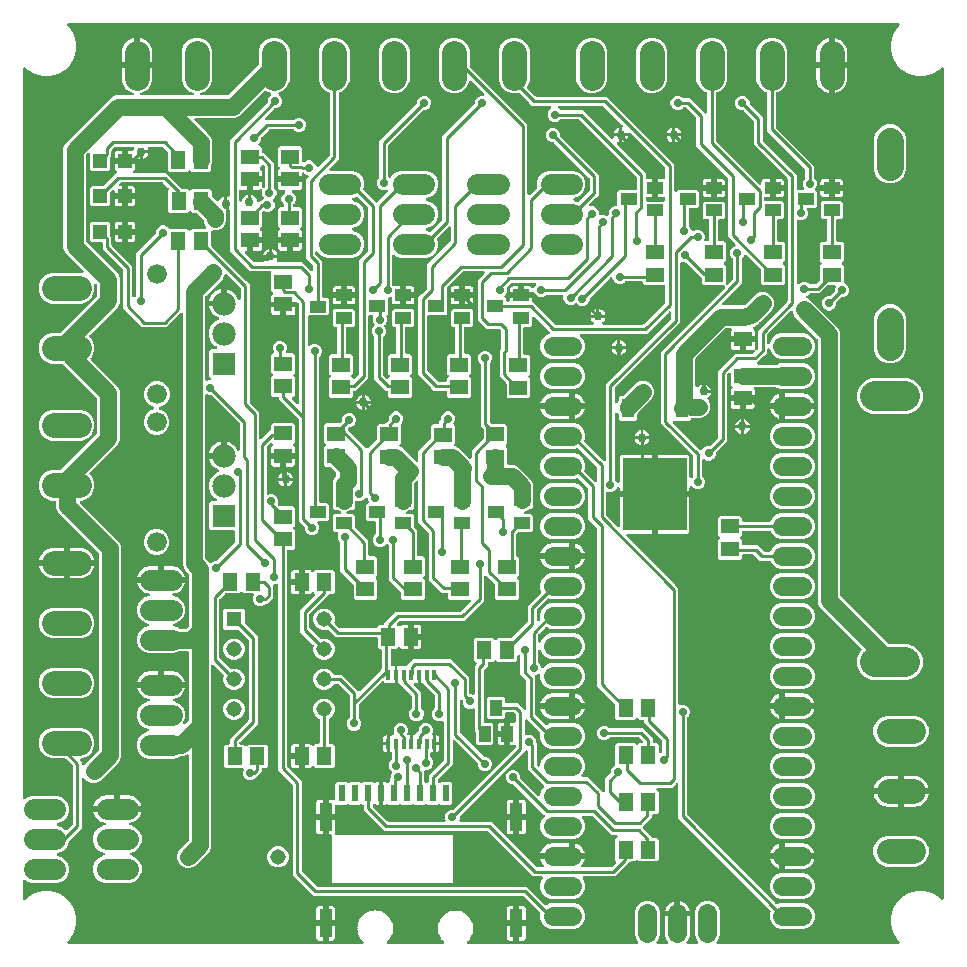
<source format=gbr>
G04 EAGLE Gerber RS-274X export*
G75*
%MOMM*%
%FSLAX34Y34*%
%LPD*%
%INTop Copper*%
%IPPOS*%
%AMOC8*
5,1,8,0,0,1.08239X$1,22.5*%
G01*
%ADD10C,1.676400*%
%ADD11R,1.500000X1.300000*%
%ADD12C,1.800000*%
%ADD13C,2.095500*%
%ADD14C,1.650000*%
%ADD15R,1.400000X1.000000*%
%ADD16R,5.400000X6.200000*%
%ADD17R,1.000000X1.600000*%
%ADD18R,1.300000X1.500000*%
%ADD19R,1.000000X1.400000*%
%ADD20R,1.308000X1.308000*%
%ADD21C,1.308000*%
%ADD22R,1.965000X1.965000*%
%ADD23C,1.965000*%
%ADD24C,2.247900*%
%ADD25R,1.200000X1.200000*%
%ADD26C,2.540000*%
%ADD27R,0.620000X1.400000*%
%ADD28R,1.100000X2.400000*%
%ADD29R,0.350000X0.900000*%
%ADD30C,0.756400*%
%ADD31C,0.260000*%
%ADD32C,0.706400*%
%ADD33C,1.397000*%

G36*
X297480Y10169D02*
X297480Y10169D01*
X297549Y10168D01*
X297636Y10189D01*
X297724Y10201D01*
X297788Y10226D01*
X297856Y10242D01*
X297934Y10284D01*
X298017Y10318D01*
X298073Y10359D01*
X298134Y10391D01*
X298200Y10451D01*
X298272Y10504D01*
X298315Y10558D01*
X298366Y10605D01*
X298415Y10679D01*
X298471Y10749D01*
X298500Y10812D01*
X298538Y10870D01*
X298566Y10954D01*
X298603Y11035D01*
X298615Y11103D01*
X298637Y11169D01*
X298643Y11258D01*
X298659Y11346D01*
X298654Y11415D01*
X298658Y11484D01*
X298642Y11571D01*
X298635Y11660D01*
X298613Y11726D01*
X298600Y11794D01*
X298562Y11874D01*
X298533Y11959D01*
X298495Y12017D01*
X298466Y12079D01*
X298425Y12124D01*
X298360Y12223D01*
X298206Y12362D01*
X298166Y12405D01*
X296699Y13518D01*
X296281Y14305D01*
X296099Y14563D01*
X296074Y14584D01*
X296061Y14602D01*
X295689Y14974D01*
X294882Y16922D01*
X294870Y16944D01*
X294866Y16956D01*
X294845Y16987D01*
X294845Y16988D01*
X294831Y17031D01*
X293619Y19309D01*
X293588Y19864D01*
X293531Y20174D01*
X293503Y20232D01*
X293495Y20272D01*
X293419Y20454D01*
X293419Y21748D01*
X293379Y22061D01*
X293355Y22121D01*
X293349Y22161D01*
X293322Y22239D01*
X293384Y23350D01*
X293378Y23439D01*
X293384Y23490D01*
X293322Y24601D01*
X293349Y24679D01*
X293415Y24988D01*
X293412Y25052D01*
X293419Y25092D01*
X293419Y26386D01*
X293495Y26568D01*
X293578Y26873D01*
X293579Y26937D01*
X293588Y26976D01*
X293619Y27531D01*
X294831Y29809D01*
X294858Y29879D01*
X294882Y29918D01*
X295689Y31866D01*
X296061Y32238D01*
X296255Y32488D01*
X296267Y32518D01*
X296281Y32535D01*
X296699Y33322D01*
X298478Y34671D01*
X298558Y34749D01*
X298606Y34783D01*
X299884Y36061D01*
X300671Y36387D01*
X300945Y36543D01*
X300947Y36545D01*
X300948Y36546D01*
X301924Y37286D01*
X303774Y37693D01*
X303920Y37745D01*
X303984Y37759D01*
X305364Y38331D01*
X306539Y38331D01*
X306750Y38358D01*
X306807Y38360D01*
X308330Y38695D01*
X309853Y38360D01*
X310066Y38341D01*
X310121Y38331D01*
X311296Y38331D01*
X312676Y37759D01*
X312807Y37723D01*
X312809Y37723D01*
X312812Y37722D01*
X312825Y37719D01*
X312886Y37693D01*
X314736Y37286D01*
X315712Y36546D01*
X315985Y36388D01*
X315988Y36388D01*
X315989Y36387D01*
X316776Y36061D01*
X318054Y34783D01*
X318142Y34715D01*
X318182Y34671D01*
X319961Y33322D01*
X320379Y32535D01*
X320561Y32277D01*
X320586Y32256D01*
X320599Y32238D01*
X320971Y31866D01*
X321778Y29918D01*
X321815Y29852D01*
X321829Y29809D01*
X323041Y27531D01*
X323072Y26976D01*
X323129Y26666D01*
X323157Y26608D01*
X323165Y26568D01*
X323241Y26386D01*
X323241Y25092D01*
X323281Y24779D01*
X323305Y24719D01*
X323311Y24679D01*
X323338Y24601D01*
X323276Y23490D01*
X323282Y23401D01*
X323276Y23350D01*
X323338Y22239D01*
X323311Y22161D01*
X323245Y21852D01*
X323248Y21788D01*
X323241Y21748D01*
X323241Y20454D01*
X323165Y20272D01*
X323082Y19967D01*
X323081Y19903D01*
X323072Y19864D01*
X323041Y19309D01*
X321829Y17031D01*
X321802Y16961D01*
X321778Y16922D01*
X320971Y14974D01*
X320599Y14602D01*
X320405Y14352D01*
X320393Y14322D01*
X320379Y14305D01*
X319961Y13518D01*
X318494Y12405D01*
X318444Y12357D01*
X318388Y12316D01*
X318332Y12247D01*
X318268Y12184D01*
X318233Y12125D01*
X318189Y12071D01*
X318152Y11990D01*
X318106Y11914D01*
X318086Y11848D01*
X318057Y11785D01*
X318041Y11697D01*
X318016Y11611D01*
X318013Y11542D01*
X318001Y11474D01*
X318008Y11385D01*
X318005Y11296D01*
X318020Y11229D01*
X318025Y11160D01*
X318054Y11075D01*
X318073Y10988D01*
X318104Y10927D01*
X318127Y10861D01*
X318176Y10786D01*
X318216Y10707D01*
X318262Y10655D01*
X318300Y10597D01*
X318366Y10537D01*
X318425Y10471D01*
X318482Y10432D01*
X318534Y10386D01*
X318613Y10344D01*
X318687Y10294D01*
X318752Y10271D01*
X318813Y10239D01*
X318873Y10228D01*
X318984Y10189D01*
X319191Y10171D01*
X319249Y10161D01*
X365411Y10161D01*
X365480Y10169D01*
X365549Y10168D01*
X365636Y10189D01*
X365724Y10201D01*
X365788Y10226D01*
X365856Y10242D01*
X365934Y10284D01*
X366017Y10318D01*
X366073Y10358D01*
X366134Y10391D01*
X366200Y10451D01*
X366272Y10504D01*
X366315Y10558D01*
X366366Y10605D01*
X366415Y10679D01*
X366471Y10749D01*
X366500Y10812D01*
X366538Y10870D01*
X366566Y10954D01*
X366603Y11035D01*
X366615Y11103D01*
X366637Y11169D01*
X366643Y11258D01*
X366659Y11346D01*
X366654Y11415D01*
X366658Y11484D01*
X366642Y11571D01*
X366635Y11660D01*
X366613Y11726D01*
X366600Y11794D01*
X366562Y11874D01*
X366533Y11959D01*
X366495Y12017D01*
X366466Y12079D01*
X366425Y12124D01*
X366360Y12223D01*
X366206Y12362D01*
X366166Y12405D01*
X364699Y13518D01*
X364281Y14305D01*
X364099Y14563D01*
X364074Y14584D01*
X364061Y14602D01*
X363689Y14974D01*
X362882Y16922D01*
X362870Y16944D01*
X362866Y16956D01*
X362845Y16987D01*
X362845Y16988D01*
X362831Y17031D01*
X361619Y19309D01*
X361588Y19864D01*
X361531Y20174D01*
X361503Y20232D01*
X361495Y20272D01*
X361419Y20454D01*
X361419Y21748D01*
X361379Y22061D01*
X361355Y22121D01*
X361349Y22161D01*
X361322Y22239D01*
X361384Y23350D01*
X361378Y23439D01*
X361384Y23490D01*
X361322Y24601D01*
X361349Y24679D01*
X361415Y24988D01*
X361412Y25052D01*
X361419Y25092D01*
X361419Y26386D01*
X361495Y26568D01*
X361578Y26873D01*
X361579Y26937D01*
X361588Y26976D01*
X361619Y27531D01*
X362831Y29809D01*
X362858Y29879D01*
X362882Y29918D01*
X363689Y31866D01*
X364061Y32238D01*
X364255Y32488D01*
X364267Y32518D01*
X364281Y32535D01*
X364699Y33322D01*
X366478Y34671D01*
X366558Y34749D01*
X366606Y34783D01*
X367884Y36061D01*
X368671Y36387D01*
X368945Y36543D01*
X368947Y36545D01*
X368948Y36546D01*
X369924Y37286D01*
X371774Y37693D01*
X371920Y37745D01*
X371984Y37759D01*
X373364Y38331D01*
X374539Y38331D01*
X374750Y38358D01*
X374807Y38360D01*
X376330Y38695D01*
X377853Y38360D01*
X378066Y38341D01*
X378121Y38331D01*
X379296Y38331D01*
X380676Y37759D01*
X380807Y37723D01*
X380809Y37723D01*
X380812Y37722D01*
X380825Y37719D01*
X380886Y37693D01*
X382736Y37286D01*
X383712Y36546D01*
X383985Y36388D01*
X383988Y36388D01*
X383989Y36387D01*
X384776Y36061D01*
X386054Y34783D01*
X386142Y34715D01*
X386182Y34671D01*
X387961Y33322D01*
X388379Y32535D01*
X388561Y32277D01*
X388586Y32256D01*
X388599Y32238D01*
X388971Y31866D01*
X389778Y29918D01*
X389815Y29852D01*
X389829Y29809D01*
X391041Y27531D01*
X391072Y26976D01*
X391129Y26666D01*
X391157Y26608D01*
X391165Y26568D01*
X391241Y26386D01*
X391241Y25092D01*
X391281Y24779D01*
X391305Y24719D01*
X391311Y24679D01*
X391338Y24601D01*
X391276Y23490D01*
X391282Y23401D01*
X391276Y23350D01*
X391338Y22239D01*
X391311Y22161D01*
X391245Y21852D01*
X391248Y21788D01*
X391241Y21748D01*
X391241Y20454D01*
X391165Y20272D01*
X391082Y19967D01*
X391081Y19903D01*
X391072Y19864D01*
X391041Y19309D01*
X389829Y17031D01*
X389802Y16961D01*
X389778Y16922D01*
X388971Y14974D01*
X388599Y14602D01*
X388405Y14352D01*
X388393Y14322D01*
X388379Y14305D01*
X387961Y13518D01*
X386494Y12405D01*
X386444Y12357D01*
X386388Y12316D01*
X386332Y12247D01*
X386268Y12184D01*
X386233Y12125D01*
X386189Y12071D01*
X386152Y11990D01*
X386106Y11914D01*
X386086Y11848D01*
X386057Y11785D01*
X386041Y11697D01*
X386016Y11611D01*
X386013Y11542D01*
X386001Y11474D01*
X386008Y11385D01*
X386005Y11296D01*
X386020Y11229D01*
X386025Y11160D01*
X386054Y11075D01*
X386073Y10988D01*
X386104Y10927D01*
X386127Y10861D01*
X386176Y10786D01*
X386216Y10707D01*
X386262Y10655D01*
X386300Y10597D01*
X386366Y10537D01*
X386425Y10471D01*
X386482Y10432D01*
X386534Y10386D01*
X386613Y10344D01*
X386687Y10294D01*
X386752Y10271D01*
X386813Y10239D01*
X386873Y10228D01*
X386984Y10189D01*
X387191Y10171D01*
X387249Y10161D01*
X529889Y10161D01*
X530030Y10179D01*
X530171Y10193D01*
X530186Y10199D01*
X530202Y10201D01*
X530334Y10253D01*
X530467Y10302D01*
X530480Y10312D01*
X530495Y10318D01*
X530610Y10401D01*
X530726Y10482D01*
X530737Y10495D01*
X530750Y10504D01*
X530839Y10614D01*
X530932Y10722D01*
X530939Y10736D01*
X530949Y10749D01*
X531009Y10878D01*
X531071Y11005D01*
X531074Y11021D01*
X531081Y11035D01*
X531106Y11175D01*
X531135Y11314D01*
X531134Y11330D01*
X531137Y11346D01*
X531126Y11487D01*
X531119Y11629D01*
X531115Y11644D01*
X531113Y11660D01*
X531068Y11795D01*
X531025Y11930D01*
X531018Y11941D01*
X531012Y11959D01*
X530838Y12223D01*
X530794Y12263D01*
X530773Y12293D01*
X529676Y13390D01*
X528039Y17342D01*
X528039Y38118D01*
X529676Y42070D01*
X532700Y45094D01*
X536652Y46731D01*
X540928Y46731D01*
X544880Y45094D01*
X547904Y42070D01*
X549541Y38118D01*
X549541Y17342D01*
X547904Y13390D01*
X546807Y12293D01*
X546721Y12181D01*
X546631Y12071D01*
X546624Y12057D01*
X546614Y12044D01*
X546558Y11914D01*
X546499Y11785D01*
X546496Y11769D01*
X546490Y11754D01*
X546468Y11613D01*
X546443Y11474D01*
X546444Y11458D01*
X546442Y11442D01*
X546456Y11301D01*
X546467Y11160D01*
X546472Y11144D01*
X546473Y11128D01*
X546522Y10996D01*
X546568Y10861D01*
X546577Y10847D01*
X546583Y10832D01*
X546663Y10717D01*
X546742Y10597D01*
X546754Y10586D01*
X546763Y10573D01*
X546870Y10481D01*
X546976Y10386D01*
X546990Y10378D01*
X547002Y10368D01*
X547130Y10305D01*
X547255Y10239D01*
X547268Y10237D01*
X547285Y10228D01*
X547594Y10164D01*
X547654Y10167D01*
X547691Y10161D01*
X555233Y10161D01*
X555374Y10179D01*
X555515Y10193D01*
X555530Y10199D01*
X555546Y10201D01*
X555678Y10253D01*
X555811Y10302D01*
X555824Y10312D01*
X555839Y10318D01*
X555953Y10402D01*
X556070Y10482D01*
X556080Y10495D01*
X556093Y10504D01*
X556183Y10614D01*
X556275Y10722D01*
X556283Y10736D01*
X556293Y10749D01*
X556352Y10877D01*
X556415Y11005D01*
X556418Y11021D01*
X556425Y11035D01*
X556450Y11175D01*
X556478Y11314D01*
X556478Y11330D01*
X556481Y11346D01*
X556470Y11488D01*
X556463Y11629D01*
X556458Y11644D01*
X556457Y11660D01*
X556411Y11795D01*
X556369Y11930D01*
X556361Y11941D01*
X556355Y11959D01*
X556182Y12223D01*
X556138Y12263D01*
X556116Y12293D01*
X555959Y12450D01*
X554961Y13824D01*
X554190Y15338D01*
X553665Y16953D01*
X553399Y18631D01*
X553399Y33481D01*
X562940Y33481D01*
X563065Y33497D01*
X563190Y33506D01*
X563221Y33517D01*
X563253Y33521D01*
X563370Y33567D01*
X563489Y33608D01*
X563516Y33626D01*
X563546Y33638D01*
X563647Y33712D01*
X563753Y33781D01*
X563774Y33805D01*
X563800Y33824D01*
X563880Y33922D01*
X563964Y34015D01*
X563979Y34044D01*
X564000Y34069D01*
X564052Y34183D01*
X564111Y34295D01*
X564115Y34320D01*
X564132Y34355D01*
X564187Y34666D01*
X564185Y34705D01*
X564189Y34730D01*
X564189Y35981D01*
X564191Y35981D01*
X564191Y34730D01*
X564207Y34605D01*
X564216Y34480D01*
X564227Y34449D01*
X564231Y34417D01*
X564277Y34300D01*
X564318Y34181D01*
X564336Y34154D01*
X564348Y34124D01*
X564422Y34023D01*
X564491Y33917D01*
X564515Y33896D01*
X564534Y33870D01*
X564632Y33790D01*
X564725Y33706D01*
X564754Y33691D01*
X564779Y33670D01*
X564893Y33617D01*
X565005Y33559D01*
X565030Y33555D01*
X565065Y33538D01*
X565376Y33482D01*
X565415Y33485D01*
X565440Y33481D01*
X574981Y33481D01*
X574981Y18631D01*
X574715Y16953D01*
X574190Y15338D01*
X573419Y13824D01*
X572421Y12450D01*
X572264Y12293D01*
X572177Y12182D01*
X572087Y12071D01*
X572080Y12057D01*
X572071Y12044D01*
X572015Y11914D01*
X571955Y11785D01*
X571952Y11769D01*
X571946Y11754D01*
X571925Y11614D01*
X571899Y11474D01*
X571901Y11458D01*
X571898Y11442D01*
X571912Y11301D01*
X571923Y11160D01*
X571928Y11144D01*
X571930Y11128D01*
X571979Y10996D01*
X572025Y10861D01*
X572034Y10847D01*
X572039Y10832D01*
X572120Y10716D01*
X572198Y10597D01*
X572210Y10586D01*
X572219Y10573D01*
X572327Y10481D01*
X572432Y10386D01*
X572446Y10378D01*
X572459Y10368D01*
X572586Y10305D01*
X572712Y10239D01*
X572725Y10237D01*
X572742Y10228D01*
X573051Y10164D01*
X573110Y10167D01*
X573147Y10161D01*
X580689Y10161D01*
X580830Y10179D01*
X580971Y10193D01*
X580986Y10199D01*
X581002Y10201D01*
X581134Y10253D01*
X581267Y10302D01*
X581280Y10312D01*
X581295Y10318D01*
X581410Y10401D01*
X581526Y10482D01*
X581537Y10495D01*
X581550Y10504D01*
X581639Y10614D01*
X581732Y10722D01*
X581739Y10736D01*
X581749Y10749D01*
X581809Y10878D01*
X581871Y11005D01*
X581874Y11021D01*
X581881Y11035D01*
X581906Y11175D01*
X581935Y11314D01*
X581934Y11330D01*
X581937Y11346D01*
X581926Y11487D01*
X581919Y11629D01*
X581915Y11644D01*
X581913Y11660D01*
X581868Y11795D01*
X581825Y11930D01*
X581818Y11941D01*
X581812Y11959D01*
X581638Y12223D01*
X581594Y12263D01*
X581573Y12293D01*
X580476Y13390D01*
X578839Y17342D01*
X578839Y38118D01*
X580476Y42070D01*
X583500Y45094D01*
X587452Y46731D01*
X591728Y46731D01*
X595680Y45094D01*
X598704Y42070D01*
X600341Y38118D01*
X600341Y17342D01*
X598704Y13390D01*
X597607Y12293D01*
X597521Y12181D01*
X597431Y12071D01*
X597424Y12057D01*
X597414Y12044D01*
X597358Y11914D01*
X597299Y11785D01*
X597296Y11769D01*
X597290Y11754D01*
X597268Y11613D01*
X597243Y11474D01*
X597244Y11458D01*
X597242Y11442D01*
X597256Y11301D01*
X597267Y11160D01*
X597272Y11144D01*
X597273Y11128D01*
X597322Y10996D01*
X597368Y10861D01*
X597377Y10847D01*
X597383Y10832D01*
X597463Y10717D01*
X597542Y10597D01*
X597554Y10586D01*
X597563Y10573D01*
X597670Y10481D01*
X597776Y10386D01*
X597790Y10378D01*
X597802Y10368D01*
X597930Y10305D01*
X598055Y10239D01*
X598068Y10237D01*
X598085Y10228D01*
X598394Y10164D01*
X598454Y10167D01*
X598491Y10161D01*
X751241Y10161D01*
X751381Y10179D01*
X751522Y10193D01*
X751538Y10199D01*
X751554Y10201D01*
X751685Y10253D01*
X751818Y10302D01*
X751832Y10312D01*
X751847Y10318D01*
X751961Y10402D01*
X752077Y10482D01*
X752088Y10495D01*
X752101Y10504D01*
X752191Y10614D01*
X752283Y10722D01*
X752290Y10736D01*
X752301Y10749D01*
X752360Y10878D01*
X752422Y11005D01*
X752426Y11021D01*
X752432Y11035D01*
X752458Y11175D01*
X752486Y11314D01*
X752485Y11330D01*
X752488Y11346D01*
X752478Y11487D01*
X752471Y11629D01*
X752466Y11644D01*
X752465Y11660D01*
X752419Y11795D01*
X752377Y11930D01*
X752369Y11941D01*
X752363Y11959D01*
X752189Y12223D01*
X752145Y12263D01*
X752124Y12293D01*
X749866Y14551D01*
X746554Y20288D01*
X744839Y26688D01*
X744839Y33312D01*
X746554Y39712D01*
X749866Y45449D01*
X754551Y50134D01*
X760288Y53446D01*
X766688Y55161D01*
X773312Y55161D01*
X779712Y53446D01*
X785449Y50134D01*
X787707Y47876D01*
X787818Y47790D01*
X787929Y47699D01*
X787943Y47693D01*
X787956Y47683D01*
X788086Y47627D01*
X788215Y47568D01*
X788231Y47565D01*
X788246Y47558D01*
X788387Y47537D01*
X788526Y47512D01*
X788542Y47513D01*
X788558Y47510D01*
X788699Y47525D01*
X788840Y47535D01*
X788856Y47541D01*
X788872Y47542D01*
X789004Y47591D01*
X789139Y47637D01*
X789153Y47646D01*
X789168Y47652D01*
X789283Y47732D01*
X789403Y47811D01*
X789414Y47823D01*
X789427Y47832D01*
X789519Y47938D01*
X789614Y48044D01*
X789622Y48059D01*
X789632Y48071D01*
X789695Y48198D01*
X789761Y48324D01*
X789763Y48337D01*
X789772Y48354D01*
X789836Y48663D01*
X789833Y48722D01*
X789839Y48759D01*
X789839Y751241D01*
X789821Y751381D01*
X789807Y751522D01*
X789801Y751538D01*
X789799Y751554D01*
X789747Y751685D01*
X789698Y751818D01*
X789688Y751832D01*
X789682Y751847D01*
X789598Y751961D01*
X789518Y752077D01*
X789505Y752088D01*
X789496Y752101D01*
X789386Y752191D01*
X789278Y752283D01*
X789264Y752290D01*
X789251Y752301D01*
X789122Y752360D01*
X788995Y752422D01*
X788979Y752426D01*
X788965Y752432D01*
X788825Y752458D01*
X788686Y752486D01*
X788670Y752485D01*
X788654Y752488D01*
X788513Y752478D01*
X788371Y752471D01*
X788356Y752466D01*
X788340Y752465D01*
X788205Y752419D01*
X788070Y752377D01*
X788059Y752369D01*
X788041Y752363D01*
X787777Y752189D01*
X787737Y752145D01*
X787707Y752124D01*
X785449Y749866D01*
X779712Y746554D01*
X773312Y744839D01*
X766688Y744839D01*
X760288Y746554D01*
X754551Y749866D01*
X749866Y754551D01*
X746554Y760288D01*
X744839Y766688D01*
X744839Y773312D01*
X746554Y779712D01*
X749866Y785449D01*
X752124Y787707D01*
X752210Y787818D01*
X752301Y787929D01*
X752307Y787943D01*
X752317Y787956D01*
X752373Y788086D01*
X752432Y788215D01*
X752435Y788231D01*
X752442Y788246D01*
X752463Y788387D01*
X752488Y788526D01*
X752487Y788542D01*
X752490Y788558D01*
X752475Y788699D01*
X752465Y788840D01*
X752459Y788856D01*
X752458Y788872D01*
X752409Y789004D01*
X752363Y789139D01*
X752354Y789153D01*
X752348Y789168D01*
X752268Y789283D01*
X752189Y789403D01*
X752177Y789414D01*
X752168Y789427D01*
X752062Y789519D01*
X751956Y789614D01*
X751941Y789622D01*
X751929Y789632D01*
X751802Y789695D01*
X751676Y789761D01*
X751663Y789763D01*
X751646Y789772D01*
X751337Y789836D01*
X751278Y789833D01*
X751241Y789839D01*
X48759Y789839D01*
X48619Y789821D01*
X48478Y789807D01*
X48462Y789801D01*
X48446Y789799D01*
X48315Y789747D01*
X48182Y789698D01*
X48168Y789688D01*
X48153Y789682D01*
X48039Y789598D01*
X47923Y789518D01*
X47912Y789505D01*
X47899Y789496D01*
X47809Y789386D01*
X47717Y789278D01*
X47710Y789264D01*
X47699Y789251D01*
X47640Y789122D01*
X47578Y788995D01*
X47574Y788979D01*
X47568Y788965D01*
X47542Y788825D01*
X47514Y788686D01*
X47515Y788670D01*
X47512Y788654D01*
X47522Y788513D01*
X47529Y788371D01*
X47534Y788356D01*
X47535Y788340D01*
X47581Y788205D01*
X47623Y788070D01*
X47631Y788059D01*
X47637Y788041D01*
X47811Y787777D01*
X47855Y787737D01*
X47876Y787707D01*
X50134Y785449D01*
X53446Y779712D01*
X55161Y773312D01*
X55161Y766688D01*
X53446Y760288D01*
X50134Y754551D01*
X45449Y749866D01*
X39712Y746554D01*
X33312Y744839D01*
X26688Y744839D01*
X20288Y746554D01*
X14551Y749866D01*
X12293Y752124D01*
X12182Y752210D01*
X12071Y752301D01*
X12057Y752307D01*
X12044Y752317D01*
X11914Y752373D01*
X11785Y752432D01*
X11769Y752435D01*
X11754Y752442D01*
X11613Y752463D01*
X11474Y752488D01*
X11458Y752487D01*
X11442Y752490D01*
X11301Y752475D01*
X11160Y752465D01*
X11144Y752459D01*
X11128Y752458D01*
X10996Y752409D01*
X10861Y752363D01*
X10847Y752354D01*
X10832Y752348D01*
X10717Y752268D01*
X10597Y752189D01*
X10586Y752177D01*
X10573Y752168D01*
X10481Y752062D01*
X10386Y751956D01*
X10378Y751941D01*
X10368Y751929D01*
X10305Y751802D01*
X10239Y751676D01*
X10237Y751663D01*
X10228Y751646D01*
X10164Y751337D01*
X10167Y751278D01*
X10161Y751241D01*
X10161Y134141D01*
X10179Y134001D01*
X10193Y133859D01*
X10199Y133844D01*
X10201Y133828D01*
X10253Y133696D01*
X10302Y133563D01*
X10312Y133550D01*
X10318Y133535D01*
X10401Y133421D01*
X10482Y133304D01*
X10495Y133294D01*
X10504Y133281D01*
X10614Y133191D01*
X10722Y133099D01*
X10736Y133092D01*
X10749Y133081D01*
X10878Y133022D01*
X11005Y132959D01*
X11020Y132956D01*
X11035Y132949D01*
X11175Y132924D01*
X11314Y132896D01*
X11330Y132896D01*
X11346Y132894D01*
X11487Y132904D01*
X11629Y132911D01*
X11644Y132916D01*
X11660Y132917D01*
X11795Y132963D01*
X11930Y133005D01*
X11941Y133013D01*
X11959Y133019D01*
X12223Y133192D01*
X12263Y133236D01*
X12293Y133258D01*
X12985Y133950D01*
X17212Y135701D01*
X39788Y135701D01*
X44015Y133950D01*
X47250Y130715D01*
X49001Y126488D01*
X49001Y121912D01*
X47250Y117685D01*
X44015Y114450D01*
X39679Y112654D01*
X39556Y112584D01*
X39431Y112517D01*
X39419Y112506D01*
X39405Y112498D01*
X39303Y112399D01*
X39199Y112302D01*
X39190Y112289D01*
X39179Y112277D01*
X39105Y112156D01*
X39029Y112037D01*
X39024Y112021D01*
X39015Y112008D01*
X38975Y111872D01*
X38930Y111737D01*
X38929Y111721D01*
X38925Y111705D01*
X38919Y111564D01*
X38910Y111422D01*
X38913Y111406D01*
X38912Y111390D01*
X38943Y111251D01*
X38969Y111112D01*
X38976Y111098D01*
X38980Y111082D01*
X39044Y110955D01*
X39104Y110827D01*
X39115Y110815D01*
X39122Y110800D01*
X39215Y110694D01*
X39306Y110585D01*
X39317Y110578D01*
X39330Y110563D01*
X39591Y110386D01*
X39647Y110366D01*
X39679Y110346D01*
X44015Y108550D01*
X45836Y106728D01*
X45936Y106651D01*
X46031Y106569D01*
X46060Y106555D01*
X46086Y106535D01*
X46201Y106485D01*
X46314Y106430D01*
X46346Y106423D01*
X46376Y106410D01*
X46500Y106391D01*
X46623Y106366D01*
X46656Y106368D01*
X46688Y106363D01*
X46813Y106375D01*
X46939Y106382D01*
X46969Y106391D01*
X47001Y106394D01*
X47120Y106438D01*
X47240Y106476D01*
X47261Y106490D01*
X47297Y106504D01*
X47556Y106684D01*
X47582Y106713D01*
X47603Y106728D01*
X52083Y111208D01*
X52151Y111295D01*
X52224Y111377D01*
X52247Y111420D01*
X52277Y111458D01*
X52320Y111559D01*
X52371Y111656D01*
X52378Y111693D01*
X52401Y111748D01*
X52449Y112060D01*
X52447Y112079D01*
X52449Y112092D01*
X52449Y160408D01*
X52435Y160517D01*
X52430Y160627D01*
X52416Y160673D01*
X52409Y160721D01*
X52369Y160823D01*
X52336Y160928D01*
X52314Y160959D01*
X52292Y161014D01*
X52106Y161269D01*
X52091Y161281D01*
X52083Y161292D01*
X46419Y166956D01*
X46332Y167023D01*
X46251Y167097D01*
X46208Y167119D01*
X46170Y167149D01*
X46068Y167192D01*
X45971Y167243D01*
X45934Y167250D01*
X45880Y167273D01*
X45568Y167321D01*
X45549Y167319D01*
X45536Y167322D01*
X34041Y167322D01*
X29271Y169298D01*
X25620Y172948D01*
X23644Y177718D01*
X23644Y182882D01*
X25620Y187652D01*
X29271Y191302D01*
X34041Y193278D01*
X60159Y193278D01*
X64929Y191302D01*
X68580Y187652D01*
X70556Y182882D01*
X70556Y177718D01*
X68580Y172948D01*
X64929Y169298D01*
X60159Y167322D01*
X59819Y167322D01*
X59679Y167304D01*
X59537Y167290D01*
X59522Y167284D01*
X59506Y167282D01*
X59375Y167229D01*
X59241Y167180D01*
X59228Y167171D01*
X59213Y167165D01*
X59099Y167081D01*
X58982Y167000D01*
X58972Y166988D01*
X58959Y166978D01*
X58869Y166868D01*
X58777Y166761D01*
X58770Y166746D01*
X58759Y166734D01*
X58700Y166605D01*
X58638Y166478D01*
X58634Y166462D01*
X58627Y166447D01*
X58602Y166308D01*
X58574Y166169D01*
X58574Y166153D01*
X58572Y166137D01*
X58582Y165995D01*
X58589Y165854D01*
X58594Y165838D01*
X58595Y165822D01*
X58641Y165688D01*
X58683Y165553D01*
X58691Y165542D01*
X58697Y165523D01*
X58870Y165260D01*
X58914Y165220D01*
X58936Y165189D01*
X60051Y164074D01*
X60051Y162732D01*
X60069Y162591D01*
X60083Y162450D01*
X60089Y162435D01*
X60091Y162419D01*
X60143Y162287D01*
X60192Y162154D01*
X60202Y162141D01*
X60208Y162126D01*
X60292Y162011D01*
X60372Y161895D01*
X60385Y161884D01*
X60394Y161871D01*
X60504Y161781D01*
X60612Y161689D01*
X60626Y161682D01*
X60639Y161672D01*
X60768Y161612D01*
X60895Y161550D01*
X60911Y161547D01*
X60925Y161540D01*
X61065Y161515D01*
X61204Y161486D01*
X61220Y161487D01*
X61236Y161484D01*
X61377Y161495D01*
X61519Y161502D01*
X61534Y161506D01*
X61550Y161508D01*
X61685Y161553D01*
X61820Y161596D01*
X61831Y161603D01*
X61849Y161609D01*
X62113Y161783D01*
X62153Y161827D01*
X62183Y161848D01*
X73898Y173563D01*
X73966Y173650D01*
X74039Y173732D01*
X74062Y173774D01*
X74092Y173813D01*
X74135Y173914D01*
X74186Y174011D01*
X74193Y174048D01*
X74216Y174103D01*
X74264Y174414D01*
X74262Y174434D01*
X74264Y174447D01*
X74264Y340553D01*
X74250Y340662D01*
X74245Y340772D01*
X74231Y340818D01*
X74224Y340866D01*
X74184Y340969D01*
X74151Y341073D01*
X74129Y341104D01*
X74107Y341159D01*
X73921Y341414D01*
X73906Y341426D01*
X73898Y341437D01*
X42302Y373033D01*
X39458Y375877D01*
X38014Y379363D01*
X38014Y384373D01*
X37998Y384497D01*
X37989Y384623D01*
X37978Y384653D01*
X37974Y384685D01*
X37928Y384802D01*
X37887Y384922D01*
X37869Y384949D01*
X37857Y384979D01*
X37783Y385080D01*
X37714Y385185D01*
X37690Y385207D01*
X37671Y385233D01*
X37573Y385312D01*
X37480Y385397D01*
X37451Y385412D01*
X37426Y385432D01*
X37312Y385485D01*
X37201Y385543D01*
X37175Y385548D01*
X37140Y385564D01*
X36829Y385620D01*
X36790Y385617D01*
X36765Y385622D01*
X33941Y385622D01*
X29171Y387598D01*
X25520Y391248D01*
X23544Y396018D01*
X23544Y401182D01*
X25520Y405952D01*
X29171Y409602D01*
X33941Y411578D01*
X41235Y411578D01*
X41266Y411582D01*
X41296Y411580D01*
X41422Y411602D01*
X41548Y411618D01*
X41577Y411629D01*
X41607Y411635D01*
X41723Y411688D01*
X41841Y411735D01*
X41866Y411753D01*
X41894Y411766D01*
X41940Y411807D01*
X42096Y411922D01*
X42176Y412020D01*
X42223Y412062D01*
X42410Y412304D01*
X42797Y412525D01*
X43050Y412715D01*
X43056Y412723D01*
X43062Y412727D01*
X72648Y442313D01*
X72716Y442400D01*
X72789Y442482D01*
X72812Y442524D01*
X72842Y442563D01*
X72885Y442664D01*
X72936Y442761D01*
X72943Y442798D01*
X72966Y442853D01*
X73014Y443164D01*
X73012Y443184D01*
X73014Y443197D01*
X73014Y471803D01*
X73000Y471912D01*
X72995Y472022D01*
X72981Y472068D01*
X72974Y472116D01*
X72934Y472219D01*
X72901Y472323D01*
X72879Y472354D01*
X72857Y472409D01*
X72671Y472664D01*
X72656Y472676D01*
X72648Y472687D01*
X44079Y501256D01*
X43993Y501323D01*
X43911Y501397D01*
X43868Y501419D01*
X43830Y501449D01*
X43729Y501492D01*
X43631Y501543D01*
X43595Y501550D01*
X43540Y501573D01*
X43228Y501621D01*
X43209Y501619D01*
X43196Y501622D01*
X33941Y501622D01*
X29171Y503598D01*
X25520Y507248D01*
X23544Y512018D01*
X23544Y517182D01*
X25520Y521952D01*
X29171Y525602D01*
X33941Y527578D01*
X41146Y527578D01*
X41255Y527592D01*
X41365Y527598D01*
X41411Y527612D01*
X41459Y527618D01*
X41561Y527659D01*
X41666Y527692D01*
X41697Y527713D01*
X41752Y527735D01*
X42006Y527922D01*
X42018Y527937D01*
X42029Y527944D01*
X72648Y558563D01*
X72716Y558650D01*
X72789Y558732D01*
X72812Y558774D01*
X72842Y558813D01*
X72885Y558914D01*
X72936Y559011D01*
X72943Y559048D01*
X72966Y559103D01*
X73014Y559414D01*
X73012Y559434D01*
X73014Y559447D01*
X73014Y568053D01*
X73000Y568162D01*
X72995Y568272D01*
X72981Y568318D01*
X72974Y568366D01*
X72934Y568468D01*
X72901Y568573D01*
X72880Y568604D01*
X72857Y568659D01*
X72671Y568914D01*
X72656Y568926D01*
X72649Y568937D01*
X72589Y568997D01*
X72476Y569083D01*
X72366Y569173D01*
X72352Y569180D01*
X72339Y569190D01*
X72209Y569246D01*
X72080Y569305D01*
X72064Y569308D01*
X72049Y569314D01*
X71909Y569336D01*
X71769Y569361D01*
X71753Y569360D01*
X71737Y569362D01*
X71596Y569348D01*
X71455Y569337D01*
X71439Y569332D01*
X71424Y569331D01*
X71291Y569282D01*
X71156Y569236D01*
X71143Y569227D01*
X71128Y569221D01*
X71011Y569141D01*
X70892Y569062D01*
X70882Y569050D01*
X70868Y569041D01*
X70776Y568934D01*
X70681Y568828D01*
X70673Y568814D01*
X70663Y568802D01*
X70600Y568674D01*
X70534Y568549D01*
X70532Y568536D01*
X70523Y568519D01*
X70459Y568210D01*
X70462Y568151D01*
X70456Y568113D01*
X70456Y562818D01*
X68480Y558048D01*
X64829Y554398D01*
X60059Y552422D01*
X33941Y552422D01*
X29171Y554398D01*
X25520Y558048D01*
X23544Y562818D01*
X23544Y567982D01*
X25520Y572752D01*
X29171Y576402D01*
X33941Y578378D01*
X60191Y578378D01*
X60331Y578396D01*
X60473Y578410D01*
X60488Y578416D01*
X60504Y578418D01*
X60636Y578471D01*
X60769Y578520D01*
X60782Y578529D01*
X60797Y578535D01*
X60912Y578619D01*
X61028Y578700D01*
X61038Y578712D01*
X61051Y578722D01*
X61141Y578832D01*
X61233Y578939D01*
X61241Y578954D01*
X61251Y578966D01*
X61310Y579095D01*
X61373Y579222D01*
X61376Y579238D01*
X61383Y579253D01*
X61408Y579392D01*
X61437Y579531D01*
X61436Y579547D01*
X61439Y579563D01*
X61428Y579705D01*
X61421Y579846D01*
X61416Y579862D01*
X61415Y579878D01*
X61369Y580012D01*
X61327Y580147D01*
X61319Y580158D01*
X61313Y580177D01*
X61140Y580440D01*
X61096Y580480D01*
X61074Y580511D01*
X48552Y593033D01*
X45708Y595877D01*
X44264Y599363D01*
X44264Y684037D01*
X45708Y687523D01*
X48552Y690367D01*
X82443Y724258D01*
X85287Y727102D01*
X88773Y728546D01*
X102678Y728546D01*
X102797Y728561D01*
X102917Y728569D01*
X102954Y728581D01*
X102991Y728586D01*
X103103Y728630D01*
X103217Y728668D01*
X103249Y728688D01*
X103284Y728703D01*
X103381Y728774D01*
X103482Y728839D01*
X103508Y728867D01*
X103539Y728889D01*
X103615Y728982D01*
X103696Y729070D01*
X103714Y729104D01*
X103738Y729134D01*
X103789Y729243D01*
X103845Y729348D01*
X103854Y729385D01*
X103870Y729420D01*
X103891Y729538D01*
X103920Y729655D01*
X103919Y729693D01*
X103926Y729731D01*
X103917Y729850D01*
X103915Y729970D01*
X103905Y730007D01*
X103902Y730045D01*
X103864Y730159D01*
X103832Y730275D01*
X103813Y730308D01*
X103801Y730344D01*
X103735Y730444D01*
X103675Y730548D01*
X103648Y730576D01*
X103627Y730608D01*
X103538Y730688D01*
X103454Y730774D01*
X103428Y730788D01*
X103393Y730819D01*
X103114Y730966D01*
X103088Y730971D01*
X103064Y730983D01*
X101603Y731458D01*
X99777Y732388D01*
X98119Y733593D01*
X96670Y735042D01*
X95466Y736699D01*
X94535Y738525D01*
X93902Y740474D01*
X93582Y742498D01*
X93582Y751501D01*
X105350Y751501D01*
X105475Y751517D01*
X105600Y751526D01*
X105631Y751537D01*
X105663Y751541D01*
X105780Y751587D01*
X105899Y751628D01*
X105926Y751646D01*
X105956Y751658D01*
X106057Y751732D01*
X106163Y751801D01*
X106184Y751825D01*
X106210Y751844D01*
X106290Y751942D01*
X106374Y752035D01*
X106389Y752064D01*
X106410Y752089D01*
X106462Y752203D01*
X106521Y752315D01*
X106525Y752340D01*
X106542Y752375D01*
X106597Y752686D01*
X106595Y752725D01*
X106599Y752750D01*
X106599Y754001D01*
X106601Y754001D01*
X106601Y752750D01*
X106617Y752625D01*
X106626Y752500D01*
X106637Y752469D01*
X106641Y752437D01*
X106687Y752320D01*
X106728Y752201D01*
X106746Y752174D01*
X106758Y752144D01*
X106832Y752043D01*
X106901Y751937D01*
X106925Y751916D01*
X106944Y751890D01*
X107042Y751810D01*
X107135Y751726D01*
X107164Y751711D01*
X107189Y751690D01*
X107303Y751637D01*
X107415Y751579D01*
X107440Y751575D01*
X107475Y751558D01*
X107786Y751502D01*
X107825Y751505D01*
X107850Y751501D01*
X119618Y751501D01*
X119618Y742498D01*
X119298Y740474D01*
X118665Y738525D01*
X117734Y736699D01*
X116530Y735042D01*
X115081Y733593D01*
X113423Y732388D01*
X111597Y731458D01*
X110136Y730983D01*
X110027Y730932D01*
X109916Y730887D01*
X109885Y730865D01*
X109850Y730848D01*
X109758Y730772D01*
X109661Y730701D01*
X109637Y730671D01*
X109608Y730647D01*
X109538Y730549D01*
X109462Y730456D01*
X109446Y730422D01*
X109423Y730391D01*
X109380Y730279D01*
X109330Y730170D01*
X109323Y730132D01*
X109309Y730096D01*
X109295Y729977D01*
X109274Y729859D01*
X109277Y729821D01*
X109272Y729783D01*
X109289Y729664D01*
X109298Y729545D01*
X109310Y729508D01*
X109315Y729471D01*
X109361Y729360D01*
X109399Y729246D01*
X109420Y729214D01*
X109435Y729179D01*
X109507Y729083D01*
X109573Y728982D01*
X109601Y728957D01*
X109624Y728926D01*
X109718Y728851D01*
X109807Y728771D01*
X109840Y728753D01*
X109870Y728729D01*
X109980Y728680D01*
X110086Y728624D01*
X110116Y728619D01*
X110158Y728600D01*
X110469Y728547D01*
X110495Y728550D01*
X110522Y728546D01*
X153363Y728546D01*
X153434Y728555D01*
X153505Y728554D01*
X153590Y728575D01*
X153676Y728586D01*
X153742Y728612D01*
X153811Y728629D01*
X153888Y728670D01*
X153969Y728703D01*
X154026Y728745D01*
X154089Y728778D01*
X154153Y728838D01*
X154223Y728889D01*
X154268Y728944D01*
X154321Y728993D01*
X154368Y729066D01*
X154423Y729134D01*
X154453Y729198D01*
X154491Y729258D01*
X154518Y729341D01*
X154555Y729420D01*
X154567Y729490D01*
X154590Y729558D01*
X154595Y729645D01*
X154611Y729731D01*
X154605Y729802D01*
X154610Y729873D01*
X154593Y729958D01*
X154587Y730045D01*
X154564Y730113D01*
X154551Y730183D01*
X154513Y730261D01*
X154485Y730344D01*
X154446Y730404D01*
X154416Y730468D01*
X154360Y730535D01*
X154312Y730608D01*
X154259Y730655D01*
X154213Y730710D01*
X154163Y730743D01*
X154078Y730819D01*
X153888Y730919D01*
X153841Y730949D01*
X150048Y732520D01*
X146398Y736171D01*
X144422Y740941D01*
X144422Y767059D01*
X146398Y771829D01*
X150048Y775480D01*
X154818Y777456D01*
X159982Y777456D01*
X164752Y775480D01*
X168402Y771829D01*
X170378Y767059D01*
X170378Y740941D01*
X168402Y736171D01*
X164752Y732520D01*
X160959Y730949D01*
X160897Y730914D01*
X160831Y730887D01*
X160761Y730836D01*
X160685Y730793D01*
X160634Y730743D01*
X160577Y730701D01*
X160522Y730633D01*
X160459Y730572D01*
X160422Y730512D01*
X160377Y730456D01*
X160341Y730377D01*
X160296Y730303D01*
X160275Y730234D01*
X160245Y730170D01*
X160230Y730084D01*
X160205Y730000D01*
X160202Y729929D01*
X160189Y729859D01*
X160196Y729772D01*
X160193Y729685D01*
X160208Y729616D01*
X160213Y729545D01*
X160241Y729462D01*
X160260Y729377D01*
X160292Y729313D01*
X160315Y729246D01*
X160363Y729173D01*
X160402Y729095D01*
X160449Y729042D01*
X160488Y728982D01*
X160553Y728924D01*
X160610Y728858D01*
X160669Y728818D01*
X160722Y728771D01*
X160799Y728730D01*
X160871Y728681D01*
X160938Y728657D01*
X161002Y728624D01*
X161061Y728613D01*
X161169Y728575D01*
X161382Y728556D01*
X161437Y728546D01*
X183453Y728546D01*
X183562Y728560D01*
X183672Y728565D01*
X183718Y728579D01*
X183766Y728586D01*
X183869Y728626D01*
X183973Y728659D01*
X184004Y728681D01*
X184059Y728703D01*
X184314Y728889D01*
X184326Y728904D01*
X184337Y728912D01*
X209496Y754071D01*
X209563Y754157D01*
X209637Y754239D01*
X209659Y754282D01*
X209689Y754320D01*
X209732Y754421D01*
X209783Y754519D01*
X209790Y754555D01*
X209813Y754610D01*
X209861Y754922D01*
X209859Y754941D01*
X209862Y754954D01*
X209862Y767059D01*
X211838Y771829D01*
X215488Y775480D01*
X220258Y777456D01*
X225422Y777456D01*
X230192Y775480D01*
X233842Y771829D01*
X235818Y767059D01*
X235818Y740941D01*
X233842Y736171D01*
X230192Y732520D01*
X227053Y731220D01*
X226930Y731150D01*
X226805Y731082D01*
X226793Y731071D01*
X226779Y731063D01*
X226678Y730965D01*
X226573Y730868D01*
X226565Y730854D01*
X226553Y730843D01*
X226480Y730722D01*
X226403Y730603D01*
X226398Y730587D01*
X226389Y730573D01*
X226349Y730437D01*
X226304Y730303D01*
X226303Y730287D01*
X226299Y730271D01*
X226293Y730129D01*
X226284Y729988D01*
X226287Y729972D01*
X226287Y729956D01*
X226317Y729817D01*
X226343Y729678D01*
X226350Y729663D01*
X226354Y729648D01*
X226418Y729521D01*
X226478Y729393D01*
X226489Y729380D01*
X226496Y729366D01*
X226590Y729260D01*
X226681Y729151D01*
X226692Y729144D01*
X226704Y729129D01*
X226965Y728952D01*
X227021Y728932D01*
X227053Y728912D01*
X227167Y728864D01*
X228864Y727167D01*
X229783Y724950D01*
X229783Y722550D01*
X228864Y720333D01*
X227167Y718636D01*
X224950Y717717D01*
X223610Y717717D01*
X223501Y717703D01*
X223391Y717698D01*
X223345Y717684D01*
X223297Y717677D01*
X223195Y717637D01*
X223090Y717604D01*
X223059Y717582D01*
X223004Y717560D01*
X222749Y717374D01*
X222737Y717359D01*
X222726Y717351D01*
X215058Y709683D01*
X214972Y709571D01*
X214882Y709461D01*
X214875Y709447D01*
X214865Y709434D01*
X214809Y709303D01*
X214750Y709175D01*
X214747Y709159D01*
X214741Y709144D01*
X214719Y709003D01*
X214694Y708864D01*
X214695Y708848D01*
X214693Y708832D01*
X214707Y708691D01*
X214718Y708550D01*
X214723Y708534D01*
X214725Y708518D01*
X214774Y708385D01*
X214820Y708251D01*
X214828Y708237D01*
X214834Y708222D01*
X214915Y708106D01*
X214993Y707987D01*
X215005Y707976D01*
X215014Y707963D01*
X215121Y707871D01*
X215227Y707776D01*
X215241Y707768D01*
X215253Y707758D01*
X215380Y707695D01*
X215506Y707629D01*
X215519Y707627D01*
X215536Y707618D01*
X215845Y707554D01*
X215905Y707557D01*
X215942Y707551D01*
X238502Y707551D01*
X238611Y707565D01*
X238721Y707570D01*
X238767Y707584D01*
X238815Y707591D01*
X238917Y707631D01*
X239022Y707664D01*
X239053Y707686D01*
X239108Y707708D01*
X239362Y707894D01*
X239374Y707909D01*
X239385Y707917D01*
X240333Y708864D01*
X242550Y709783D01*
X244950Y709783D01*
X247167Y708864D01*
X248864Y707167D01*
X249783Y704950D01*
X249783Y702550D01*
X248864Y700333D01*
X247167Y698636D01*
X244950Y697717D01*
X242550Y697717D01*
X240333Y698636D01*
X239385Y699583D01*
X239298Y699651D01*
X239217Y699724D01*
X239174Y699747D01*
X239136Y699776D01*
X239035Y699820D01*
X238937Y699871D01*
X238900Y699878D01*
X238846Y699901D01*
X238534Y699949D01*
X238515Y699947D01*
X238502Y699949D01*
X219192Y699949D01*
X219083Y699935D01*
X218973Y699930D01*
X218927Y699916D01*
X218879Y699909D01*
X218777Y699869D01*
X218672Y699836D01*
X218641Y699814D01*
X218586Y699792D01*
X218331Y699606D01*
X218319Y699591D01*
X218308Y699583D01*
X212209Y693484D01*
X212141Y693397D01*
X212068Y693315D01*
X212045Y693272D01*
X212015Y693234D01*
X211972Y693133D01*
X211921Y693036D01*
X211914Y692999D01*
X211891Y692944D01*
X211843Y692632D01*
X211845Y692613D01*
X211843Y692600D01*
X211843Y691260D01*
X210924Y689043D01*
X209695Y687813D01*
X209608Y687701D01*
X209518Y687591D01*
X209512Y687577D01*
X209502Y687564D01*
X209446Y687434D01*
X209387Y687305D01*
X209384Y687289D01*
X209377Y687274D01*
X209356Y687133D01*
X209331Y686994D01*
X209332Y686978D01*
X209329Y686962D01*
X209344Y686821D01*
X209354Y686680D01*
X209360Y686664D01*
X209361Y686648D01*
X209410Y686516D01*
X209456Y686381D01*
X209465Y686367D01*
X209471Y686352D01*
X209551Y686237D01*
X209629Y686117D01*
X209641Y686106D01*
X209651Y686093D01*
X209758Y686001D01*
X209863Y685906D01*
X209878Y685898D01*
X209890Y685888D01*
X210017Y685825D01*
X210143Y685759D01*
X210156Y685757D01*
X210173Y685748D01*
X210482Y685684D01*
X210541Y685687D01*
X210578Y685681D01*
X210616Y685681D01*
X212081Y684216D01*
X212081Y681300D01*
X212097Y681175D01*
X212106Y681050D01*
X212117Y681019D01*
X212121Y680987D01*
X212167Y680870D01*
X212208Y680751D01*
X212226Y680724D01*
X212238Y680694D01*
X212312Y680593D01*
X212381Y680487D01*
X212405Y680466D01*
X212424Y680440D01*
X212522Y680360D01*
X212615Y680276D01*
X212644Y680261D01*
X212669Y680240D01*
X212783Y680187D01*
X212894Y680129D01*
X212920Y680125D01*
X212955Y680108D01*
X213266Y680052D01*
X213305Y680055D01*
X213330Y680051D01*
X214074Y680051D01*
X222551Y671574D01*
X222551Y651498D01*
X222565Y651389D01*
X222570Y651279D01*
X222584Y651233D01*
X222591Y651185D01*
X222631Y651083D01*
X222664Y650978D01*
X222686Y650948D01*
X222708Y650892D01*
X222894Y650638D01*
X222909Y650626D01*
X222917Y650615D01*
X223864Y649667D01*
X224783Y647450D01*
X224783Y645050D01*
X223864Y642833D01*
X222040Y641008D01*
X221963Y640909D01*
X221881Y640813D01*
X221867Y640784D01*
X221847Y640759D01*
X221797Y640643D01*
X221742Y640530D01*
X221735Y640499D01*
X221722Y640469D01*
X221703Y640344D01*
X221678Y640221D01*
X221679Y640189D01*
X221674Y640157D01*
X221687Y640032D01*
X221693Y639906D01*
X221703Y639875D01*
X221706Y639843D01*
X221750Y639725D01*
X221787Y639605D01*
X221802Y639584D01*
X221816Y639547D01*
X221996Y639288D01*
X222025Y639263D01*
X222040Y639242D01*
X222164Y639117D01*
X223083Y636900D01*
X223083Y634500D01*
X222164Y632283D01*
X220467Y630586D01*
X218250Y629667D01*
X215850Y629667D01*
X214063Y630407D01*
X214025Y630418D01*
X213990Y630435D01*
X213874Y630459D01*
X213759Y630490D01*
X213719Y630491D01*
X213681Y630499D01*
X213562Y630493D01*
X213443Y630494D01*
X213405Y630485D01*
X213366Y630483D01*
X213252Y630448D01*
X213137Y630419D01*
X213102Y630401D01*
X213065Y630389D01*
X213011Y630352D01*
X212859Y630270D01*
X212755Y630174D01*
X212701Y630136D01*
X212636Y630071D01*
X212569Y629985D01*
X212496Y629903D01*
X212473Y629860D01*
X212443Y629822D01*
X212400Y629721D01*
X212349Y629624D01*
X212342Y629587D01*
X212319Y629532D01*
X212271Y629220D01*
X212273Y629201D01*
X212271Y629188D01*
X212271Y617544D01*
X211218Y616492D01*
X211141Y616392D01*
X211059Y616297D01*
X211045Y616268D01*
X211025Y616242D01*
X210975Y616126D01*
X210920Y616013D01*
X210913Y615982D01*
X210901Y615952D01*
X210881Y615828D01*
X210856Y615705D01*
X210858Y615672D01*
X210853Y615640D01*
X210865Y615515D01*
X210872Y615389D01*
X210881Y615359D01*
X210884Y615326D01*
X210928Y615208D01*
X210966Y615088D01*
X210980Y615067D01*
X210994Y615031D01*
X211174Y614771D01*
X211203Y614746D01*
X211218Y614725D01*
X211803Y614140D01*
X212138Y613561D01*
X212311Y612914D01*
X212311Y608579D01*
X203520Y608579D01*
X203395Y608563D01*
X203270Y608554D01*
X203239Y608543D01*
X203207Y608539D01*
X203090Y608493D01*
X202971Y608452D01*
X202944Y608434D01*
X202914Y608422D01*
X202813Y608348D01*
X202707Y608279D01*
X202686Y608255D01*
X202660Y608236D01*
X202580Y608138D01*
X202496Y608045D01*
X202481Y608016D01*
X202460Y607991D01*
X202408Y607877D01*
X202349Y607765D01*
X202345Y607740D01*
X202328Y607705D01*
X202273Y607394D01*
X202274Y607375D01*
X202273Y607366D01*
X202274Y607347D01*
X202271Y607330D01*
X202271Y606079D01*
X201020Y606079D01*
X200895Y606063D01*
X200770Y606054D01*
X200739Y606043D01*
X200707Y606039D01*
X200590Y605993D01*
X200471Y605952D01*
X200444Y605934D01*
X200414Y605922D01*
X200313Y605848D01*
X200207Y605779D01*
X200186Y605755D01*
X200160Y605736D01*
X200080Y605638D01*
X199996Y605545D01*
X199981Y605516D01*
X199960Y605491D01*
X199908Y605377D01*
X199849Y605265D01*
X199845Y605240D01*
X199828Y605205D01*
X199772Y604894D01*
X199774Y604876D01*
X199772Y604868D01*
X199774Y604848D01*
X199771Y604830D01*
X199771Y597039D01*
X199282Y597039D01*
X199141Y597021D01*
X199000Y597007D01*
X198985Y597001D01*
X198969Y596999D01*
X198837Y596947D01*
X198704Y596898D01*
X198691Y596888D01*
X198676Y596882D01*
X198561Y596798D01*
X198445Y596718D01*
X198434Y596705D01*
X198421Y596696D01*
X198332Y596586D01*
X198239Y596478D01*
X198232Y596464D01*
X198222Y596451D01*
X198162Y596322D01*
X198100Y596195D01*
X198097Y596179D01*
X198090Y596165D01*
X198065Y596025D01*
X198036Y595886D01*
X198037Y595870D01*
X198034Y595854D01*
X198045Y595713D01*
X198052Y595571D01*
X198057Y595556D01*
X198058Y595540D01*
X198104Y595405D01*
X198146Y595270D01*
X198153Y595259D01*
X198160Y595241D01*
X198333Y594977D01*
X198377Y594937D01*
X198398Y594907D01*
X205508Y587797D01*
X205595Y587729D01*
X205677Y587656D01*
X205720Y587633D01*
X205758Y587603D01*
X205859Y587560D01*
X205956Y587509D01*
X205993Y587502D01*
X206048Y587479D01*
X206360Y587431D01*
X206379Y587433D01*
X206392Y587431D01*
X212936Y587431D01*
X212955Y587433D01*
X212975Y587431D01*
X213111Y587453D01*
X213249Y587471D01*
X213267Y587478D01*
X213286Y587481D01*
X213413Y587536D01*
X213542Y587588D01*
X213558Y587599D01*
X213576Y587607D01*
X213684Y587692D01*
X213796Y587774D01*
X213808Y587790D01*
X213824Y587802D01*
X213908Y587911D01*
X213995Y588019D01*
X214004Y588037D01*
X214016Y588052D01*
X214070Y588180D01*
X214127Y588305D01*
X214131Y588325D01*
X214139Y588343D01*
X214159Y588480D01*
X214183Y588616D01*
X214182Y588635D01*
X214185Y588655D01*
X214170Y588793D01*
X214160Y588930D01*
X214153Y588949D01*
X214151Y588969D01*
X214130Y589017D01*
X214058Y589229D01*
X213998Y589320D01*
X213974Y589374D01*
X213927Y589445D01*
X213450Y590596D01*
X213332Y591191D01*
X219530Y591191D01*
X225728Y591191D01*
X225610Y590596D01*
X225133Y589445D01*
X225086Y589374D01*
X225077Y589357D01*
X225065Y589341D01*
X225007Y589216D01*
X224945Y589092D01*
X224941Y589073D01*
X224933Y589055D01*
X224908Y588919D01*
X224879Y588783D01*
X224880Y588764D01*
X224877Y588744D01*
X224887Y588606D01*
X224893Y588468D01*
X224899Y588449D01*
X224900Y588430D01*
X224945Y588299D01*
X224986Y588166D01*
X224996Y588150D01*
X225002Y588131D01*
X225079Y588014D01*
X225151Y587897D01*
X225165Y587884D01*
X225176Y587867D01*
X225279Y587774D01*
X225378Y587678D01*
X225395Y587669D01*
X225409Y587656D01*
X225532Y587591D01*
X225652Y587523D01*
X225671Y587518D01*
X225689Y587509D01*
X225740Y587500D01*
X225957Y587442D01*
X226067Y587441D01*
X226124Y587431D01*
X246694Y587431D01*
X253897Y580228D01*
X254009Y580142D01*
X254119Y580052D01*
X254133Y580045D01*
X254146Y580035D01*
X254277Y579979D01*
X254405Y579920D01*
X254421Y579917D01*
X254436Y579911D01*
X254577Y579889D01*
X254716Y579864D01*
X254732Y579865D01*
X254748Y579863D01*
X254889Y579877D01*
X255030Y579888D01*
X255046Y579893D01*
X255062Y579895D01*
X255195Y579944D01*
X255329Y579990D01*
X255343Y579998D01*
X255358Y580004D01*
X255474Y580085D01*
X255593Y580163D01*
X255604Y580175D01*
X255617Y580184D01*
X255709Y580291D01*
X255804Y580397D01*
X255812Y580411D01*
X255822Y580423D01*
X255885Y580550D01*
X255951Y580676D01*
X255953Y580689D01*
X255962Y580706D01*
X256026Y581015D01*
X256023Y581075D01*
X256029Y581112D01*
X256029Y584328D01*
X256015Y584437D01*
X256010Y584547D01*
X255996Y584593D01*
X255989Y584641D01*
X255949Y584743D01*
X255916Y584848D01*
X255894Y584879D01*
X255872Y584934D01*
X255686Y585189D01*
X255671Y585201D01*
X255663Y585212D01*
X249949Y590926D01*
X249949Y657824D01*
X251599Y659474D01*
X251633Y659518D01*
X251673Y659555D01*
X251729Y659642D01*
X251792Y659723D01*
X251814Y659774D01*
X251844Y659820D01*
X251876Y659918D01*
X251916Y660013D01*
X251925Y660068D01*
X251942Y660120D01*
X251949Y660223D01*
X251964Y660325D01*
X251959Y660380D01*
X251962Y660435D01*
X251943Y660536D01*
X251933Y660639D01*
X251913Y660691D01*
X251903Y660745D01*
X251859Y660838D01*
X251823Y660935D01*
X251792Y660980D01*
X251768Y661030D01*
X251702Y661109D01*
X251643Y661194D01*
X251601Y661230D01*
X251566Y661272D01*
X251511Y661308D01*
X251404Y661400D01*
X251249Y661476D01*
X251194Y661511D01*
X249083Y662386D01*
X248373Y663095D01*
X248261Y663182D01*
X248151Y663272D01*
X248137Y663278D01*
X248124Y663288D01*
X247994Y663344D01*
X247865Y663403D01*
X247849Y663406D01*
X247834Y663413D01*
X247693Y663434D01*
X247554Y663459D01*
X247538Y663458D01*
X247522Y663461D01*
X247381Y663446D01*
X247240Y663436D01*
X247224Y663430D01*
X247208Y663429D01*
X247076Y663380D01*
X246941Y663334D01*
X246927Y663325D01*
X246912Y663319D01*
X246796Y663239D01*
X246677Y663161D01*
X246666Y663149D01*
X246653Y663139D01*
X246561Y663032D01*
X246466Y662927D01*
X246458Y662912D01*
X246448Y662900D01*
X246385Y662773D01*
X246319Y662647D01*
X246317Y662634D01*
X246308Y662617D01*
X246244Y662308D01*
X246247Y662249D01*
X246241Y662212D01*
X246241Y660299D01*
X237450Y660299D01*
X237325Y660283D01*
X237200Y660274D01*
X237169Y660263D01*
X237137Y660259D01*
X237020Y660213D01*
X236901Y660172D01*
X236874Y660154D01*
X236844Y660142D01*
X236743Y660068D01*
X236637Y659999D01*
X236616Y659975D01*
X236590Y659956D01*
X236510Y659858D01*
X236426Y659765D01*
X236411Y659736D01*
X236390Y659711D01*
X236338Y659597D01*
X236279Y659485D01*
X236275Y659460D01*
X236258Y659425D01*
X236203Y659114D01*
X236205Y659075D01*
X236201Y659050D01*
X236201Y656550D01*
X236217Y656425D01*
X236226Y656300D01*
X236237Y656269D01*
X236241Y656237D01*
X236287Y656120D01*
X236328Y656001D01*
X236346Y655974D01*
X236358Y655944D01*
X236432Y655843D01*
X236501Y655737D01*
X236525Y655716D01*
X236544Y655690D01*
X236642Y655610D01*
X236735Y655526D01*
X236764Y655511D01*
X236789Y655490D01*
X236903Y655438D01*
X237015Y655379D01*
X237040Y655375D01*
X237075Y655358D01*
X237386Y655302D01*
X237425Y655305D01*
X237450Y655301D01*
X246241Y655301D01*
X246241Y650966D01*
X246068Y650319D01*
X245733Y649740D01*
X245260Y649267D01*
X244681Y648932D01*
X244034Y648759D01*
X238916Y648759D01*
X238845Y648750D01*
X238774Y648751D01*
X238689Y648730D01*
X238603Y648719D01*
X238536Y648693D01*
X238467Y648676D01*
X238391Y648635D01*
X238310Y648602D01*
X238252Y648560D01*
X238189Y648527D01*
X238126Y648467D01*
X238055Y648416D01*
X238010Y648361D01*
X237958Y648312D01*
X237911Y648239D01*
X237856Y648171D01*
X237826Y648107D01*
X237788Y648047D01*
X237760Y647964D01*
X237724Y647885D01*
X237711Y647815D01*
X237689Y647747D01*
X237683Y647660D01*
X237668Y647574D01*
X237673Y647503D01*
X237669Y647432D01*
X237685Y647346D01*
X237692Y647260D01*
X237715Y647192D01*
X237728Y647122D01*
X237765Y647044D01*
X237793Y646961D01*
X237833Y646901D01*
X237863Y646837D01*
X237919Y646770D01*
X237967Y646697D01*
X238020Y646649D01*
X238065Y646595D01*
X238116Y646562D01*
X238201Y646486D01*
X238390Y646386D01*
X238404Y646377D01*
X240114Y644667D01*
X241033Y642450D01*
X241033Y640050D01*
X240114Y637833D01*
X239167Y636885D01*
X239099Y636798D01*
X239026Y636717D01*
X239003Y636674D01*
X238974Y636636D01*
X238930Y636535D01*
X238879Y636437D01*
X238872Y636400D01*
X238849Y636346D01*
X238801Y636034D01*
X238803Y636015D01*
X238801Y636002D01*
X238801Y635480D01*
X238817Y635355D01*
X238826Y635230D01*
X238837Y635199D01*
X238841Y635167D01*
X238887Y635050D01*
X238928Y634931D01*
X238946Y634904D01*
X238958Y634874D01*
X239032Y634773D01*
X239101Y634667D01*
X239125Y634646D01*
X239144Y634620D01*
X239242Y634540D01*
X239335Y634456D01*
X239364Y634441D01*
X239389Y634420D01*
X239503Y634367D01*
X239614Y634309D01*
X239640Y634305D01*
X239675Y634288D01*
X239986Y634232D01*
X240025Y634235D01*
X240050Y634231D01*
X244756Y634231D01*
X246221Y632766D01*
X246221Y617694D01*
X245168Y616642D01*
X245091Y616542D01*
X245009Y616447D01*
X244995Y616418D01*
X244975Y616392D01*
X244925Y616276D01*
X244870Y616163D01*
X244863Y616132D01*
X244851Y616102D01*
X244831Y615977D01*
X244806Y615855D01*
X244808Y615822D01*
X244803Y615790D01*
X244815Y615665D01*
X244822Y615539D01*
X244831Y615509D01*
X244834Y615476D01*
X244878Y615358D01*
X244916Y615238D01*
X244930Y615217D01*
X244944Y615181D01*
X245124Y614921D01*
X245153Y614896D01*
X245168Y614875D01*
X245753Y614290D01*
X246088Y613711D01*
X246261Y613064D01*
X246261Y608729D01*
X237470Y608729D01*
X237345Y608713D01*
X237220Y608704D01*
X237189Y608693D01*
X237157Y608689D01*
X237040Y608643D01*
X236921Y608602D01*
X236894Y608584D01*
X236864Y608572D01*
X236763Y608498D01*
X236657Y608429D01*
X236636Y608405D01*
X236610Y608386D01*
X236530Y608288D01*
X236446Y608195D01*
X236431Y608166D01*
X236410Y608141D01*
X236358Y608027D01*
X236299Y607915D01*
X236295Y607890D01*
X236278Y607855D01*
X236223Y607544D01*
X236225Y607505D01*
X236221Y607480D01*
X236221Y606229D01*
X236219Y606229D01*
X236219Y607480D01*
X236203Y607605D01*
X236194Y607730D01*
X236183Y607761D01*
X236179Y607793D01*
X236133Y607910D01*
X236092Y608029D01*
X236074Y608056D01*
X236062Y608086D01*
X235988Y608187D01*
X235919Y608293D01*
X235895Y608314D01*
X235876Y608340D01*
X235778Y608420D01*
X235685Y608504D01*
X235656Y608519D01*
X235631Y608540D01*
X235517Y608592D01*
X235405Y608651D01*
X235380Y608655D01*
X235345Y608672D01*
X235034Y608728D01*
X234995Y608725D01*
X234970Y608729D01*
X226179Y608729D01*
X226179Y613064D01*
X226352Y613711D01*
X226687Y614290D01*
X227272Y614875D01*
X227349Y614975D01*
X227431Y615070D01*
X227445Y615099D01*
X227465Y615124D01*
X227515Y615240D01*
X227570Y615353D01*
X227577Y615385D01*
X227589Y615414D01*
X227609Y615539D01*
X227634Y615662D01*
X227632Y615694D01*
X227637Y615726D01*
X227625Y615851D01*
X227618Y615977D01*
X227609Y616008D01*
X227606Y616040D01*
X227562Y616158D01*
X227524Y616278D01*
X227510Y616299D01*
X227496Y616336D01*
X227316Y616595D01*
X227287Y616620D01*
X227272Y616642D01*
X226219Y617694D01*
X226219Y632766D01*
X227684Y634231D01*
X229950Y634231D01*
X230075Y634247D01*
X230200Y634256D01*
X230231Y634267D01*
X230263Y634271D01*
X230380Y634317D01*
X230499Y634358D01*
X230526Y634376D01*
X230556Y634388D01*
X230657Y634462D01*
X230763Y634531D01*
X230784Y634555D01*
X230810Y634574D01*
X230890Y634672D01*
X230974Y634765D01*
X230989Y634794D01*
X231010Y634819D01*
X231063Y634933D01*
X231121Y635044D01*
X231125Y635070D01*
X231142Y635105D01*
X231198Y635416D01*
X231195Y635455D01*
X231199Y635480D01*
X231199Y636002D01*
X231185Y636111D01*
X231180Y636221D01*
X231166Y636267D01*
X231159Y636315D01*
X231119Y636417D01*
X231086Y636522D01*
X231064Y636553D01*
X231042Y636608D01*
X230856Y636862D01*
X230841Y636874D01*
X230833Y636885D01*
X229886Y637833D01*
X228967Y640050D01*
X228967Y642450D01*
X229886Y644667D01*
X231590Y646372D01*
X231624Y646391D01*
X231690Y646418D01*
X231761Y646469D01*
X231836Y646512D01*
X231887Y646562D01*
X231945Y646604D01*
X232000Y646672D01*
X232062Y646733D01*
X232099Y646793D01*
X232144Y646849D01*
X232181Y646928D01*
X232226Y647002D01*
X232246Y647070D01*
X232276Y647135D01*
X232292Y647221D01*
X232317Y647304D01*
X232319Y647376D01*
X232332Y647446D01*
X232325Y647533D01*
X232329Y647620D01*
X232314Y647689D01*
X232308Y647760D01*
X232280Y647843D01*
X232262Y647928D01*
X232230Y647991D01*
X232207Y648059D01*
X232159Y648132D01*
X232119Y648210D01*
X232072Y648263D01*
X232033Y648323D01*
X231969Y648381D01*
X231911Y648447D01*
X231852Y648487D01*
X231799Y648534D01*
X231722Y648575D01*
X231650Y648624D01*
X231583Y648648D01*
X231520Y648681D01*
X231461Y648692D01*
X231353Y648730D01*
X231140Y648749D01*
X231084Y648759D01*
X228366Y648759D01*
X227719Y648932D01*
X227140Y649267D01*
X226667Y649740D01*
X226332Y650319D01*
X226159Y650966D01*
X226159Y655301D01*
X234950Y655301D01*
X235075Y655317D01*
X235200Y655326D01*
X235231Y655337D01*
X235263Y655341D01*
X235380Y655387D01*
X235499Y655428D01*
X235526Y655446D01*
X235556Y655458D01*
X235657Y655532D01*
X235763Y655601D01*
X235784Y655625D01*
X235810Y655644D01*
X235890Y655742D01*
X235974Y655835D01*
X235989Y655864D01*
X236010Y655889D01*
X236062Y656003D01*
X236121Y656115D01*
X236125Y656140D01*
X236142Y656175D01*
X236197Y656486D01*
X236195Y656525D01*
X236199Y656550D01*
X236199Y659050D01*
X236183Y659175D01*
X236174Y659300D01*
X236163Y659331D01*
X236159Y659363D01*
X236113Y659480D01*
X236072Y659599D01*
X236054Y659626D01*
X236042Y659656D01*
X235968Y659757D01*
X235899Y659863D01*
X235875Y659884D01*
X235856Y659910D01*
X235758Y659990D01*
X235665Y660074D01*
X235636Y660089D01*
X235611Y660110D01*
X235497Y660162D01*
X235385Y660221D01*
X235360Y660225D01*
X235325Y660242D01*
X235014Y660298D01*
X234975Y660295D01*
X234950Y660299D01*
X226159Y660299D01*
X226159Y664634D01*
X226332Y665281D01*
X226667Y665860D01*
X227252Y666445D01*
X227329Y666544D01*
X227411Y666640D01*
X227425Y666669D01*
X227445Y666694D01*
X227495Y666810D01*
X227550Y666923D01*
X227557Y666955D01*
X227569Y666984D01*
X227589Y667109D01*
X227614Y667232D01*
X227612Y667264D01*
X227617Y667296D01*
X227605Y667422D01*
X227598Y667547D01*
X227589Y667578D01*
X227586Y667610D01*
X227542Y667728D01*
X227504Y667848D01*
X227490Y667869D01*
X227476Y667906D01*
X227296Y668165D01*
X227267Y668190D01*
X227252Y668212D01*
X226199Y669264D01*
X226199Y684336D01*
X227664Y685801D01*
X244736Y685801D01*
X246201Y684336D01*
X246201Y673150D01*
X246217Y673025D01*
X246226Y672900D01*
X246237Y672869D01*
X246241Y672837D01*
X246287Y672720D01*
X246328Y672601D01*
X246346Y672574D01*
X246358Y672544D01*
X246432Y672443D01*
X246501Y672337D01*
X246525Y672316D01*
X246544Y672290D01*
X246642Y672210D01*
X246735Y672126D01*
X246764Y672111D01*
X246789Y672090D01*
X246903Y672037D01*
X247014Y671979D01*
X247040Y671975D01*
X247075Y671958D01*
X247386Y671902D01*
X247425Y671905D01*
X247450Y671901D01*
X247852Y671901D01*
X247961Y671915D01*
X248071Y671920D01*
X248117Y671934D01*
X248165Y671941D01*
X248267Y671981D01*
X248372Y672014D01*
X248403Y672036D01*
X248458Y672058D01*
X248712Y672244D01*
X248724Y672259D01*
X248735Y672267D01*
X249083Y672614D01*
X251300Y673533D01*
X253700Y673533D01*
X255917Y672614D01*
X257614Y670917D01*
X258489Y668806D01*
X258516Y668759D01*
X258535Y668707D01*
X258594Y668622D01*
X258645Y668533D01*
X258684Y668493D01*
X258715Y668448D01*
X258793Y668380D01*
X258865Y668307D01*
X258913Y668278D01*
X258954Y668242D01*
X259047Y668197D01*
X259135Y668143D01*
X259188Y668127D01*
X259238Y668103D01*
X259338Y668082D01*
X259437Y668052D01*
X259493Y668050D01*
X259546Y668039D01*
X259650Y668044D01*
X259753Y668040D01*
X259806Y668052D01*
X259862Y668055D01*
X259960Y668085D01*
X260061Y668107D01*
X260110Y668132D01*
X260163Y668149D01*
X260216Y668186D01*
X260342Y668250D01*
X260473Y668364D01*
X260526Y668401D01*
X269473Y677348D01*
X269541Y677435D01*
X269614Y677517D01*
X269637Y677560D01*
X269667Y677598D01*
X269710Y677699D01*
X269761Y677796D01*
X269768Y677833D01*
X269791Y677888D01*
X269839Y678200D01*
X269837Y678219D01*
X269839Y678232D01*
X269839Y730215D01*
X269834Y730253D01*
X269837Y730292D01*
X269814Y730409D01*
X269799Y730528D01*
X269785Y730564D01*
X269778Y730602D01*
X269727Y730710D01*
X269682Y730821D01*
X269659Y730852D01*
X269643Y730887D01*
X269566Y730979D01*
X269496Y731075D01*
X269466Y731100D01*
X269440Y731130D01*
X269385Y731165D01*
X269251Y731274D01*
X269123Y731333D01*
X269068Y731369D01*
X266288Y732520D01*
X262638Y736171D01*
X260662Y740941D01*
X260662Y767059D01*
X262638Y771829D01*
X266288Y775480D01*
X271058Y777456D01*
X276222Y777456D01*
X280992Y775480D01*
X284642Y771829D01*
X286618Y767059D01*
X286618Y740941D01*
X284642Y736171D01*
X280992Y732520D01*
X278212Y731369D01*
X278178Y731349D01*
X278141Y731337D01*
X278041Y731271D01*
X277938Y731212D01*
X277910Y731185D01*
X277877Y731163D01*
X277797Y731075D01*
X277712Y730992D01*
X277692Y730959D01*
X277666Y730930D01*
X277610Y730824D01*
X277549Y730722D01*
X277537Y730685D01*
X277519Y730650D01*
X277508Y730586D01*
X277458Y730420D01*
X277452Y730279D01*
X277441Y730215D01*
X277441Y674566D01*
X269968Y667093D01*
X269882Y666981D01*
X269792Y666871D01*
X269785Y666857D01*
X269775Y666844D01*
X269719Y666713D01*
X269660Y666585D01*
X269657Y666569D01*
X269651Y666554D01*
X269629Y666413D01*
X269604Y666274D01*
X269605Y666258D01*
X269603Y666242D01*
X269617Y666101D01*
X269628Y665960D01*
X269633Y665944D01*
X269635Y665928D01*
X269684Y665795D01*
X269730Y665661D01*
X269738Y665647D01*
X269744Y665632D01*
X269825Y665516D01*
X269903Y665397D01*
X269915Y665386D01*
X269924Y665373D01*
X270031Y665281D01*
X270137Y665186D01*
X270151Y665178D01*
X270163Y665168D01*
X270290Y665105D01*
X270416Y665039D01*
X270429Y665037D01*
X270446Y665028D01*
X270755Y664964D01*
X270815Y664967D01*
X270852Y664961D01*
X289698Y664961D01*
X293925Y663210D01*
X297160Y659975D01*
X298911Y655748D01*
X298911Y651172D01*
X298217Y649498D01*
X298207Y649461D01*
X298190Y649426D01*
X298166Y649309D01*
X298134Y649194D01*
X298134Y649155D01*
X298126Y649117D01*
X298132Y648998D01*
X298130Y648878D01*
X298140Y648840D01*
X298142Y648801D01*
X298177Y648688D01*
X298205Y648572D01*
X298224Y648538D01*
X298236Y648500D01*
X298273Y648447D01*
X298355Y648294D01*
X298451Y648190D01*
X298488Y648137D01*
X308492Y638133D01*
X308591Y638056D01*
X308687Y637974D01*
X308716Y637960D01*
X308741Y637940D01*
X308857Y637890D01*
X308970Y637835D01*
X309001Y637829D01*
X309031Y637816D01*
X309156Y637797D01*
X309279Y637771D01*
X309311Y637773D01*
X309343Y637768D01*
X309468Y637781D01*
X309594Y637787D01*
X309625Y637796D01*
X309657Y637800D01*
X309775Y637843D01*
X309895Y637881D01*
X309916Y637896D01*
X309953Y637909D01*
X310212Y638089D01*
X310237Y638119D01*
X310258Y638133D01*
X318845Y646720D01*
X318888Y646776D01*
X318939Y646826D01*
X318984Y646900D01*
X319038Y646969D01*
X319066Y647035D01*
X319103Y647095D01*
X319128Y647179D01*
X319162Y647259D01*
X319173Y647329D01*
X319194Y647398D01*
X319197Y647485D01*
X319210Y647571D01*
X319203Y647642D01*
X319206Y647713D01*
X319187Y647798D01*
X319178Y647885D01*
X319154Y647952D01*
X319138Y648021D01*
X319099Y648099D01*
X319069Y648181D01*
X319028Y648239D01*
X318996Y648303D01*
X318939Y648368D01*
X318889Y648440D01*
X318835Y648486D01*
X318788Y648540D01*
X318716Y648589D01*
X318650Y648645D01*
X318586Y648677D01*
X318527Y648717D01*
X318445Y648746D01*
X318367Y648785D01*
X318297Y648799D01*
X318230Y648823D01*
X318143Y648831D01*
X318058Y648849D01*
X317986Y648845D01*
X317916Y648851D01*
X317857Y648839D01*
X317742Y648833D01*
X317538Y648769D01*
X317483Y648757D01*
X316880Y648507D01*
X314480Y648507D01*
X312263Y649426D01*
X310566Y651123D01*
X309647Y653340D01*
X309647Y655740D01*
X310566Y657957D01*
X311513Y658905D01*
X311581Y658992D01*
X311654Y659073D01*
X311677Y659116D01*
X311707Y659154D01*
X311750Y659256D01*
X311801Y659353D01*
X311808Y659390D01*
X311831Y659444D01*
X311879Y659756D01*
X311877Y659775D01*
X311879Y659788D01*
X311879Y689914D01*
X343381Y721416D01*
X343449Y721503D01*
X343522Y721585D01*
X343545Y721628D01*
X343575Y721666D01*
X343618Y721767D01*
X343669Y721864D01*
X343676Y721901D01*
X343699Y721956D01*
X343747Y722268D01*
X343745Y722287D01*
X343747Y722300D01*
X343747Y723640D01*
X344666Y725857D01*
X346363Y727554D01*
X348580Y728473D01*
X350980Y728473D01*
X353197Y727554D01*
X354894Y725857D01*
X355813Y723640D01*
X355813Y721240D01*
X354894Y719023D01*
X353197Y717326D01*
X350980Y716407D01*
X349640Y716407D01*
X349531Y716393D01*
X349421Y716388D01*
X349375Y716374D01*
X349327Y716367D01*
X349225Y716327D01*
X349120Y716294D01*
X349089Y716272D01*
X349034Y716250D01*
X348779Y716064D01*
X348767Y716049D01*
X348756Y716041D01*
X319847Y687132D01*
X319779Y687045D01*
X319706Y686963D01*
X319683Y686920D01*
X319653Y686882D01*
X319610Y686781D01*
X319559Y686684D01*
X319552Y686647D01*
X319529Y686592D01*
X319481Y686280D01*
X319483Y686261D01*
X319481Y686248D01*
X319481Y660153D01*
X319490Y660082D01*
X319489Y660011D01*
X319510Y659926D01*
X319521Y659840D01*
X319547Y659774D01*
X319564Y659704D01*
X319605Y659628D01*
X319638Y659547D01*
X319680Y659489D01*
X319713Y659426D01*
X319773Y659363D01*
X319824Y659292D01*
X319879Y659247D01*
X319928Y659195D01*
X320001Y659148D01*
X320069Y659093D01*
X320133Y659063D01*
X320193Y659025D01*
X320276Y658997D01*
X320355Y658961D01*
X320425Y658948D01*
X320493Y658926D01*
X320580Y658920D01*
X320666Y658905D01*
X320737Y658910D01*
X320808Y658906D01*
X320893Y658922D01*
X320980Y658929D01*
X321048Y658952D01*
X321118Y658965D01*
X321196Y659002D01*
X321279Y659030D01*
X321339Y659070D01*
X321403Y659100D01*
X321470Y659156D01*
X321543Y659204D01*
X321590Y659257D01*
X321645Y659302D01*
X321678Y659353D01*
X321754Y659438D01*
X321854Y659627D01*
X321884Y659675D01*
X322000Y659955D01*
X325235Y663190D01*
X329462Y664941D01*
X352038Y664941D01*
X356265Y663190D01*
X359500Y659955D01*
X361251Y655728D01*
X361251Y651152D01*
X359500Y646925D01*
X356265Y643690D01*
X351929Y641894D01*
X351805Y641824D01*
X351681Y641757D01*
X351669Y641746D01*
X351655Y641738D01*
X351553Y641638D01*
X351449Y641542D01*
X351440Y641529D01*
X351429Y641517D01*
X351356Y641396D01*
X351279Y641277D01*
X351274Y641261D01*
X351265Y641248D01*
X351225Y641112D01*
X351180Y640977D01*
X351179Y640961D01*
X351175Y640945D01*
X351169Y640804D01*
X351160Y640662D01*
X351163Y640646D01*
X351162Y640630D01*
X351193Y640491D01*
X351219Y640352D01*
X351226Y640338D01*
X351230Y640322D01*
X351294Y640195D01*
X351354Y640067D01*
X351365Y640055D01*
X351372Y640040D01*
X351466Y639934D01*
X351556Y639825D01*
X351567Y639818D01*
X351580Y639803D01*
X351841Y639626D01*
X351897Y639606D01*
X351929Y639586D01*
X356265Y637790D01*
X359500Y634555D01*
X361251Y630328D01*
X361251Y625752D01*
X359500Y621525D01*
X356265Y618290D01*
X351929Y616494D01*
X351805Y616424D01*
X351681Y616357D01*
X351669Y616346D01*
X351655Y616338D01*
X351553Y616238D01*
X351449Y616142D01*
X351440Y616129D01*
X351429Y616117D01*
X351356Y615996D01*
X351279Y615877D01*
X351274Y615861D01*
X351265Y615848D01*
X351225Y615712D01*
X351180Y615577D01*
X351179Y615561D01*
X351175Y615545D01*
X351169Y615404D01*
X351160Y615262D01*
X351163Y615246D01*
X351162Y615230D01*
X351193Y615091D01*
X351219Y614952D01*
X351226Y614938D01*
X351230Y614922D01*
X351294Y614795D01*
X351354Y614667D01*
X351365Y614655D01*
X351372Y614640D01*
X351466Y614534D01*
X351556Y614425D01*
X351567Y614418D01*
X351580Y614403D01*
X351841Y614226D01*
X351897Y614206D01*
X351929Y614186D01*
X354256Y613222D01*
X354294Y613212D01*
X354329Y613194D01*
X354445Y613170D01*
X354561Y613139D01*
X354600Y613138D01*
X354638Y613130D01*
X354757Y613136D01*
X354876Y613135D01*
X354914Y613144D01*
X354953Y613146D01*
X355067Y613182D01*
X355182Y613210D01*
X355217Y613228D01*
X355254Y613240D01*
X355308Y613277D01*
X355460Y613359D01*
X355564Y613455D01*
X355618Y613493D01*
X364583Y622458D01*
X364651Y622545D01*
X364724Y622627D01*
X364747Y622670D01*
X364777Y622708D01*
X364820Y622809D01*
X364871Y622906D01*
X364878Y622943D01*
X364901Y622998D01*
X364949Y623310D01*
X364947Y623329D01*
X364949Y623342D01*
X364949Y693844D01*
X392381Y721276D01*
X392449Y721363D01*
X392522Y721445D01*
X392545Y721488D01*
X392575Y721526D01*
X392618Y721627D01*
X392669Y721724D01*
X392676Y721761D01*
X392699Y721816D01*
X392747Y722128D01*
X392745Y722147D01*
X392747Y722160D01*
X392747Y723500D01*
X393666Y725717D01*
X395363Y727414D01*
X397580Y728333D01*
X399466Y728333D01*
X399607Y728351D01*
X399748Y728365D01*
X399763Y728371D01*
X399779Y728373D01*
X399911Y728425D01*
X400044Y728474D01*
X400057Y728484D01*
X400072Y728490D01*
X400187Y728574D01*
X400303Y728654D01*
X400314Y728667D01*
X400327Y728676D01*
X400416Y728786D01*
X400509Y728894D01*
X400516Y728908D01*
X400526Y728921D01*
X400586Y729050D01*
X400648Y729177D01*
X400651Y729193D01*
X400658Y729207D01*
X400683Y729347D01*
X400712Y729486D01*
X400711Y729502D01*
X400714Y729518D01*
X400703Y729659D01*
X400696Y729801D01*
X400691Y729816D01*
X400690Y729832D01*
X400644Y729967D01*
X400602Y730102D01*
X400595Y730113D01*
X400588Y730131D01*
X400415Y730395D01*
X400371Y730435D01*
X400350Y730465D01*
X390025Y740790D01*
X389982Y740824D01*
X389944Y740864D01*
X389857Y740920D01*
X389776Y740983D01*
X389725Y741005D01*
X389679Y741034D01*
X389581Y741067D01*
X389486Y741107D01*
X389431Y741116D01*
X389379Y741133D01*
X389276Y741140D01*
X389174Y741155D01*
X389119Y741150D01*
X389064Y741153D01*
X388963Y741134D01*
X388860Y741123D01*
X388808Y741104D01*
X388754Y741094D01*
X388661Y741050D01*
X388564Y741014D01*
X388519Y740983D01*
X388469Y740959D01*
X388390Y740893D01*
X388305Y740834D01*
X388269Y740792D01*
X388227Y740757D01*
X388192Y740702D01*
X388099Y740595D01*
X388023Y740440D01*
X387988Y740384D01*
X386242Y736171D01*
X382592Y732520D01*
X377822Y730544D01*
X372658Y730544D01*
X367888Y732520D01*
X364238Y736171D01*
X362262Y740941D01*
X362262Y767059D01*
X364238Y771829D01*
X367888Y775480D01*
X372658Y777456D01*
X377822Y777456D01*
X382592Y775480D01*
X386242Y771829D01*
X388218Y767059D01*
X388218Y753864D01*
X388232Y753755D01*
X388238Y753645D01*
X388252Y753599D01*
X388258Y753551D01*
X388299Y753449D01*
X388332Y753344D01*
X388353Y753313D01*
X388375Y753258D01*
X388562Y753004D01*
X388577Y752992D01*
X388584Y752981D01*
X437141Y704424D01*
X437141Y645437D01*
X437159Y645296D01*
X437173Y645155D01*
X437179Y645140D01*
X437181Y645124D01*
X437233Y644992D01*
X437282Y644859D01*
X437292Y644846D01*
X437298Y644831D01*
X437382Y644716D01*
X437462Y644600D01*
X437475Y644589D01*
X437484Y644576D01*
X437594Y644487D01*
X437702Y644394D01*
X437716Y644387D01*
X437729Y644377D01*
X437858Y644317D01*
X437985Y644255D01*
X438001Y644252D01*
X438015Y644245D01*
X438155Y644220D01*
X438294Y644191D01*
X438310Y644192D01*
X438326Y644189D01*
X438467Y644200D01*
X438609Y644207D01*
X438624Y644212D01*
X438640Y644213D01*
X438775Y644259D01*
X438910Y644301D01*
X438921Y644308D01*
X438939Y644315D01*
X439203Y644488D01*
X439243Y644532D01*
X439273Y644553D01*
X444903Y650183D01*
X444971Y650270D01*
X445044Y650352D01*
X445067Y650395D01*
X445097Y650433D01*
X445140Y650534D01*
X445191Y650631D01*
X445198Y650668D01*
X445221Y650723D01*
X445269Y651035D01*
X445267Y651054D01*
X445269Y651067D01*
X445269Y655738D01*
X447020Y659965D01*
X450255Y663200D01*
X454482Y664951D01*
X477058Y664951D01*
X481285Y663200D01*
X484520Y659965D01*
X486271Y655738D01*
X486271Y651162D01*
X484520Y646935D01*
X481285Y643700D01*
X476949Y641904D01*
X476825Y641834D01*
X476701Y641767D01*
X476689Y641756D01*
X476675Y641748D01*
X476573Y641648D01*
X476469Y641552D01*
X476460Y641539D01*
X476449Y641527D01*
X476376Y641406D01*
X476299Y641287D01*
X476294Y641271D01*
X476285Y641258D01*
X476245Y641122D01*
X476200Y640987D01*
X476199Y640971D01*
X476195Y640955D01*
X476189Y640814D01*
X476180Y640672D01*
X476183Y640656D01*
X476182Y640640D01*
X476213Y640501D01*
X476239Y640362D01*
X476246Y640348D01*
X476250Y640332D01*
X476314Y640205D01*
X476374Y640077D01*
X476385Y640065D01*
X476392Y640050D01*
X476486Y639943D01*
X476576Y639835D01*
X476588Y639828D01*
X476600Y639813D01*
X476861Y639636D01*
X476917Y639616D01*
X476949Y639596D01*
X479552Y638518D01*
X479590Y638507D01*
X479625Y638490D01*
X479741Y638466D01*
X479856Y638435D01*
X479895Y638434D01*
X479934Y638426D01*
X480053Y638432D01*
X480172Y638431D01*
X480210Y638440D01*
X480249Y638442D01*
X480363Y638477D01*
X480478Y638506D01*
X480513Y638524D01*
X480550Y638536D01*
X480604Y638573D01*
X480756Y638655D01*
X480860Y638751D01*
X480913Y638788D01*
X489583Y647458D01*
X489651Y647545D01*
X489724Y647627D01*
X489747Y647670D01*
X489777Y647708D01*
X489820Y647809D01*
X489871Y647906D01*
X489878Y647943D01*
X489901Y647998D01*
X489949Y648310D01*
X489947Y648329D01*
X489949Y648342D01*
X489949Y657908D01*
X489935Y658017D01*
X489930Y658127D01*
X489916Y658173D01*
X489909Y658221D01*
X489869Y658323D01*
X489836Y658428D01*
X489814Y658459D01*
X489792Y658514D01*
X489606Y658769D01*
X489591Y658781D01*
X489583Y658792D01*
X459774Y688601D01*
X459687Y688669D01*
X459605Y688742D01*
X459562Y688765D01*
X459524Y688795D01*
X459423Y688838D01*
X459326Y688889D01*
X459289Y688896D01*
X459234Y688919D01*
X458922Y688967D01*
X458903Y688965D01*
X458890Y688967D01*
X457550Y688967D01*
X455333Y689886D01*
X453636Y691583D01*
X452717Y693800D01*
X452717Y696200D01*
X453636Y698417D01*
X455333Y700114D01*
X457550Y701033D01*
X459950Y701033D01*
X462167Y700114D01*
X463864Y698417D01*
X464783Y696200D01*
X464783Y694860D01*
X464797Y694751D01*
X464802Y694641D01*
X464816Y694595D01*
X464823Y694547D01*
X464863Y694445D01*
X464896Y694340D01*
X464918Y694309D01*
X464940Y694254D01*
X465126Y693999D01*
X465141Y693987D01*
X465149Y693976D01*
X497551Y661574D01*
X497551Y644676D01*
X494958Y642083D01*
X489600Y636725D01*
X489514Y636613D01*
X489424Y636503D01*
X489417Y636489D01*
X489407Y636476D01*
X489351Y636345D01*
X489292Y636217D01*
X489289Y636201D01*
X489283Y636186D01*
X489261Y636045D01*
X489236Y635906D01*
X489237Y635890D01*
X489235Y635874D01*
X489249Y635733D01*
X489260Y635592D01*
X489265Y635576D01*
X489267Y635560D01*
X489316Y635427D01*
X489362Y635293D01*
X489370Y635279D01*
X489376Y635264D01*
X489457Y635148D01*
X489535Y635029D01*
X489547Y635018D01*
X489556Y635005D01*
X489663Y634913D01*
X489769Y634818D01*
X489783Y634810D01*
X489795Y634800D01*
X489922Y634737D01*
X490048Y634671D01*
X490061Y634669D01*
X490078Y634660D01*
X490387Y634596D01*
X490447Y634599D01*
X490484Y634593D01*
X492850Y634593D01*
X495067Y633674D01*
X496764Y631977D01*
X497683Y629760D01*
X497683Y628172D01*
X497690Y628117D01*
X497688Y628062D01*
X497710Y627961D01*
X497723Y627859D01*
X497743Y627808D01*
X497755Y627754D01*
X497801Y627662D01*
X497840Y627566D01*
X497872Y627521D01*
X497897Y627472D01*
X497965Y627395D01*
X498026Y627311D01*
X498069Y627277D01*
X498105Y627235D01*
X498191Y627177D01*
X498271Y627112D01*
X498321Y627089D01*
X498366Y627058D01*
X498463Y627023D01*
X498557Y626980D01*
X498612Y626970D01*
X498664Y626952D01*
X498766Y626942D01*
X498868Y626924D01*
X498923Y626928D01*
X498978Y626923D01*
X499041Y626937D01*
X499182Y626948D01*
X499346Y627004D01*
X499410Y627018D01*
X500050Y627283D01*
X502450Y627283D01*
X503947Y626663D01*
X503985Y626652D01*
X504020Y626635D01*
X504136Y626611D01*
X504251Y626580D01*
X504291Y626579D01*
X504329Y626571D01*
X504448Y626577D01*
X504567Y626576D01*
X504605Y626585D01*
X504644Y626587D01*
X504758Y626622D01*
X504873Y626651D01*
X504908Y626669D01*
X504945Y626681D01*
X504999Y626718D01*
X505151Y626800D01*
X505255Y626896D01*
X505308Y626933D01*
X506101Y627726D01*
X506169Y627813D01*
X506242Y627895D01*
X506265Y627938D01*
X506295Y627976D01*
X506338Y628077D01*
X506389Y628174D01*
X506396Y628211D01*
X506419Y628266D01*
X506467Y628578D01*
X506465Y628597D01*
X506467Y628610D01*
X506467Y629950D01*
X507386Y632167D01*
X509083Y633864D01*
X511300Y634783D01*
X512140Y634783D01*
X512265Y634799D01*
X512390Y634808D01*
X512421Y634819D01*
X512453Y634823D01*
X512570Y634869D01*
X512689Y634910D01*
X512716Y634928D01*
X512746Y634940D01*
X512847Y635014D01*
X512953Y635083D01*
X512974Y635107D01*
X513000Y635126D01*
X513080Y635224D01*
X513164Y635317D01*
X513179Y635346D01*
X513200Y635371D01*
X513253Y635485D01*
X513311Y635596D01*
X513315Y635622D01*
X513332Y635657D01*
X513388Y635968D01*
X513387Y635970D01*
X513388Y635971D01*
X513385Y636007D01*
X513389Y636032D01*
X513389Y646776D01*
X514854Y648241D01*
X528700Y648241D01*
X528825Y648257D01*
X528950Y648266D01*
X528981Y648277D01*
X529013Y648281D01*
X529130Y648327D01*
X529249Y648368D01*
X529276Y648386D01*
X529306Y648398D01*
X529407Y648472D01*
X529513Y648541D01*
X529534Y648565D01*
X529560Y648584D01*
X529640Y648681D01*
X529724Y648775D01*
X529739Y648804D01*
X529760Y648829D01*
X529813Y648943D01*
X529871Y649054D01*
X529875Y649080D01*
X529892Y649115D01*
X529948Y649426D01*
X529945Y649465D01*
X529949Y649490D01*
X529949Y659038D01*
X529935Y659147D01*
X529930Y659257D01*
X529916Y659303D01*
X529909Y659351D01*
X529869Y659453D01*
X529836Y659558D01*
X529814Y659589D01*
X529792Y659644D01*
X529606Y659899D01*
X529591Y659911D01*
X529583Y659922D01*
X481242Y708263D01*
X481155Y708331D01*
X481073Y708404D01*
X481030Y708427D01*
X480992Y708457D01*
X480891Y708500D01*
X480794Y708551D01*
X480757Y708558D01*
X480702Y708581D01*
X480390Y708629D01*
X480371Y708627D01*
X480358Y708629D01*
X465528Y708629D01*
X465419Y708615D01*
X465309Y708610D01*
X465263Y708596D01*
X465215Y708589D01*
X465113Y708549D01*
X465008Y708516D01*
X464977Y708494D01*
X464922Y708472D01*
X464668Y708286D01*
X464656Y708271D01*
X464645Y708263D01*
X463697Y707316D01*
X461480Y706397D01*
X459080Y706397D01*
X456863Y707316D01*
X455166Y709013D01*
X454247Y711230D01*
X454247Y713630D01*
X455166Y715847D01*
X456863Y717544D01*
X456866Y717546D01*
X456928Y717581D01*
X456995Y717608D01*
X457065Y717659D01*
X457140Y717702D01*
X457191Y717752D01*
X457249Y717794D01*
X457304Y717862D01*
X457366Y717923D01*
X457403Y717983D01*
X457448Y718039D01*
X457485Y718118D01*
X457530Y718192D01*
X457550Y718260D01*
X457580Y718325D01*
X457596Y718411D01*
X457621Y718494D01*
X457623Y718566D01*
X457636Y718636D01*
X457630Y718723D01*
X457633Y718810D01*
X457618Y718879D01*
X457612Y718950D01*
X457584Y719033D01*
X457566Y719118D01*
X457534Y719181D01*
X457511Y719249D01*
X457463Y719322D01*
X457424Y719400D01*
X457377Y719453D01*
X457337Y719513D01*
X457273Y719571D01*
X457215Y719637D01*
X457156Y719677D01*
X457103Y719724D01*
X457026Y719765D01*
X456954Y719814D01*
X456887Y719838D01*
X456824Y719871D01*
X456765Y719882D01*
X456657Y719920D01*
X456444Y719939D01*
X456389Y719949D01*
X441176Y719949D01*
X438583Y722542D01*
X430597Y730528D01*
X430566Y730552D01*
X430540Y730581D01*
X430442Y730648D01*
X430348Y730721D01*
X430312Y730736D01*
X430279Y730758D01*
X430167Y730798D01*
X430058Y730845D01*
X430019Y730851D01*
X429982Y730865D01*
X429864Y730875D01*
X429746Y730893D01*
X429707Y730889D01*
X429668Y730893D01*
X429604Y730879D01*
X429432Y730862D01*
X429299Y730813D01*
X429236Y730799D01*
X428622Y730544D01*
X423458Y730544D01*
X418688Y732520D01*
X415038Y736171D01*
X413062Y740941D01*
X413062Y767059D01*
X415038Y771829D01*
X418688Y775480D01*
X423458Y777456D01*
X428622Y777456D01*
X433392Y775480D01*
X437042Y771829D01*
X439018Y767059D01*
X439018Y740941D01*
X436970Y735996D01*
X436960Y735958D01*
X436942Y735923D01*
X436918Y735806D01*
X436887Y735691D01*
X436886Y735652D01*
X436878Y735614D01*
X436884Y735495D01*
X436883Y735376D01*
X436892Y735338D01*
X436894Y735299D01*
X436930Y735185D01*
X436958Y735069D01*
X436976Y735035D01*
X436988Y734998D01*
X437025Y734944D01*
X437107Y734792D01*
X437203Y734688D01*
X437241Y734634D01*
X443958Y727917D01*
X444045Y727849D01*
X444127Y727776D01*
X444170Y727753D01*
X444208Y727723D01*
X444309Y727680D01*
X444406Y727629D01*
X444443Y727622D01*
X444498Y727599D01*
X444810Y727551D01*
X444829Y727553D01*
X444842Y727551D01*
X504394Y727551D01*
X561591Y670354D01*
X561591Y647913D01*
X561609Y647773D01*
X561623Y647631D01*
X561629Y647616D01*
X561631Y647600D01*
X561683Y647469D01*
X561732Y647336D01*
X561742Y647322D01*
X561748Y647307D01*
X561831Y647193D01*
X561912Y647076D01*
X561925Y647066D01*
X561934Y647053D01*
X562044Y646963D01*
X562152Y646871D01*
X562166Y646864D01*
X562179Y646853D01*
X562308Y646794D01*
X562435Y646732D01*
X562451Y646728D01*
X562465Y646722D01*
X562605Y646696D01*
X562744Y646668D01*
X562760Y646669D01*
X562776Y646666D01*
X562917Y646676D01*
X563059Y646683D01*
X563074Y646688D01*
X563090Y646689D01*
X563225Y646735D01*
X563360Y646777D01*
X563371Y646785D01*
X563389Y646791D01*
X563653Y646964D01*
X563693Y647008D01*
X563723Y647030D01*
X564954Y648261D01*
X581026Y648261D01*
X582491Y646796D01*
X582491Y634724D01*
X581026Y633259D01*
X575050Y633259D01*
X574925Y633243D01*
X574800Y633234D01*
X574769Y633223D01*
X574737Y633219D01*
X574620Y633173D01*
X574501Y633132D01*
X574474Y633114D01*
X574444Y633102D01*
X574343Y633028D01*
X574237Y632959D01*
X574216Y632935D01*
X574190Y632916D01*
X574110Y632818D01*
X574026Y632725D01*
X574011Y632696D01*
X573990Y632671D01*
X573937Y632557D01*
X573879Y632446D01*
X573875Y632420D01*
X573858Y632385D01*
X573802Y632074D01*
X573805Y632035D01*
X573801Y632010D01*
X573801Y618998D01*
X573815Y618889D01*
X573820Y618779D01*
X573834Y618733D01*
X573841Y618685D01*
X573881Y618583D01*
X573914Y618478D01*
X573936Y618448D01*
X573958Y618392D01*
X574144Y618138D01*
X574159Y618126D01*
X574167Y618115D01*
X575114Y617167D01*
X576040Y614933D01*
X576038Y614878D01*
X576060Y614778D01*
X576073Y614675D01*
X576093Y614624D01*
X576105Y614570D01*
X576151Y614478D01*
X576190Y614382D01*
X576222Y614338D01*
X576247Y614289D01*
X576315Y614211D01*
X576376Y614128D01*
X576419Y614093D01*
X576455Y614052D01*
X576541Y613994D01*
X576621Y613928D01*
X576671Y613905D01*
X576716Y613874D01*
X576813Y613840D01*
X576907Y613797D01*
X576962Y613787D01*
X577013Y613768D01*
X577116Y613759D01*
X577218Y613741D01*
X577273Y613745D01*
X577328Y613740D01*
X577391Y613754D01*
X577532Y613764D01*
X577696Y613820D01*
X577760Y613834D01*
X580050Y614783D01*
X582450Y614783D01*
X584667Y613864D01*
X586364Y612167D01*
X587283Y609950D01*
X587283Y607550D01*
X586926Y606688D01*
X586911Y606635D01*
X586888Y606585D01*
X586870Y606483D01*
X586843Y606384D01*
X586842Y606328D01*
X586832Y606274D01*
X586840Y606171D01*
X586839Y606068D01*
X586852Y606015D01*
X586856Y605960D01*
X586889Y605862D01*
X586914Y605762D01*
X586940Y605713D01*
X586958Y605661D01*
X587015Y605574D01*
X587063Y605484D01*
X587101Y605443D01*
X587131Y605397D01*
X587208Y605328D01*
X587278Y605252D01*
X587324Y605223D01*
X587365Y605186D01*
X587456Y605138D01*
X587543Y605082D01*
X587595Y605065D01*
X587644Y605039D01*
X587709Y605028D01*
X587843Y604983D01*
X588015Y604972D01*
X588080Y604961D01*
X589950Y604961D01*
X590075Y604977D01*
X590200Y604986D01*
X590231Y604997D01*
X590263Y605001D01*
X590380Y605047D01*
X590499Y605088D01*
X590526Y605106D01*
X590556Y605118D01*
X590657Y605192D01*
X590763Y605261D01*
X590784Y605285D01*
X590810Y605304D01*
X590890Y605402D01*
X590974Y605495D01*
X590989Y605524D01*
X591010Y605549D01*
X591063Y605663D01*
X591121Y605774D01*
X591125Y605800D01*
X591142Y605835D01*
X591198Y606146D01*
X591195Y606185D01*
X591199Y606210D01*
X591199Y622510D01*
X591183Y622635D01*
X591174Y622760D01*
X591163Y622791D01*
X591159Y622823D01*
X591113Y622940D01*
X591072Y623059D01*
X591054Y623086D01*
X591042Y623116D01*
X590968Y623217D01*
X590899Y623323D01*
X590875Y623344D01*
X590856Y623370D01*
X590758Y623450D01*
X590665Y623534D01*
X590636Y623549D01*
X590611Y623570D01*
X590497Y623623D01*
X590386Y623681D01*
X590360Y623685D01*
X590325Y623702D01*
X590014Y623758D01*
X589975Y623755D01*
X589950Y623759D01*
X586954Y623759D01*
X585489Y625224D01*
X585489Y637296D01*
X586954Y638761D01*
X603026Y638761D01*
X604491Y637296D01*
X604491Y625224D01*
X603026Y623759D01*
X600050Y623759D01*
X599925Y623743D01*
X599800Y623734D01*
X599769Y623723D01*
X599737Y623719D01*
X599620Y623673D01*
X599501Y623632D01*
X599474Y623614D01*
X599444Y623602D01*
X599343Y623528D01*
X599237Y623459D01*
X599216Y623435D01*
X599190Y623416D01*
X599110Y623318D01*
X599026Y623225D01*
X599011Y623196D01*
X598990Y623171D01*
X598937Y623057D01*
X598879Y622946D01*
X598875Y622920D01*
X598858Y622885D01*
X598802Y622574D01*
X598805Y622535D01*
X598801Y622510D01*
X598801Y606210D01*
X598817Y606085D01*
X598826Y605960D01*
X598837Y605929D01*
X598841Y605897D01*
X598887Y605780D01*
X598928Y605661D01*
X598946Y605634D01*
X598958Y605604D01*
X599032Y605503D01*
X599101Y605397D01*
X599125Y605376D01*
X599144Y605350D01*
X599242Y605270D01*
X599335Y605186D01*
X599364Y605171D01*
X599389Y605150D01*
X599503Y605097D01*
X599614Y605039D01*
X599640Y605035D01*
X599675Y605018D01*
X599986Y604962D01*
X600025Y604965D01*
X600050Y604961D01*
X603526Y604961D01*
X604991Y603496D01*
X604991Y588424D01*
X603910Y587343D01*
X603833Y587244D01*
X603751Y587148D01*
X603737Y587119D01*
X603717Y587094D01*
X603667Y586978D01*
X603612Y586865D01*
X603605Y586834D01*
X603592Y586804D01*
X603573Y586679D01*
X603548Y586556D01*
X603549Y586524D01*
X603544Y586492D01*
X603557Y586367D01*
X603563Y586241D01*
X603573Y586210D01*
X603576Y586178D01*
X603620Y586060D01*
X603657Y585940D01*
X603672Y585919D01*
X603686Y585882D01*
X603866Y585623D01*
X603895Y585598D01*
X603910Y585577D01*
X604991Y584496D01*
X604991Y569632D01*
X605009Y569491D01*
X605023Y569350D01*
X605029Y569335D01*
X605031Y569319D01*
X605083Y569187D01*
X605132Y569054D01*
X605142Y569041D01*
X605148Y569026D01*
X605232Y568911D01*
X605312Y568795D01*
X605325Y568784D01*
X605334Y568771D01*
X605444Y568682D01*
X605552Y568589D01*
X605566Y568582D01*
X605579Y568572D01*
X605708Y568512D01*
X605835Y568450D01*
X605851Y568447D01*
X605865Y568440D01*
X606005Y568415D01*
X606144Y568386D01*
X606160Y568387D01*
X606176Y568384D01*
X606317Y568395D01*
X606459Y568402D01*
X606474Y568407D01*
X606490Y568408D01*
X606625Y568454D01*
X606760Y568496D01*
X606771Y568503D01*
X606789Y568510D01*
X607053Y568683D01*
X607093Y568727D01*
X607123Y568748D01*
X610833Y572458D01*
X610901Y572545D01*
X610974Y572627D01*
X610997Y572670D01*
X611027Y572708D01*
X611070Y572809D01*
X611121Y572906D01*
X611128Y572943D01*
X611151Y572998D01*
X611199Y573310D01*
X611197Y573329D01*
X611199Y573342D01*
X611199Y589752D01*
X611185Y589861D01*
X611180Y589971D01*
X611166Y590017D01*
X611159Y590065D01*
X611119Y590167D01*
X611086Y590272D01*
X611064Y590302D01*
X611042Y590358D01*
X610856Y590612D01*
X610841Y590624D01*
X610833Y590635D01*
X609886Y591583D01*
X608967Y593800D01*
X608967Y596200D01*
X609886Y598417D01*
X611583Y600114D01*
X612810Y600623D01*
X612858Y600650D01*
X612909Y600669D01*
X612994Y600728D01*
X613084Y600779D01*
X613123Y600818D01*
X613168Y600849D01*
X613236Y600927D01*
X613310Y600999D01*
X613338Y601046D01*
X613374Y601088D01*
X613420Y601181D01*
X613473Y601269D01*
X613489Y601322D01*
X613513Y601371D01*
X613534Y601472D01*
X613564Y601571D01*
X613566Y601626D01*
X613577Y601680D01*
X613572Y601783D01*
X613576Y601887D01*
X613564Y601940D01*
X613562Y601996D01*
X613531Y602094D01*
X613509Y602195D01*
X613484Y602244D01*
X613467Y602297D01*
X613430Y602350D01*
X613367Y602476D01*
X613252Y602606D01*
X613215Y602660D01*
X610042Y605833D01*
X607449Y608426D01*
X607449Y657908D01*
X607435Y658017D01*
X607430Y658127D01*
X607416Y658173D01*
X607409Y658221D01*
X607369Y658323D01*
X607336Y658428D01*
X607314Y658459D01*
X607292Y658514D01*
X607106Y658769D01*
X607091Y658781D01*
X607083Y658792D01*
X580009Y685866D01*
X580009Y709438D01*
X579995Y709547D01*
X579990Y709657D01*
X579976Y709703D01*
X579969Y709751D01*
X579929Y709853D01*
X579896Y709958D01*
X579874Y709989D01*
X579852Y710044D01*
X579666Y710299D01*
X579651Y710311D01*
X579643Y710322D01*
X571862Y718103D01*
X571775Y718171D01*
X571693Y718244D01*
X571650Y718267D01*
X571612Y718297D01*
X571511Y718340D01*
X571414Y718391D01*
X571377Y718398D01*
X571322Y718421D01*
X571010Y718469D01*
X570991Y718467D01*
X570978Y718469D01*
X569598Y718469D01*
X569489Y718455D01*
X569379Y718450D01*
X569333Y718436D01*
X569285Y718429D01*
X569183Y718389D01*
X569078Y718356D01*
X569048Y718334D01*
X568992Y718312D01*
X568738Y718126D01*
X568726Y718111D01*
X568715Y718103D01*
X567767Y717156D01*
X565550Y716237D01*
X563150Y716237D01*
X560933Y717156D01*
X559236Y718853D01*
X558317Y721070D01*
X558317Y723470D01*
X559236Y725687D01*
X560933Y727384D01*
X563150Y728303D01*
X565550Y728303D01*
X567767Y727384D01*
X568715Y726437D01*
X568802Y726369D01*
X568883Y726296D01*
X568926Y726273D01*
X568964Y726243D01*
X569066Y726200D01*
X569163Y726149D01*
X569200Y726142D01*
X569254Y726119D01*
X569566Y726071D01*
X569585Y726073D01*
X569598Y726071D01*
X574644Y726071D01*
X577237Y723478D01*
X587177Y713538D01*
X587289Y713452D01*
X587399Y713362D01*
X587413Y713355D01*
X587426Y713345D01*
X587557Y713289D01*
X587685Y713230D01*
X587701Y713227D01*
X587716Y713221D01*
X587857Y713199D01*
X587996Y713174D01*
X588012Y713175D01*
X588028Y713173D01*
X588169Y713187D01*
X588310Y713198D01*
X588326Y713203D01*
X588342Y713205D01*
X588475Y713254D01*
X588609Y713300D01*
X588623Y713308D01*
X588638Y713314D01*
X588754Y713395D01*
X588873Y713473D01*
X588884Y713485D01*
X588897Y713494D01*
X588989Y713601D01*
X589084Y713707D01*
X589092Y713721D01*
X589102Y713733D01*
X589165Y713860D01*
X589231Y713986D01*
X589233Y713999D01*
X589242Y714016D01*
X589306Y714325D01*
X589303Y714385D01*
X589309Y714422D01*
X589309Y730265D01*
X589304Y730303D01*
X589307Y730342D01*
X589284Y730459D01*
X589269Y730578D01*
X589255Y730614D01*
X589248Y730652D01*
X589197Y730760D01*
X589152Y730871D01*
X589129Y730902D01*
X589113Y730937D01*
X589036Y731029D01*
X588966Y731125D01*
X588936Y731150D01*
X588910Y731180D01*
X588855Y731215D01*
X588721Y731324D01*
X588593Y731383D01*
X588538Y731419D01*
X585758Y732570D01*
X582108Y736221D01*
X580132Y740991D01*
X580132Y767109D01*
X582108Y771879D01*
X585758Y775530D01*
X590528Y777506D01*
X595692Y777506D01*
X600462Y775530D01*
X604112Y771879D01*
X606088Y767109D01*
X606088Y740991D01*
X604112Y736221D01*
X600462Y732570D01*
X597682Y731419D01*
X597648Y731399D01*
X597611Y731387D01*
X597511Y731321D01*
X597408Y731262D01*
X597380Y731235D01*
X597347Y731213D01*
X597267Y731125D01*
X597182Y731042D01*
X597162Y731009D01*
X597136Y730980D01*
X597080Y730874D01*
X597019Y730772D01*
X597007Y730735D01*
X596989Y730700D01*
X596978Y730636D01*
X596928Y730470D01*
X596922Y730329D01*
X596911Y730265D01*
X596911Y690232D01*
X596925Y690123D01*
X596930Y690013D01*
X596944Y689967D01*
X596951Y689919D01*
X596991Y689817D01*
X597024Y689712D01*
X597046Y689681D01*
X597068Y689626D01*
X597254Y689371D01*
X597269Y689359D01*
X597277Y689348D01*
X633167Y653458D01*
X633279Y653372D01*
X633389Y653282D01*
X633403Y653275D01*
X633416Y653265D01*
X633547Y653209D01*
X633675Y653150D01*
X633691Y653147D01*
X633706Y653141D01*
X633847Y653119D01*
X633986Y653094D01*
X634002Y653095D01*
X634018Y653093D01*
X634159Y653107D01*
X634300Y653118D01*
X634316Y653123D01*
X634332Y653125D01*
X634465Y653174D01*
X634599Y653220D01*
X634613Y653228D01*
X634628Y653234D01*
X634744Y653315D01*
X634863Y653393D01*
X634874Y653405D01*
X634887Y653414D01*
X634979Y653521D01*
X635074Y653627D01*
X635082Y653641D01*
X635092Y653653D01*
X635155Y653780D01*
X635221Y653906D01*
X635223Y653919D01*
X635232Y653936D01*
X635296Y654245D01*
X635293Y654305D01*
X635299Y654342D01*
X635299Y655654D01*
X635472Y656301D01*
X635807Y656880D01*
X636280Y657353D01*
X636859Y657688D01*
X637506Y657861D01*
X642341Y657861D01*
X642341Y651570D01*
X642357Y651445D01*
X642366Y651320D01*
X642377Y651289D01*
X642381Y651257D01*
X642427Y651140D01*
X642468Y651021D01*
X642486Y650994D01*
X642498Y650964D01*
X642572Y650863D01*
X642641Y650757D01*
X642665Y650736D01*
X642684Y650710D01*
X642782Y650630D01*
X642875Y650546D01*
X642904Y650531D01*
X642929Y650510D01*
X643043Y650458D01*
X643155Y650399D01*
X643180Y650395D01*
X643215Y650378D01*
X643526Y650323D01*
X643565Y650325D01*
X643590Y650321D01*
X644841Y650321D01*
X644841Y650319D01*
X643590Y650319D01*
X643465Y650303D01*
X643340Y650294D01*
X643309Y650283D01*
X643277Y650279D01*
X643160Y650233D01*
X643041Y650192D01*
X643014Y650174D01*
X642984Y650162D01*
X642883Y650088D01*
X642777Y650019D01*
X642756Y649995D01*
X642730Y649976D01*
X642650Y649878D01*
X642566Y649785D01*
X642551Y649756D01*
X642530Y649731D01*
X642478Y649617D01*
X642419Y649505D01*
X642415Y649480D01*
X642398Y649445D01*
X642342Y649134D01*
X642345Y649095D01*
X642341Y649070D01*
X642341Y642779D01*
X638800Y642779D01*
X638675Y642763D01*
X638550Y642754D01*
X638519Y642743D01*
X638487Y642739D01*
X638370Y642693D01*
X638251Y642652D01*
X638224Y642634D01*
X638194Y642622D01*
X638093Y642548D01*
X637987Y642479D01*
X637966Y642455D01*
X637940Y642436D01*
X637860Y642338D01*
X637776Y642245D01*
X637761Y642216D01*
X637740Y642191D01*
X637687Y642077D01*
X637629Y641966D01*
X637625Y641940D01*
X637608Y641905D01*
X637552Y641594D01*
X637555Y641555D01*
X637551Y641530D01*
X637551Y640070D01*
X637567Y639945D01*
X637576Y639820D01*
X637587Y639789D01*
X637591Y639757D01*
X637637Y639640D01*
X637678Y639521D01*
X637696Y639494D01*
X637708Y639464D01*
X637782Y639363D01*
X637851Y639257D01*
X637875Y639236D01*
X637894Y639210D01*
X637992Y639130D01*
X638085Y639046D01*
X638114Y639031D01*
X638139Y639010D01*
X638253Y638957D01*
X638364Y638899D01*
X638390Y638895D01*
X638425Y638878D01*
X638736Y638822D01*
X638775Y638825D01*
X638800Y638821D01*
X652876Y638821D01*
X654341Y637356D01*
X654341Y625284D01*
X652876Y623819D01*
X650050Y623819D01*
X649925Y623803D01*
X649800Y623794D01*
X649769Y623783D01*
X649737Y623779D01*
X649620Y623733D01*
X649501Y623692D01*
X649474Y623674D01*
X649444Y623662D01*
X649343Y623588D01*
X649237Y623519D01*
X649216Y623495D01*
X649190Y623476D01*
X649110Y623378D01*
X649026Y623285D01*
X649011Y623256D01*
X648990Y623231D01*
X648937Y623117D01*
X648879Y623006D01*
X648875Y622980D01*
X648858Y622945D01*
X648802Y622634D01*
X648805Y622595D01*
X648801Y622570D01*
X648801Y606010D01*
X648817Y605885D01*
X648826Y605760D01*
X648837Y605729D01*
X648841Y605697D01*
X648887Y605580D01*
X648928Y605461D01*
X648946Y605434D01*
X648958Y605404D01*
X649032Y605303D01*
X649101Y605197D01*
X649125Y605176D01*
X649144Y605150D01*
X649242Y605070D01*
X649335Y604986D01*
X649364Y604971D01*
X649389Y604950D01*
X649503Y604897D01*
X649614Y604839D01*
X649640Y604835D01*
X649675Y604818D01*
X649986Y604762D01*
X650025Y604765D01*
X650050Y604761D01*
X653456Y604761D01*
X654921Y603296D01*
X654921Y588224D01*
X653840Y587143D01*
X653763Y587044D01*
X653681Y586948D01*
X653667Y586919D01*
X653647Y586894D01*
X653597Y586778D01*
X653542Y586665D01*
X653535Y586634D01*
X653522Y586604D01*
X653503Y586479D01*
X653478Y586356D01*
X653479Y586324D01*
X653474Y586292D01*
X653487Y586167D01*
X653493Y586041D01*
X653503Y586010D01*
X653506Y585978D01*
X653550Y585860D01*
X653587Y585740D01*
X653602Y585719D01*
X653616Y585682D01*
X653796Y585423D01*
X653825Y585398D01*
X653840Y585377D01*
X654921Y584296D01*
X654921Y569224D01*
X653456Y567759D01*
X636384Y567759D01*
X634919Y569224D01*
X634919Y580438D01*
X634905Y580547D01*
X634900Y580657D01*
X634886Y580703D01*
X634879Y580751D01*
X634839Y580853D01*
X634806Y580958D01*
X634784Y580989D01*
X634762Y581044D01*
X634576Y581299D01*
X634561Y581311D01*
X634553Y581322D01*
X622660Y593215D01*
X622616Y593249D01*
X622579Y593289D01*
X622525Y593324D01*
X622512Y593336D01*
X622488Y593348D01*
X622411Y593408D01*
X622360Y593430D01*
X622313Y593460D01*
X622215Y593492D01*
X622121Y593533D01*
X622066Y593541D01*
X622014Y593558D01*
X621911Y593565D01*
X621809Y593580D01*
X621754Y593575D01*
X621699Y593578D01*
X621598Y593559D01*
X621495Y593549D01*
X621443Y593530D01*
X621389Y593519D01*
X621296Y593475D01*
X621199Y593439D01*
X621154Y593408D01*
X621104Y593384D01*
X621025Y593318D01*
X620940Y593259D01*
X620904Y593217D01*
X620862Y593182D01*
X620826Y593127D01*
X620734Y593020D01*
X620715Y592980D01*
X620708Y592973D01*
X620671Y592892D01*
X620658Y592865D01*
X620623Y592810D01*
X620114Y591583D01*
X619167Y590635D01*
X619099Y590548D01*
X619026Y590467D01*
X619003Y590424D01*
X618973Y590386D01*
X618930Y590284D01*
X618879Y590187D01*
X618872Y590150D01*
X618849Y590096D01*
X618801Y589784D01*
X618803Y589765D01*
X618801Y589752D01*
X618801Y569676D01*
X616208Y567083D01*
X601993Y552868D01*
X601907Y552756D01*
X601817Y552646D01*
X601810Y552632D01*
X601800Y552619D01*
X601744Y552488D01*
X601685Y552360D01*
X601682Y552344D01*
X601676Y552329D01*
X601654Y552188D01*
X601629Y552049D01*
X601630Y552033D01*
X601628Y552017D01*
X601642Y551876D01*
X601653Y551735D01*
X601658Y551719D01*
X601660Y551703D01*
X601709Y551570D01*
X601755Y551436D01*
X601763Y551422D01*
X601769Y551407D01*
X601850Y551291D01*
X601928Y551172D01*
X601940Y551161D01*
X601949Y551148D01*
X602056Y551056D01*
X602162Y550961D01*
X602176Y550953D01*
X602188Y550943D01*
X602315Y550880D01*
X602441Y550814D01*
X602454Y550812D01*
X602471Y550803D01*
X602780Y550739D01*
X602840Y550742D01*
X602877Y550736D01*
X617854Y550736D01*
X617995Y550754D01*
X618061Y550753D01*
X619037Y550917D01*
X619482Y550815D01*
X619541Y550809D01*
X619597Y550794D01*
X619662Y550797D01*
X619796Y550784D01*
X619975Y550811D01*
X620039Y550814D01*
X621126Y551062D01*
X621246Y551106D01*
X621368Y551144D01*
X621388Y551158D01*
X621422Y551170D01*
X621682Y551349D01*
X621709Y551381D01*
X621732Y551396D01*
X630877Y560542D01*
X634363Y561986D01*
X638137Y561986D01*
X641623Y560542D01*
X644292Y557873D01*
X645736Y554387D01*
X645736Y550613D01*
X644292Y547127D01*
X633811Y536646D01*
X633671Y536465D01*
X633637Y536428D01*
X633274Y535852D01*
X632476Y535286D01*
X632369Y535188D01*
X632315Y535150D01*
X631623Y534458D01*
X630995Y534198D01*
X630797Y534085D01*
X630751Y534063D01*
X630189Y533665D01*
X630091Y533630D01*
X629969Y533591D01*
X629949Y533578D01*
X629915Y533565D01*
X629655Y533386D01*
X629628Y533354D01*
X629605Y533339D01*
X628698Y532432D01*
X628621Y532332D01*
X628539Y532237D01*
X628525Y532208D01*
X628505Y532182D01*
X628455Y532066D01*
X628400Y531954D01*
X628393Y531922D01*
X628381Y531892D01*
X628361Y531768D01*
X628336Y531645D01*
X628338Y531612D01*
X628333Y531580D01*
X628345Y531455D01*
X628352Y531329D01*
X628361Y531299D01*
X628364Y531267D01*
X628408Y531148D01*
X628446Y531028D01*
X628460Y531007D01*
X628474Y530971D01*
X628654Y530712D01*
X628683Y530686D01*
X628698Y530665D01*
X629283Y530080D01*
X629618Y529501D01*
X629791Y528854D01*
X629791Y524519D01*
X621000Y524519D01*
X620875Y524503D01*
X620750Y524494D01*
X620719Y524483D01*
X620687Y524479D01*
X620570Y524433D01*
X620451Y524392D01*
X620424Y524374D01*
X620394Y524362D01*
X620293Y524288D01*
X620187Y524219D01*
X620166Y524195D01*
X620140Y524176D01*
X620060Y524078D01*
X619976Y523985D01*
X619961Y523956D01*
X619940Y523931D01*
X619888Y523817D01*
X619829Y523705D01*
X619825Y523680D01*
X619808Y523645D01*
X619753Y523334D01*
X619755Y523295D01*
X619751Y523270D01*
X619751Y522019D01*
X619749Y522019D01*
X619749Y523270D01*
X619733Y523395D01*
X619724Y523520D01*
X619713Y523551D01*
X619709Y523583D01*
X619663Y523700D01*
X619622Y523819D01*
X619604Y523846D01*
X619592Y523876D01*
X619518Y523977D01*
X619449Y524083D01*
X619425Y524104D01*
X619406Y524130D01*
X619308Y524210D01*
X619215Y524294D01*
X619186Y524309D01*
X619161Y524330D01*
X619047Y524382D01*
X618935Y524441D01*
X618910Y524445D01*
X618875Y524462D01*
X618564Y524518D01*
X618525Y524515D01*
X618500Y524519D01*
X609709Y524519D01*
X609709Y528854D01*
X609882Y529501D01*
X610107Y529890D01*
X610160Y530016D01*
X610217Y530140D01*
X610221Y530161D01*
X610229Y530181D01*
X610249Y530316D01*
X610273Y530451D01*
X610272Y530472D01*
X610275Y530494D01*
X610260Y530629D01*
X610249Y530765D01*
X610242Y530786D01*
X610240Y530807D01*
X610192Y530934D01*
X610148Y531064D01*
X610136Y531082D01*
X610128Y531102D01*
X610049Y531213D01*
X609974Y531328D01*
X609958Y531342D01*
X609946Y531360D01*
X609842Y531448D01*
X609741Y531539D01*
X609721Y531549D01*
X609705Y531563D01*
X609582Y531622D01*
X609461Y531686D01*
X609444Y531689D01*
X609421Y531700D01*
X609111Y531761D01*
X609059Y531758D01*
X609026Y531764D01*
X605697Y531764D01*
X605588Y531750D01*
X605478Y531745D01*
X605432Y531731D01*
X605384Y531724D01*
X605281Y531684D01*
X605177Y531651D01*
X605146Y531629D01*
X605091Y531607D01*
X604836Y531421D01*
X604824Y531406D01*
X604813Y531398D01*
X579852Y506437D01*
X579784Y506350D01*
X579711Y506268D01*
X579688Y506226D01*
X579658Y506187D01*
X579615Y506086D01*
X579564Y505989D01*
X579557Y505952D01*
X579534Y505897D01*
X579486Y505586D01*
X579488Y505566D01*
X579486Y505553D01*
X579486Y482933D01*
X579504Y482793D01*
X579518Y482652D01*
X579524Y482636D01*
X579526Y482620D01*
X579578Y482489D01*
X579627Y482356D01*
X579637Y482342D01*
X579643Y482327D01*
X579726Y482213D01*
X579807Y482097D01*
X579820Y482086D01*
X579829Y482073D01*
X579939Y481983D01*
X580047Y481891D01*
X580061Y481884D01*
X580074Y481874D01*
X580203Y481814D01*
X580330Y481752D01*
X580346Y481748D01*
X580360Y481742D01*
X580500Y481716D01*
X580639Y481688D01*
X580655Y481689D01*
X580671Y481686D01*
X580812Y481696D01*
X580954Y481703D01*
X580969Y481708D01*
X580985Y481709D01*
X581120Y481755D01*
X581255Y481797D01*
X581266Y481805D01*
X581284Y481811D01*
X581548Y481985D01*
X581588Y482029D01*
X581618Y482050D01*
X582399Y482831D01*
X583435Y483523D01*
X584586Y484000D01*
X585181Y484118D01*
X585181Y477920D01*
X585196Y477796D01*
X585206Y477670D01*
X585216Y477639D01*
X585220Y477607D01*
X585267Y477491D01*
X585308Y477371D01*
X585325Y477344D01*
X585337Y477314D01*
X585412Y477213D01*
X585481Y477108D01*
X585481Y477107D01*
X585482Y477107D01*
X585505Y477086D01*
X585524Y477060D01*
X585525Y477059D01*
X585622Y476980D01*
X585715Y476895D01*
X585744Y476880D01*
X585769Y476860D01*
X585883Y476807D01*
X585995Y476749D01*
X586020Y476744D01*
X586056Y476728D01*
X586366Y476672D01*
X586405Y476675D01*
X586430Y476671D01*
X592628Y476671D01*
X592510Y476076D01*
X592033Y474925D01*
X591341Y473889D01*
X590461Y473009D01*
X590195Y472831D01*
X590127Y472772D01*
X590052Y472720D01*
X590008Y472669D01*
X589957Y472624D01*
X589906Y472550D01*
X589846Y472481D01*
X589817Y472420D01*
X589778Y472364D01*
X589747Y472279D01*
X589707Y472198D01*
X589694Y472132D01*
X589670Y472068D01*
X589662Y471978D01*
X589643Y471889D01*
X589647Y471821D01*
X589640Y471754D01*
X589655Y471664D01*
X589659Y471574D01*
X589679Y471509D01*
X589690Y471442D01*
X589726Y471359D01*
X589753Y471273D01*
X589782Y471231D01*
X589816Y471153D01*
X589997Y470921D01*
X590006Y470909D01*
X590542Y470373D01*
X591986Y466887D01*
X591986Y463113D01*
X590542Y459627D01*
X587873Y456958D01*
X584387Y455514D01*
X577302Y455514D01*
X577124Y455492D01*
X577059Y455491D01*
X576139Y455309D01*
X576136Y455309D01*
X576061Y455295D01*
X575986Y455291D01*
X575907Y455267D01*
X575825Y455252D01*
X575757Y455220D01*
X575685Y455197D01*
X575637Y455164D01*
X575539Y455119D01*
X575363Y454974D01*
X575321Y454945D01*
X573716Y453339D01*
X561302Y453339D01*
X561161Y453321D01*
X561020Y453307D01*
X561005Y453301D01*
X560989Y453299D01*
X560857Y453247D01*
X560724Y453198D01*
X560711Y453188D01*
X560696Y453182D01*
X560581Y453098D01*
X560465Y453018D01*
X560454Y453005D01*
X560441Y452996D01*
X560352Y452886D01*
X560259Y452778D01*
X560252Y452764D01*
X560242Y452751D01*
X560182Y452622D01*
X560120Y452495D01*
X560117Y452479D01*
X560110Y452465D01*
X560085Y452325D01*
X560056Y452186D01*
X560057Y452170D01*
X560054Y452154D01*
X560065Y452013D01*
X560072Y451871D01*
X560077Y451856D01*
X560078Y451840D01*
X560124Y451705D01*
X560166Y451570D01*
X560173Y451559D01*
X560180Y451541D01*
X560353Y451277D01*
X560397Y451237D01*
X560418Y451207D01*
X583295Y428330D01*
X583338Y428297D01*
X583376Y428256D01*
X583463Y428200D01*
X583544Y428137D01*
X583595Y428115D01*
X583641Y428086D01*
X583739Y428053D01*
X583834Y428013D01*
X583889Y428004D01*
X583941Y427987D01*
X584044Y427981D01*
X584146Y427965D01*
X584201Y427970D01*
X584256Y427967D01*
X584357Y427986D01*
X584460Y427997D01*
X584512Y428016D01*
X584566Y428026D01*
X584659Y428070D01*
X584756Y428106D01*
X584801Y428138D01*
X584851Y428161D01*
X584930Y428227D01*
X585015Y428286D01*
X585051Y428328D01*
X585093Y428363D01*
X585128Y428418D01*
X585221Y428525D01*
X585297Y428681D01*
X585332Y428736D01*
X585416Y428937D01*
X587113Y430634D01*
X589330Y431553D01*
X590670Y431553D01*
X590779Y431567D01*
X590889Y431572D01*
X590935Y431586D01*
X590983Y431593D01*
X591085Y431633D01*
X591190Y431666D01*
X591221Y431688D01*
X591276Y431710D01*
X591531Y431896D01*
X591543Y431911D01*
X591554Y431919D01*
X598333Y438698D01*
X598401Y438785D01*
X598474Y438867D01*
X598497Y438910D01*
X598527Y438948D01*
X598570Y439049D01*
X598621Y439146D01*
X598628Y439183D01*
X598651Y439238D01*
X598699Y439550D01*
X598697Y439569D01*
X598699Y439582D01*
X598699Y495324D01*
X613426Y510051D01*
X627908Y510051D01*
X628017Y510065D01*
X628127Y510070D01*
X628173Y510084D01*
X628221Y510091D01*
X628323Y510131D01*
X628428Y510164D01*
X628459Y510186D01*
X628514Y510208D01*
X628769Y510394D01*
X628781Y510409D01*
X628792Y510417D01*
X629437Y511062D01*
X629528Y511179D01*
X629619Y511294D01*
X629624Y511303D01*
X629630Y511312D01*
X629689Y511447D01*
X629749Y511581D01*
X629751Y511592D01*
X629755Y511602D01*
X629777Y511748D01*
X629802Y511892D01*
X629801Y511903D01*
X629803Y511914D01*
X629788Y512059D01*
X629776Y512207D01*
X629772Y512217D01*
X629771Y512227D01*
X629720Y512365D01*
X629671Y512504D01*
X629665Y512513D01*
X629662Y512523D01*
X629577Y512645D01*
X629496Y512766D01*
X629488Y512774D01*
X629482Y512782D01*
X629369Y512879D01*
X629260Y512976D01*
X629251Y512981D01*
X629242Y512988D01*
X629110Y513054D01*
X628979Y513120D01*
X628969Y513123D01*
X628959Y513127D01*
X628814Y513157D01*
X628672Y513189D01*
X628663Y513189D01*
X628650Y513191D01*
X628335Y513176D01*
X628272Y513156D01*
X628231Y513152D01*
X627584Y512979D01*
X622249Y512979D01*
X622249Y519521D01*
X629791Y519521D01*
X629791Y515186D01*
X629618Y514539D01*
X629598Y514393D01*
X629575Y514248D01*
X629577Y514237D01*
X629575Y514227D01*
X629593Y514079D01*
X629607Y513934D01*
X629611Y513924D01*
X629612Y513913D01*
X629666Y513775D01*
X629717Y513638D01*
X629723Y513629D01*
X629727Y513619D01*
X629813Y513500D01*
X629897Y513379D01*
X629905Y513372D01*
X629911Y513363D01*
X630024Y513270D01*
X630136Y513173D01*
X630146Y513169D01*
X630154Y513162D01*
X630287Y513099D01*
X630419Y513034D01*
X630430Y513032D01*
X630439Y513028D01*
X630584Y513000D01*
X630728Y512970D01*
X630739Y512971D01*
X630749Y512969D01*
X630896Y512979D01*
X631043Y512986D01*
X631053Y512989D01*
X631064Y512990D01*
X631203Y513036D01*
X631344Y513080D01*
X631352Y513085D01*
X631364Y513089D01*
X631629Y513260D01*
X631674Y513309D01*
X631708Y513333D01*
X632083Y513708D01*
X632150Y513795D01*
X632224Y513877D01*
X632247Y513920D01*
X632277Y513958D01*
X632320Y514059D01*
X632371Y514156D01*
X632378Y514193D01*
X632401Y514248D01*
X632449Y514560D01*
X632447Y514579D01*
X632449Y514592D01*
X632449Y529074D01*
X635042Y531667D01*
X657083Y553708D01*
X657151Y553795D01*
X657224Y553877D01*
X657247Y553920D01*
X657277Y553958D01*
X657320Y554059D01*
X657371Y554156D01*
X657378Y554193D01*
X657401Y554248D01*
X657449Y554560D01*
X657447Y554579D01*
X657449Y554592D01*
X657449Y657908D01*
X657435Y658017D01*
X657430Y658127D01*
X657416Y658173D01*
X657409Y658221D01*
X657369Y658323D01*
X657336Y658428D01*
X657314Y658459D01*
X657292Y658514D01*
X657106Y658769D01*
X657091Y658781D01*
X657083Y658792D01*
X628754Y687121D01*
X628754Y706813D01*
X628740Y706922D01*
X628735Y707032D01*
X628721Y707078D01*
X628714Y707126D01*
X628674Y707228D01*
X628641Y707333D01*
X628619Y707364D01*
X628597Y707419D01*
X628411Y707674D01*
X628396Y707686D01*
X628388Y707697D01*
X620294Y715791D01*
X620207Y715859D01*
X620125Y715932D01*
X620082Y715955D01*
X620044Y715985D01*
X619943Y716028D01*
X619846Y716079D01*
X619809Y716086D01*
X619754Y716109D01*
X619442Y716157D01*
X619423Y716155D01*
X619410Y716157D01*
X618070Y716157D01*
X615853Y717076D01*
X614156Y718773D01*
X613237Y720990D01*
X613237Y723390D01*
X614156Y725607D01*
X615853Y727304D01*
X618070Y728223D01*
X620470Y728223D01*
X622687Y727304D01*
X624384Y725607D01*
X625303Y723390D01*
X625303Y722050D01*
X625317Y721941D01*
X625322Y721831D01*
X625336Y721785D01*
X625343Y721737D01*
X625383Y721635D01*
X625416Y721530D01*
X625438Y721499D01*
X625460Y721444D01*
X625646Y721189D01*
X625661Y721177D01*
X625669Y721166D01*
X633763Y713072D01*
X633764Y713072D01*
X636356Y710479D01*
X636356Y690787D01*
X636370Y690678D01*
X636375Y690568D01*
X636389Y690522D01*
X636396Y690474D01*
X636436Y690372D01*
X636469Y690267D01*
X636491Y690236D01*
X636513Y690181D01*
X636699Y689926D01*
X636714Y689914D01*
X636722Y689903D01*
X665051Y661574D01*
X665051Y649570D01*
X665067Y649445D01*
X665076Y649320D01*
X665087Y649289D01*
X665091Y649257D01*
X665137Y649140D01*
X665178Y649021D01*
X665196Y648994D01*
X665208Y648964D01*
X665282Y648863D01*
X665351Y648757D01*
X665375Y648736D01*
X665394Y648710D01*
X665492Y648630D01*
X665585Y648546D01*
X665614Y648531D01*
X665639Y648510D01*
X665753Y648457D01*
X665864Y648399D01*
X665890Y648395D01*
X665925Y648378D01*
X666236Y648322D01*
X666275Y648325D01*
X666300Y648321D01*
X670132Y648321D01*
X670273Y648339D01*
X670414Y648353D01*
X670429Y648359D01*
X670445Y648361D01*
X670577Y648413D01*
X670710Y648462D01*
X670723Y648472D01*
X670738Y648478D01*
X670852Y648562D01*
X670969Y648643D01*
X670979Y648655D01*
X670992Y648664D01*
X671082Y648774D01*
X671174Y648882D01*
X671182Y648896D01*
X671192Y648909D01*
X671251Y649037D01*
X671314Y649165D01*
X671317Y649181D01*
X671323Y649195D01*
X671349Y649335D01*
X671377Y649474D01*
X671377Y649490D01*
X671379Y649506D01*
X671369Y649647D01*
X671362Y649789D01*
X671357Y649804D01*
X671356Y649820D01*
X671310Y649955D01*
X671268Y650090D01*
X671260Y650101D01*
X671254Y650119D01*
X671174Y650241D01*
X670217Y652550D01*
X670217Y654950D01*
X671136Y657167D01*
X672083Y658115D01*
X672151Y658202D01*
X672224Y658283D01*
X672247Y658326D01*
X672277Y658364D01*
X672320Y658466D01*
X672371Y658563D01*
X672378Y658600D01*
X672401Y658654D01*
X672449Y658966D01*
X672447Y658985D01*
X672449Y658998D01*
X672449Y665568D01*
X672435Y665677D01*
X672430Y665787D01*
X672416Y665833D01*
X672409Y665881D01*
X672369Y665983D01*
X672336Y666088D01*
X672314Y666119D01*
X672292Y666174D01*
X672106Y666429D01*
X672091Y666441D01*
X672083Y666452D01*
X640109Y698426D01*
X640109Y730265D01*
X640104Y730303D01*
X640107Y730342D01*
X640084Y730459D01*
X640069Y730578D01*
X640055Y730614D01*
X640048Y730652D01*
X639997Y730760D01*
X639952Y730871D01*
X639929Y730902D01*
X639913Y730937D01*
X639836Y731029D01*
X639766Y731125D01*
X639736Y731150D01*
X639710Y731180D01*
X639655Y731215D01*
X639521Y731324D01*
X639393Y731383D01*
X639338Y731419D01*
X636558Y732570D01*
X632908Y736221D01*
X630932Y740991D01*
X630932Y767109D01*
X632908Y771879D01*
X636558Y775530D01*
X641328Y777506D01*
X646492Y777506D01*
X651262Y775530D01*
X654912Y771879D01*
X656888Y767109D01*
X656888Y740991D01*
X654912Y736221D01*
X651262Y732570D01*
X648482Y731419D01*
X648448Y731399D01*
X648411Y731387D01*
X648311Y731321D01*
X648208Y731262D01*
X648180Y731235D01*
X648147Y731213D01*
X648067Y731125D01*
X647982Y731042D01*
X647962Y731009D01*
X647936Y730980D01*
X647880Y730874D01*
X647819Y730772D01*
X647807Y730735D01*
X647789Y730700D01*
X647778Y730636D01*
X647728Y730470D01*
X647722Y730329D01*
X647711Y730265D01*
X647711Y702092D01*
X647725Y701983D01*
X647730Y701873D01*
X647744Y701827D01*
X647751Y701779D01*
X647791Y701677D01*
X647824Y701572D01*
X647846Y701541D01*
X647868Y701486D01*
X648054Y701231D01*
X648069Y701219D01*
X648077Y701208D01*
X680051Y669234D01*
X680051Y658998D01*
X680065Y658889D01*
X680070Y658779D01*
X680084Y658733D01*
X680091Y658685D01*
X680131Y658583D01*
X680164Y658478D01*
X680186Y658448D01*
X680208Y658392D01*
X680394Y658138D01*
X680409Y658126D01*
X680417Y658115D01*
X681364Y657167D01*
X682283Y654950D01*
X682283Y652550D01*
X681364Y650333D01*
X681012Y649981D01*
X680935Y649881D01*
X680853Y649786D01*
X680839Y649757D01*
X680819Y649731D01*
X680770Y649616D01*
X680714Y649503D01*
X680708Y649471D01*
X680695Y649442D01*
X680676Y649317D01*
X680650Y649194D01*
X680652Y649162D01*
X680647Y649130D01*
X680660Y649004D01*
X680666Y648879D01*
X680675Y648848D01*
X680679Y648816D01*
X680722Y648698D01*
X680760Y648578D01*
X680775Y648556D01*
X680788Y648520D01*
X680968Y648261D01*
X680998Y648235D01*
X681012Y648214D01*
X682371Y646856D01*
X682371Y634784D01*
X680906Y633319D01*
X675257Y633319D01*
X675202Y633312D01*
X675147Y633314D01*
X675046Y633292D01*
X674944Y633279D01*
X674892Y633259D01*
X674839Y633247D01*
X674747Y633201D01*
X674651Y633162D01*
X674606Y633130D01*
X674557Y633105D01*
X674480Y633037D01*
X674396Y632976D01*
X674361Y632933D01*
X674320Y632897D01*
X674262Y632811D01*
X674197Y632731D01*
X674174Y632681D01*
X674143Y632636D01*
X674108Y632539D01*
X674065Y632445D01*
X674055Y632390D01*
X674037Y632338D01*
X674027Y632236D01*
X674009Y632134D01*
X674013Y632079D01*
X674008Y632024D01*
X674022Y631961D01*
X674033Y631820D01*
X674089Y631656D01*
X674103Y631592D01*
X674783Y629950D01*
X674783Y627550D01*
X673864Y625333D01*
X672167Y623636D01*
X669950Y622717D01*
X667550Y622717D01*
X666778Y623037D01*
X666725Y623052D01*
X666675Y623075D01*
X666573Y623093D01*
X666474Y623120D01*
X666418Y623121D01*
X666364Y623130D01*
X666261Y623123D01*
X666158Y623124D01*
X666105Y623111D01*
X666050Y623107D01*
X665952Y623073D01*
X665852Y623049D01*
X665803Y623023D01*
X665751Y623005D01*
X665665Y622948D01*
X665574Y622899D01*
X665533Y622862D01*
X665487Y622832D01*
X665418Y622755D01*
X665342Y622685D01*
X665313Y622639D01*
X665276Y622598D01*
X665228Y622506D01*
X665172Y622420D01*
X665155Y622367D01*
X665129Y622318D01*
X665118Y622254D01*
X665073Y622120D01*
X665062Y621947D01*
X665051Y621883D01*
X665051Y569768D01*
X665069Y569628D01*
X665083Y569486D01*
X665089Y569471D01*
X665091Y569455D01*
X665143Y569324D01*
X665192Y569191D01*
X665202Y569177D01*
X665208Y569162D01*
X665291Y569048D01*
X665372Y568931D01*
X665385Y568921D01*
X665394Y568908D01*
X665504Y568818D01*
X665612Y568726D01*
X665626Y568719D01*
X665639Y568708D01*
X665768Y568649D01*
X665895Y568587D01*
X665911Y568583D01*
X665925Y568577D01*
X666065Y568551D01*
X666204Y568523D01*
X666220Y568524D01*
X666236Y568521D01*
X666377Y568531D01*
X666519Y568538D01*
X666534Y568543D01*
X666550Y568544D01*
X666685Y568590D01*
X666820Y568632D01*
X666831Y568640D01*
X666849Y568646D01*
X667113Y568819D01*
X667153Y568863D01*
X667183Y568885D01*
X668343Y570044D01*
X670560Y570963D01*
X672960Y570963D01*
X675177Y570044D01*
X676125Y569097D01*
X676212Y569029D01*
X676293Y568956D01*
X676336Y568933D01*
X676374Y568903D01*
X676476Y568860D01*
X676573Y568809D01*
X676610Y568802D01*
X676664Y568779D01*
X676976Y568731D01*
X676995Y568733D01*
X677008Y568731D01*
X680838Y568731D01*
X680947Y568745D01*
X681057Y568750D01*
X681103Y568764D01*
X681151Y568771D01*
X681253Y568811D01*
X681358Y568844D01*
X681389Y568865D01*
X681444Y568888D01*
X681699Y569074D01*
X681711Y569089D01*
X681722Y569097D01*
X684503Y571878D01*
X684571Y571965D01*
X684644Y572047D01*
X684667Y572090D01*
X684697Y572128D01*
X684740Y572229D01*
X684791Y572326D01*
X684798Y572363D01*
X684821Y572418D01*
X684869Y572730D01*
X684867Y572749D01*
X684869Y572762D01*
X684869Y584406D01*
X685950Y585487D01*
X686027Y585586D01*
X686109Y585682D01*
X686123Y585711D01*
X686143Y585736D01*
X686193Y585852D01*
X686248Y585965D01*
X686255Y585996D01*
X686268Y586026D01*
X686287Y586151D01*
X686312Y586274D01*
X686311Y586306D01*
X686316Y586338D01*
X686303Y586463D01*
X686297Y586589D01*
X686287Y586620D01*
X686284Y586652D01*
X686240Y586770D01*
X686203Y586890D01*
X686188Y586911D01*
X686174Y586948D01*
X685994Y587207D01*
X685965Y587232D01*
X685950Y587253D01*
X684869Y588334D01*
X684869Y603406D01*
X686334Y604871D01*
X689950Y604871D01*
X690075Y604887D01*
X690200Y604896D01*
X690231Y604907D01*
X690263Y604911D01*
X690380Y604957D01*
X690499Y604998D01*
X690526Y605016D01*
X690556Y605028D01*
X690657Y605102D01*
X690763Y605171D01*
X690784Y605195D01*
X690810Y605214D01*
X690890Y605312D01*
X690974Y605405D01*
X690989Y605434D01*
X691010Y605459D01*
X691063Y605573D01*
X691121Y605684D01*
X691125Y605710D01*
X691142Y605745D01*
X691198Y606056D01*
X691195Y606095D01*
X691199Y606120D01*
X691199Y622570D01*
X691183Y622695D01*
X691174Y622820D01*
X691163Y622851D01*
X691159Y622883D01*
X691113Y623000D01*
X691072Y623119D01*
X691054Y623146D01*
X691042Y623176D01*
X690968Y623277D01*
X690899Y623383D01*
X690875Y623404D01*
X690856Y623430D01*
X690758Y623510D01*
X690665Y623594D01*
X690636Y623609D01*
X690611Y623630D01*
X690497Y623683D01*
X690386Y623741D01*
X690360Y623745D01*
X690325Y623762D01*
X690014Y623818D01*
X689975Y623815D01*
X689950Y623819D01*
X686834Y623819D01*
X685369Y625284D01*
X685369Y637356D01*
X686834Y638821D01*
X702906Y638821D01*
X704371Y637356D01*
X704371Y625284D01*
X702906Y623819D01*
X700050Y623819D01*
X699925Y623803D01*
X699800Y623794D01*
X699769Y623783D01*
X699737Y623779D01*
X699620Y623733D01*
X699501Y623692D01*
X699474Y623674D01*
X699444Y623662D01*
X699343Y623588D01*
X699237Y623519D01*
X699216Y623495D01*
X699190Y623476D01*
X699110Y623378D01*
X699026Y623285D01*
X699011Y623256D01*
X698990Y623231D01*
X698937Y623117D01*
X698879Y623006D01*
X698875Y622980D01*
X698858Y622945D01*
X698802Y622634D01*
X698805Y622595D01*
X698801Y622570D01*
X698801Y606120D01*
X698817Y605995D01*
X698826Y605870D01*
X698837Y605839D01*
X698841Y605807D01*
X698887Y605690D01*
X698928Y605571D01*
X698946Y605544D01*
X698958Y605514D01*
X699032Y605413D01*
X699101Y605307D01*
X699125Y605286D01*
X699144Y605260D01*
X699242Y605180D01*
X699335Y605096D01*
X699364Y605081D01*
X699389Y605060D01*
X699503Y605007D01*
X699614Y604949D01*
X699640Y604945D01*
X699675Y604928D01*
X699986Y604872D01*
X700025Y604875D01*
X700050Y604871D01*
X703406Y604871D01*
X704871Y603406D01*
X704871Y588334D01*
X703790Y587253D01*
X703713Y587154D01*
X703631Y587058D01*
X703617Y587029D01*
X703597Y587004D01*
X703547Y586888D01*
X703492Y586775D01*
X703485Y586744D01*
X703472Y586714D01*
X703453Y586589D01*
X703428Y586466D01*
X703429Y586434D01*
X703424Y586402D01*
X703437Y586277D01*
X703443Y586151D01*
X703453Y586120D01*
X703456Y586088D01*
X703500Y585970D01*
X703537Y585850D01*
X703552Y585829D01*
X703566Y585792D01*
X703746Y585533D01*
X703775Y585508D01*
X703790Y585487D01*
X704871Y584406D01*
X704871Y570650D01*
X704876Y570611D01*
X704873Y570572D01*
X704896Y570456D01*
X704911Y570337D01*
X704925Y570301D01*
X704932Y570263D01*
X704983Y570155D01*
X705028Y570044D01*
X705051Y570013D01*
X705067Y569977D01*
X705144Y569886D01*
X705214Y569790D01*
X705244Y569765D01*
X705270Y569735D01*
X705325Y569700D01*
X705459Y569590D01*
X705587Y569531D01*
X705642Y569496D01*
X707167Y568864D01*
X708864Y567167D01*
X709783Y564950D01*
X709783Y562550D01*
X708864Y560333D01*
X707167Y558636D01*
X704950Y557717D01*
X703610Y557717D01*
X703501Y557703D01*
X703391Y557698D01*
X703345Y557684D01*
X703297Y557677D01*
X703195Y557637D01*
X703090Y557604D01*
X703059Y557582D01*
X703004Y557560D01*
X702749Y557374D01*
X702737Y557359D01*
X702726Y557351D01*
X698899Y553524D01*
X698831Y553437D01*
X698758Y553355D01*
X698735Y553312D01*
X698705Y553274D01*
X698662Y553173D01*
X698611Y553076D01*
X698604Y553039D01*
X698581Y552984D01*
X698533Y552672D01*
X698535Y552653D01*
X698533Y552640D01*
X698533Y551300D01*
X697614Y549083D01*
X695917Y547386D01*
X693700Y546467D01*
X691300Y546467D01*
X689083Y547386D01*
X687386Y549083D01*
X686467Y551300D01*
X686467Y553700D01*
X687386Y555917D01*
X689083Y557614D01*
X691300Y558533D01*
X692640Y558533D01*
X692749Y558547D01*
X692859Y558552D01*
X692905Y558566D01*
X692953Y558573D01*
X693055Y558613D01*
X693160Y558646D01*
X693191Y558668D01*
X693246Y558690D01*
X693501Y558876D01*
X693513Y558891D01*
X693524Y558899D01*
X697351Y562726D01*
X697419Y562813D01*
X697492Y562895D01*
X697515Y562938D01*
X697545Y562976D01*
X697588Y563077D01*
X697639Y563174D01*
X697646Y563211D01*
X697669Y563266D01*
X697717Y563578D01*
X697715Y563597D01*
X697717Y563610D01*
X697717Y564950D01*
X698211Y566142D01*
X698226Y566195D01*
X698249Y566245D01*
X698267Y566347D01*
X698294Y566446D01*
X698295Y566502D01*
X698304Y566556D01*
X698297Y566659D01*
X698298Y566762D01*
X698285Y566815D01*
X698281Y566870D01*
X698247Y566968D01*
X698223Y567068D01*
X698197Y567117D01*
X698179Y567169D01*
X698122Y567255D01*
X698073Y567346D01*
X698036Y567387D01*
X698006Y567433D01*
X697929Y567502D01*
X697859Y567578D01*
X697813Y567607D01*
X697772Y567644D01*
X697680Y567692D01*
X697594Y567748D01*
X697541Y567765D01*
X697492Y567791D01*
X697428Y567802D01*
X697294Y567847D01*
X697121Y567858D01*
X697057Y567869D01*
X691762Y567869D01*
X691653Y567855D01*
X691543Y567850D01*
X691497Y567836D01*
X691449Y567829D01*
X691347Y567789D01*
X691242Y567756D01*
X691211Y567734D01*
X691156Y567712D01*
X690901Y567526D01*
X690889Y567511D01*
X690878Y567503D01*
X684504Y561129D01*
X677008Y561129D01*
X676899Y561115D01*
X676789Y561110D01*
X676743Y561096D01*
X676695Y561089D01*
X676593Y561049D01*
X676488Y561016D01*
X676458Y560994D01*
X676402Y560972D01*
X676148Y560786D01*
X676136Y560771D01*
X676125Y560763D01*
X675177Y559816D01*
X673527Y559132D01*
X673404Y559062D01*
X673279Y558995D01*
X673267Y558984D01*
X673253Y558976D01*
X673151Y558876D01*
X673048Y558780D01*
X673039Y558767D01*
X673027Y558756D01*
X672954Y558634D01*
X672877Y558515D01*
X672872Y558499D01*
X672864Y558486D01*
X672823Y558350D01*
X672779Y558215D01*
X672778Y558199D01*
X672773Y558184D01*
X672768Y558042D01*
X672759Y557900D01*
X672762Y557884D01*
X672761Y557868D01*
X672791Y557729D01*
X672818Y557590D01*
X672825Y557576D01*
X672828Y557560D01*
X672892Y557433D01*
X672953Y557305D01*
X672963Y557293D01*
X672970Y557278D01*
X673064Y557172D01*
X673155Y557063D01*
X673166Y557056D01*
X673179Y557041D01*
X673440Y556864D01*
X673496Y556844D01*
X673527Y556824D01*
X676623Y555542D01*
X700542Y531623D01*
X701986Y528137D01*
X701986Y305697D01*
X702000Y305588D01*
X702005Y305478D01*
X702019Y305432D01*
X702026Y305384D01*
X702066Y305281D01*
X702099Y305177D01*
X702121Y305146D01*
X702143Y305091D01*
X702329Y304836D01*
X702344Y304824D01*
X702352Y304813D01*
X742750Y264415D01*
X742837Y264347D01*
X742919Y264274D01*
X742961Y264251D01*
X743000Y264221D01*
X743101Y264178D01*
X743198Y264127D01*
X743235Y264120D01*
X743290Y264097D01*
X743601Y264049D01*
X743621Y264051D01*
X743634Y264049D01*
X759724Y264049D01*
X765311Y261735D01*
X769587Y257459D01*
X771901Y251872D01*
X771901Y245824D01*
X769587Y240237D01*
X765311Y235961D01*
X759724Y233647D01*
X728276Y233647D01*
X722689Y235961D01*
X718413Y240237D01*
X716099Y245824D01*
X716099Y251872D01*
X718413Y257459D01*
X719762Y258807D01*
X719839Y258906D01*
X719921Y259002D01*
X719935Y259031D01*
X719955Y259056D01*
X720005Y259172D01*
X720060Y259285D01*
X720067Y259316D01*
X720079Y259346D01*
X720098Y259471D01*
X720124Y259594D01*
X720122Y259626D01*
X720127Y259658D01*
X720114Y259783D01*
X720108Y259909D01*
X720099Y259940D01*
X720095Y259972D01*
X720052Y260090D01*
X720014Y260210D01*
X719999Y260231D01*
X719986Y260268D01*
X719806Y260527D01*
X719776Y260552D01*
X719762Y260573D01*
X687302Y293033D01*
X684458Y295877D01*
X683014Y299363D01*
X683014Y521803D01*
X683000Y521912D01*
X682995Y522022D01*
X682981Y522068D01*
X682974Y522116D01*
X682934Y522219D01*
X682901Y522323D01*
X682879Y522354D01*
X682857Y522409D01*
X682671Y522664D01*
X682656Y522676D01*
X682648Y522687D01*
X663208Y542127D01*
X661886Y545319D01*
X661867Y545352D01*
X661855Y545389D01*
X661846Y545402D01*
X661840Y545418D01*
X661781Y545503D01*
X661730Y545592D01*
X661702Y545621D01*
X661681Y545652D01*
X661670Y545663D01*
X661660Y545677D01*
X661582Y545744D01*
X661510Y545818D01*
X661475Y545840D01*
X661447Y545864D01*
X661434Y545871D01*
X661421Y545883D01*
X661328Y545928D01*
X661240Y545982D01*
X661200Y545994D01*
X661168Y546011D01*
X661157Y546013D01*
X661137Y546022D01*
X661036Y546043D01*
X660938Y546073D01*
X660882Y546075D01*
X660828Y546086D01*
X660766Y546083D01*
X660732Y546089D01*
X660731Y546089D01*
X660681Y546083D01*
X660622Y546085D01*
X660568Y546073D01*
X660513Y546070D01*
X660464Y546055D01*
X660418Y546049D01*
X660370Y546030D01*
X660314Y546018D01*
X660265Y545993D01*
X660212Y545976D01*
X660180Y545954D01*
X660125Y545932D01*
X660082Y545901D01*
X660032Y545875D01*
X659954Y545806D01*
X659871Y545746D01*
X659859Y545731D01*
X659849Y545724D01*
X640417Y526292D01*
X640349Y526205D01*
X640276Y526123D01*
X640253Y526080D01*
X640223Y526042D01*
X640180Y525941D01*
X640129Y525844D01*
X640122Y525807D01*
X640099Y525752D01*
X640051Y525440D01*
X640053Y525421D01*
X640051Y525408D01*
X640051Y519174D01*
X640060Y519103D01*
X640059Y519032D01*
X640080Y518947D01*
X640091Y518861D01*
X640117Y518795D01*
X640134Y518726D01*
X640175Y518649D01*
X640208Y518568D01*
X640250Y518510D01*
X640283Y518448D01*
X640343Y518384D01*
X640394Y518313D01*
X640449Y518268D01*
X640498Y518216D01*
X640571Y518169D01*
X640639Y518114D01*
X640703Y518084D01*
X640763Y518046D01*
X640846Y518019D01*
X640925Y517982D01*
X640995Y517969D01*
X641063Y517947D01*
X641150Y517942D01*
X641236Y517926D01*
X641307Y517932D01*
X641378Y517927D01*
X641463Y517943D01*
X641550Y517950D01*
X641618Y517973D01*
X641688Y517986D01*
X641766Y518023D01*
X641849Y518052D01*
X641909Y518091D01*
X641973Y518121D01*
X642040Y518177D01*
X642113Y518225D01*
X642160Y518278D01*
X642215Y518323D01*
X642248Y518374D01*
X642324Y518459D01*
X642424Y518648D01*
X642454Y518696D01*
X643976Y522370D01*
X647000Y525394D01*
X650952Y527031D01*
X671728Y527031D01*
X675680Y525394D01*
X678704Y522370D01*
X680341Y518418D01*
X680341Y514142D01*
X678704Y510190D01*
X675680Y507166D01*
X671728Y505529D01*
X650952Y505529D01*
X647000Y507166D01*
X643976Y510190D01*
X642454Y513864D01*
X642419Y513926D01*
X642392Y513992D01*
X642341Y514063D01*
X642298Y514138D01*
X642248Y514189D01*
X642206Y514247D01*
X642138Y514302D01*
X642077Y514364D01*
X642017Y514401D01*
X641961Y514446D01*
X641882Y514483D01*
X641808Y514528D01*
X641739Y514548D01*
X641675Y514578D01*
X641589Y514593D01*
X641505Y514618D01*
X641434Y514621D01*
X641364Y514634D01*
X641277Y514627D01*
X641190Y514631D01*
X641121Y514615D01*
X641050Y514610D01*
X640967Y514582D01*
X640882Y514563D01*
X640818Y514531D01*
X640751Y514508D01*
X640678Y514460D01*
X640600Y514421D01*
X640547Y514374D01*
X640487Y514335D01*
X640429Y514270D01*
X640363Y514213D01*
X640323Y514154D01*
X640276Y514101D01*
X640235Y514024D01*
X640186Y513952D01*
X640162Y513885D01*
X640129Y513822D01*
X640118Y513763D01*
X640080Y513655D01*
X640061Y513441D01*
X640051Y513386D01*
X640051Y510926D01*
X637458Y508333D01*
X631993Y502868D01*
X631907Y502756D01*
X631817Y502646D01*
X631810Y502632D01*
X631800Y502619D01*
X631744Y502488D01*
X631685Y502360D01*
X631682Y502344D01*
X631676Y502329D01*
X631654Y502188D01*
X631629Y502049D01*
X631630Y502033D01*
X631628Y502017D01*
X631642Y501876D01*
X631653Y501735D01*
X631658Y501719D01*
X631660Y501703D01*
X631709Y501570D01*
X631755Y501436D01*
X631763Y501422D01*
X631769Y501407D01*
X631850Y501291D01*
X631928Y501172D01*
X631940Y501161D01*
X631949Y501148D01*
X632056Y501056D01*
X632162Y500961D01*
X632176Y500953D01*
X632188Y500943D01*
X632315Y500880D01*
X632441Y500814D01*
X632454Y500812D01*
X632471Y500803D01*
X632780Y500739D01*
X632840Y500742D01*
X632877Y500736D01*
X648542Y500736D01*
X648565Y500739D01*
X648588Y500737D01*
X648643Y500749D01*
X648855Y500776D01*
X648962Y500818D01*
X649020Y500831D01*
X650952Y501631D01*
X671728Y501631D01*
X675680Y499994D01*
X678704Y496970D01*
X680341Y493018D01*
X680341Y488742D01*
X678704Y484790D01*
X675680Y481766D01*
X671728Y480129D01*
X650952Y480129D01*
X647234Y481669D01*
X647212Y481675D01*
X647191Y481686D01*
X647136Y481696D01*
X646929Y481752D01*
X646815Y481754D01*
X646756Y481764D01*
X630290Y481764D01*
X630154Y481747D01*
X630018Y481734D01*
X629998Y481727D01*
X629977Y481724D01*
X629849Y481674D01*
X629721Y481628D01*
X629704Y481615D01*
X629684Y481607D01*
X629573Y481526D01*
X629461Y481450D01*
X629447Y481434D01*
X629429Y481421D01*
X629343Y481315D01*
X629253Y481212D01*
X629243Y481193D01*
X629230Y481176D01*
X629172Y481052D01*
X629111Y480930D01*
X629107Y480909D01*
X629098Y480890D01*
X629074Y480755D01*
X629045Y480622D01*
X629046Y480600D01*
X629042Y480579D01*
X629052Y480443D01*
X629058Y480307D01*
X629064Y480290D01*
X629066Y480265D01*
X629167Y479966D01*
X629196Y479922D01*
X629208Y479890D01*
X629358Y479631D01*
X629531Y478984D01*
X629531Y474649D01*
X620740Y474649D01*
X620615Y474633D01*
X620490Y474624D01*
X620459Y474613D01*
X620427Y474609D01*
X620310Y474563D01*
X620191Y474522D01*
X620164Y474504D01*
X620134Y474492D01*
X620033Y474418D01*
X619927Y474349D01*
X619906Y474325D01*
X619880Y474306D01*
X619800Y474208D01*
X619716Y474115D01*
X619701Y474086D01*
X619680Y474061D01*
X619628Y473947D01*
X619569Y473835D01*
X619565Y473810D01*
X619548Y473775D01*
X619493Y473464D01*
X619495Y473425D01*
X619491Y473400D01*
X619491Y472149D01*
X619489Y472149D01*
X619489Y473400D01*
X619473Y473525D01*
X619464Y473650D01*
X619453Y473681D01*
X619449Y473713D01*
X619403Y473830D01*
X619362Y473949D01*
X619344Y473976D01*
X619332Y474006D01*
X619258Y474107D01*
X619189Y474213D01*
X619165Y474234D01*
X619146Y474260D01*
X619048Y474340D01*
X618955Y474424D01*
X618926Y474439D01*
X618901Y474460D01*
X618787Y474512D01*
X618675Y474571D01*
X618650Y474575D01*
X618615Y474592D01*
X618304Y474648D01*
X618265Y474645D01*
X618240Y474649D01*
X609449Y474649D01*
X609449Y478984D01*
X609622Y479631D01*
X609957Y480210D01*
X610542Y480795D01*
X610619Y480894D01*
X610701Y480990D01*
X610715Y481019D01*
X610735Y481044D01*
X610785Y481160D01*
X610840Y481273D01*
X610847Y481305D01*
X610859Y481334D01*
X610879Y481459D01*
X610904Y481582D01*
X610902Y481614D01*
X610907Y481646D01*
X610895Y481772D01*
X610888Y481897D01*
X610879Y481928D01*
X610876Y481960D01*
X610832Y482078D01*
X610794Y482198D01*
X610780Y482219D01*
X610766Y482256D01*
X610586Y482515D01*
X610557Y482540D01*
X610542Y482562D01*
X609489Y483614D01*
X609489Y492348D01*
X609471Y492489D01*
X609457Y492630D01*
X609451Y492645D01*
X609449Y492661D01*
X609397Y492793D01*
X609348Y492926D01*
X609338Y492939D01*
X609332Y492954D01*
X609248Y493069D01*
X609168Y493185D01*
X609155Y493196D01*
X609146Y493209D01*
X609036Y493298D01*
X608928Y493391D01*
X608914Y493398D01*
X608901Y493408D01*
X608772Y493468D01*
X608645Y493530D01*
X608630Y493533D01*
X608615Y493540D01*
X608475Y493565D01*
X608336Y493594D01*
X608320Y493593D01*
X608304Y493596D01*
X608163Y493585D01*
X608021Y493578D01*
X608006Y493573D01*
X607990Y493572D01*
X607855Y493526D01*
X607720Y493484D01*
X607709Y493477D01*
X607691Y493470D01*
X607427Y493297D01*
X607387Y493253D01*
X607357Y493232D01*
X606667Y492542D01*
X606599Y492455D01*
X606526Y492373D01*
X606503Y492330D01*
X606473Y492292D01*
X606430Y492191D01*
X606379Y492094D01*
X606372Y492057D01*
X606349Y492002D01*
X606301Y491690D01*
X606303Y491671D01*
X606301Y491658D01*
X606301Y435916D01*
X603708Y433323D01*
X596929Y426544D01*
X596861Y426457D01*
X596788Y426375D01*
X596765Y426332D01*
X596735Y426294D01*
X596692Y426193D01*
X596641Y426096D01*
X596634Y426059D01*
X596611Y426004D01*
X596563Y425692D01*
X596565Y425673D01*
X596563Y425660D01*
X596563Y424320D01*
X595644Y422103D01*
X593947Y420406D01*
X591730Y419487D01*
X589330Y419487D01*
X587069Y420424D01*
X586961Y420512D01*
X586947Y420518D01*
X586934Y420528D01*
X586804Y420584D01*
X586675Y420643D01*
X586659Y420646D01*
X586644Y420653D01*
X586504Y420674D01*
X586364Y420699D01*
X586348Y420698D01*
X586332Y420701D01*
X586191Y420686D01*
X586050Y420676D01*
X586034Y420670D01*
X586018Y420669D01*
X585886Y420620D01*
X585751Y420574D01*
X585737Y420565D01*
X585722Y420560D01*
X585606Y420479D01*
X585487Y420401D01*
X585476Y420389D01*
X585463Y420379D01*
X585371Y420272D01*
X585276Y420167D01*
X585268Y420152D01*
X585258Y420140D01*
X585195Y420013D01*
X585129Y419887D01*
X585127Y419874D01*
X585118Y419857D01*
X585054Y419548D01*
X585057Y419489D01*
X585051Y419452D01*
X585051Y406498D01*
X585065Y406389D01*
X585070Y406279D01*
X585084Y406233D01*
X585091Y406185D01*
X585131Y406083D01*
X585164Y405978D01*
X585186Y405948D01*
X585208Y405892D01*
X585394Y405638D01*
X585409Y405626D01*
X585417Y405615D01*
X586364Y404667D01*
X587283Y402450D01*
X587283Y400050D01*
X586364Y397833D01*
X584667Y396136D01*
X582450Y395217D01*
X580050Y395217D01*
X577833Y396136D01*
X576553Y397415D01*
X576441Y397502D01*
X576331Y397592D01*
X576317Y397598D01*
X576304Y397608D01*
X576174Y397664D01*
X576045Y397723D01*
X576029Y397726D01*
X576014Y397733D01*
X575873Y397754D01*
X575734Y397779D01*
X575718Y397778D01*
X575702Y397781D01*
X575561Y397766D01*
X575420Y397756D01*
X575404Y397750D01*
X575388Y397749D01*
X575256Y397700D01*
X575121Y397654D01*
X575107Y397645D01*
X575092Y397639D01*
X574977Y397559D01*
X574857Y397481D01*
X574846Y397469D01*
X574833Y397459D01*
X574741Y397352D01*
X574646Y397247D01*
X574638Y397232D01*
X574628Y397220D01*
X574565Y397093D01*
X574499Y396967D01*
X574497Y396954D01*
X574488Y396937D01*
X574424Y396628D01*
X574427Y396569D01*
X574421Y396532D01*
X574421Y393339D01*
X547379Y393339D01*
X547379Y424381D01*
X572214Y424381D01*
X572861Y424208D01*
X573440Y423873D01*
X573913Y423400D01*
X574248Y422821D01*
X574421Y422174D01*
X574421Y405968D01*
X574439Y405828D01*
X574453Y405686D01*
X574459Y405671D01*
X574461Y405655D01*
X574513Y405523D01*
X574562Y405391D01*
X574572Y405377D01*
X574578Y405362D01*
X574662Y405247D01*
X574742Y405131D01*
X574755Y405121D01*
X574764Y405108D01*
X574874Y405018D01*
X574982Y404926D01*
X574996Y404919D01*
X575009Y404908D01*
X575138Y404849D01*
X575265Y404787D01*
X575280Y404783D01*
X575295Y404777D01*
X575435Y404751D01*
X575574Y404723D01*
X575590Y404724D01*
X575606Y404721D01*
X575747Y404731D01*
X575889Y404738D01*
X575904Y404743D01*
X575920Y404744D01*
X576054Y404790D01*
X576190Y404832D01*
X576201Y404840D01*
X576219Y404846D01*
X576483Y405019D01*
X576523Y405064D01*
X576553Y405085D01*
X577083Y405615D01*
X577150Y405702D01*
X577224Y405783D01*
X577247Y405826D01*
X577277Y405864D01*
X577320Y405965D01*
X577371Y406063D01*
X577378Y406100D01*
X577401Y406154D01*
X577449Y406466D01*
X577447Y406485D01*
X577449Y406498D01*
X577449Y422908D01*
X577435Y423017D01*
X577430Y423127D01*
X577416Y423173D01*
X577409Y423221D01*
X577369Y423323D01*
X577336Y423428D01*
X577314Y423459D01*
X577292Y423514D01*
X577106Y423769D01*
X577091Y423781D01*
X577083Y423792D01*
X549949Y450926D01*
X549949Y511574D01*
X604202Y565827D01*
X604288Y565939D01*
X604378Y566049D01*
X604385Y566063D01*
X604395Y566076D01*
X604451Y566206D01*
X604510Y566335D01*
X604513Y566351D01*
X604519Y566366D01*
X604541Y566507D01*
X604566Y566646D01*
X604565Y566662D01*
X604567Y566678D01*
X604553Y566819D01*
X604542Y566960D01*
X604537Y566976D01*
X604535Y566992D01*
X604486Y567125D01*
X604440Y567259D01*
X604432Y567273D01*
X604426Y567288D01*
X604345Y567404D01*
X604267Y567523D01*
X604255Y567534D01*
X604246Y567547D01*
X604139Y567639D01*
X604033Y567734D01*
X604019Y567742D01*
X604007Y567752D01*
X603880Y567815D01*
X603754Y567881D01*
X603741Y567883D01*
X603724Y567892D01*
X603415Y567956D01*
X603355Y567953D01*
X603318Y567959D01*
X586454Y567959D01*
X584989Y569424D01*
X584989Y572958D01*
X584975Y573067D01*
X584970Y573177D01*
X584956Y573223D01*
X584949Y573271D01*
X584909Y573373D01*
X584876Y573478D01*
X584854Y573509D01*
X584832Y573564D01*
X584646Y573819D01*
X584631Y573831D01*
X584623Y573842D01*
X571684Y586781D01*
X571597Y586849D01*
X571515Y586922D01*
X571472Y586945D01*
X571434Y586975D01*
X571333Y587018D01*
X571236Y587069D01*
X571199Y587076D01*
X571144Y587099D01*
X570832Y587147D01*
X570813Y587145D01*
X570800Y587147D01*
X569460Y587147D01*
X568468Y587558D01*
X568415Y587573D01*
X568365Y587596D01*
X568263Y587614D01*
X568164Y587641D01*
X568108Y587642D01*
X568054Y587652D01*
X567951Y587644D01*
X567848Y587645D01*
X567795Y587632D01*
X567740Y587628D01*
X567642Y587595D01*
X567542Y587570D01*
X567493Y587544D01*
X567441Y587526D01*
X567355Y587469D01*
X567264Y587421D01*
X567223Y587383D01*
X567177Y587353D01*
X567108Y587276D01*
X567032Y587206D01*
X567003Y587160D01*
X566966Y587119D01*
X566918Y587027D01*
X566862Y586941D01*
X566845Y586888D01*
X566819Y586840D01*
X566808Y586775D01*
X566763Y586641D01*
X566752Y586468D01*
X566741Y586404D01*
X566741Y536366D01*
X511667Y481292D01*
X511599Y481205D01*
X511526Y481123D01*
X511503Y481080D01*
X511473Y481042D01*
X511430Y480941D01*
X511379Y480844D01*
X511372Y480807D01*
X511349Y480752D01*
X511301Y480440D01*
X511303Y480421D01*
X511301Y480408D01*
X511301Y469052D01*
X511313Y468953D01*
X511317Y468854D01*
X511333Y468797D01*
X511341Y468739D01*
X511377Y468646D01*
X511405Y468551D01*
X511436Y468500D01*
X511458Y468446D01*
X511516Y468365D01*
X511567Y468280D01*
X511609Y468239D01*
X511644Y468191D01*
X511721Y468128D01*
X511792Y468059D01*
X511843Y468029D01*
X511889Y467992D01*
X511979Y467950D01*
X512065Y467900D01*
X512122Y467884D01*
X512175Y467860D01*
X512273Y467842D01*
X512369Y467816D01*
X512428Y467814D01*
X512486Y467804D01*
X512585Y467811D01*
X512684Y467810D01*
X512742Y467823D01*
X512800Y467828D01*
X512894Y467860D01*
X512991Y467883D01*
X513043Y467910D01*
X513099Y467929D01*
X513182Y467984D01*
X513270Y468031D01*
X513313Y468070D01*
X513363Y468103D01*
X513429Y468176D01*
X513503Y468243D01*
X513525Y468282D01*
X513574Y468337D01*
X513721Y468616D01*
X513722Y468621D01*
X513725Y468626D01*
X514223Y470003D01*
X514225Y470006D01*
X514407Y470264D01*
X514433Y470333D01*
X514457Y470370D01*
X514484Y470436D01*
X514490Y470458D01*
X514501Y470478D01*
X514511Y470533D01*
X514517Y470555D01*
X514518Y470559D01*
X514519Y470562D01*
X514567Y470740D01*
X514569Y470854D01*
X514579Y470914D01*
X514579Y472876D01*
X516044Y474341D01*
X517908Y474341D01*
X518017Y474355D01*
X518127Y474360D01*
X518173Y474374D01*
X518221Y474381D01*
X518324Y474421D01*
X518428Y474454D01*
X518459Y474476D01*
X518514Y474498D01*
X518769Y474684D01*
X518781Y474699D01*
X518792Y474707D01*
X529627Y485542D01*
X533113Y486986D01*
X536887Y486986D01*
X540373Y485542D01*
X543042Y482873D01*
X544486Y479387D01*
X544486Y475613D01*
X543042Y472127D01*
X530897Y459982D01*
X530866Y459942D01*
X530828Y459907D01*
X530795Y459850D01*
X530704Y459733D01*
X530639Y459581D01*
X530606Y459524D01*
X530357Y458837D01*
X529908Y458345D01*
X529860Y458278D01*
X529806Y458217D01*
X529770Y458149D01*
X529726Y458087D01*
X529697Y458010D01*
X529659Y457938D01*
X529649Y457884D01*
X529615Y457791D01*
X529588Y457542D01*
X529581Y457502D01*
X529581Y454804D01*
X528116Y453339D01*
X516044Y453339D01*
X514579Y454804D01*
X514579Y457293D01*
X514562Y457430D01*
X514549Y457567D01*
X514542Y457586D01*
X514539Y457606D01*
X514488Y457734D01*
X514441Y457864D01*
X514431Y457877D01*
X514422Y457899D01*
X514327Y458029D01*
X513681Y459408D01*
X513658Y459444D01*
X513642Y459484D01*
X513574Y459577D01*
X513512Y459674D01*
X513481Y459704D01*
X513456Y459738D01*
X513366Y459811D01*
X513282Y459890D01*
X513245Y459911D01*
X513211Y459938D01*
X513106Y459986D01*
X513005Y460041D01*
X512964Y460052D01*
X512925Y460070D01*
X512811Y460090D01*
X512699Y460118D01*
X512656Y460118D01*
X512614Y460126D01*
X512499Y460117D01*
X512384Y460116D01*
X512342Y460105D01*
X512300Y460102D01*
X512190Y460065D01*
X512079Y460035D01*
X512042Y460014D01*
X512001Y460000D01*
X511904Y459937D01*
X511804Y459880D01*
X511773Y459850D01*
X511737Y459827D01*
X511660Y459741D01*
X511577Y459661D01*
X511554Y459625D01*
X511526Y459593D01*
X511472Y459491D01*
X511412Y459393D01*
X511399Y459351D01*
X511379Y459313D01*
X511367Y459249D01*
X511319Y459091D01*
X511312Y458943D01*
X511301Y458878D01*
X511301Y403998D01*
X511315Y403889D01*
X511320Y403779D01*
X511334Y403733D01*
X511341Y403685D01*
X511381Y403583D01*
X511414Y403478D01*
X511436Y403448D01*
X511458Y403392D01*
X511644Y403138D01*
X511659Y403126D01*
X511667Y403115D01*
X512614Y402167D01*
X512936Y401391D01*
X512971Y401329D01*
X512998Y401263D01*
X513049Y401193D01*
X513092Y401117D01*
X513142Y401066D01*
X513184Y401009D01*
X513252Y400954D01*
X513313Y400891D01*
X513374Y400854D01*
X513429Y400809D01*
X513508Y400773D01*
X513582Y400727D01*
X513651Y400707D01*
X513715Y400677D01*
X513801Y400662D01*
X513885Y400637D01*
X513956Y400634D01*
X514026Y400621D01*
X514113Y400628D01*
X514200Y400625D01*
X514269Y400640D01*
X514340Y400645D01*
X514423Y400673D01*
X514508Y400692D01*
X514572Y400724D01*
X514639Y400747D01*
X514712Y400795D01*
X514790Y400834D01*
X514843Y400881D01*
X514903Y400920D01*
X514961Y400985D01*
X515027Y401042D01*
X515067Y401101D01*
X515114Y401154D01*
X515155Y401231D01*
X515204Y401303D01*
X515228Y401370D01*
X515261Y401433D01*
X515272Y401493D01*
X515310Y401600D01*
X515329Y401814D01*
X515339Y401869D01*
X515339Y422174D01*
X515512Y422821D01*
X515847Y423400D01*
X516320Y423873D01*
X516899Y424208D01*
X517546Y424381D01*
X542381Y424381D01*
X542381Y393339D01*
X515339Y393339D01*
X515339Y395631D01*
X515330Y395702D01*
X515331Y395773D01*
X515310Y395858D01*
X515299Y395944D01*
X515273Y396010D01*
X515256Y396079D01*
X515215Y396156D01*
X515182Y396237D01*
X515140Y396295D01*
X515107Y396357D01*
X515047Y396421D01*
X514996Y396491D01*
X514941Y396536D01*
X514892Y396589D01*
X514819Y396636D01*
X514751Y396691D01*
X514687Y396721D01*
X514627Y396759D01*
X514544Y396786D01*
X514465Y396823D01*
X514395Y396835D01*
X514327Y396858D01*
X514240Y396863D01*
X514154Y396879D01*
X514083Y396873D01*
X514012Y396878D01*
X513927Y396862D01*
X513840Y396855D01*
X513772Y396832D01*
X513702Y396819D01*
X513624Y396781D01*
X513541Y396753D01*
X513481Y396714D01*
X513417Y396684D01*
X513350Y396628D01*
X513277Y396580D01*
X513230Y396527D01*
X513175Y396481D01*
X513142Y396431D01*
X513066Y396346D01*
X512966Y396156D01*
X512936Y396109D01*
X512614Y395333D01*
X510917Y393636D01*
X508700Y392717D01*
X506300Y392717D01*
X505528Y393037D01*
X505475Y393052D01*
X505425Y393075D01*
X505323Y393093D01*
X505224Y393120D01*
X505168Y393121D01*
X505114Y393130D01*
X505011Y393123D01*
X504908Y393124D01*
X504855Y393111D01*
X504800Y393107D01*
X504702Y393073D01*
X504602Y393049D01*
X504553Y393023D01*
X504501Y393005D01*
X504415Y392948D01*
X504324Y392899D01*
X504283Y392862D01*
X504237Y392832D01*
X504168Y392755D01*
X504092Y392685D01*
X504063Y392639D01*
X504026Y392598D01*
X503978Y392506D01*
X503922Y392420D01*
X503905Y392367D01*
X503879Y392318D01*
X503868Y392254D01*
X503823Y392120D01*
X503812Y391947D01*
X503801Y391883D01*
X503801Y373342D01*
X503815Y373233D01*
X503820Y373123D01*
X503834Y373077D01*
X503841Y373029D01*
X503881Y372927D01*
X503914Y372822D01*
X503936Y372791D01*
X503958Y372736D01*
X504144Y372481D01*
X504159Y372469D01*
X504167Y372458D01*
X513207Y363418D01*
X513319Y363332D01*
X513429Y363242D01*
X513443Y363235D01*
X513456Y363225D01*
X513587Y363169D01*
X513715Y363110D01*
X513731Y363107D01*
X513746Y363101D01*
X513887Y363079D01*
X514026Y363054D01*
X514042Y363055D01*
X514058Y363053D01*
X514199Y363067D01*
X514340Y363078D01*
X514356Y363083D01*
X514372Y363085D01*
X514505Y363134D01*
X514639Y363180D01*
X514653Y363188D01*
X514668Y363194D01*
X514784Y363275D01*
X514903Y363353D01*
X514914Y363365D01*
X514927Y363374D01*
X515019Y363481D01*
X515114Y363587D01*
X515122Y363601D01*
X515132Y363613D01*
X515195Y363740D01*
X515261Y363866D01*
X515263Y363879D01*
X515272Y363896D01*
X515336Y364205D01*
X515333Y364265D01*
X515339Y364302D01*
X515339Y388341D01*
X542381Y388341D01*
X542381Y357299D01*
X522342Y357299D01*
X522201Y357281D01*
X522060Y357267D01*
X522045Y357261D01*
X522029Y357259D01*
X521897Y357207D01*
X521764Y357158D01*
X521751Y357148D01*
X521736Y357142D01*
X521621Y357058D01*
X521505Y356978D01*
X521494Y356965D01*
X521481Y356956D01*
X521392Y356846D01*
X521299Y356738D01*
X521292Y356724D01*
X521282Y356711D01*
X521222Y356582D01*
X521160Y356455D01*
X521157Y356439D01*
X521150Y356425D01*
X521125Y356285D01*
X521096Y356146D01*
X521097Y356130D01*
X521094Y356114D01*
X521105Y355973D01*
X521112Y355831D01*
X521117Y355816D01*
X521118Y355800D01*
X521164Y355665D01*
X521206Y355530D01*
X521213Y355519D01*
X521220Y355501D01*
X521393Y355237D01*
X521437Y355197D01*
X521458Y355167D01*
X562458Y314167D01*
X565051Y311574D01*
X565051Y213459D01*
X565058Y213404D01*
X565056Y213349D01*
X565078Y213248D01*
X565091Y213146D01*
X565111Y213094D01*
X565123Y213040D01*
X565169Y212948D01*
X565208Y212853D01*
X565240Y212808D01*
X565265Y212759D01*
X565333Y212681D01*
X565394Y212598D01*
X565437Y212563D01*
X565473Y212522D01*
X565559Y212464D01*
X565639Y212399D01*
X565689Y212376D01*
X565734Y212345D01*
X565831Y212310D01*
X565925Y212267D01*
X565980Y212257D01*
X566031Y212238D01*
X566134Y212229D01*
X566236Y212211D01*
X566291Y212215D01*
X566346Y212210D01*
X566409Y212224D01*
X566550Y212235D01*
X566714Y212290D01*
X566778Y212304D01*
X567450Y212583D01*
X569850Y212583D01*
X572067Y211664D01*
X573764Y209967D01*
X574683Y207750D01*
X574683Y205350D01*
X573764Y203133D01*
X572817Y202185D01*
X572749Y202098D01*
X572676Y202017D01*
X572653Y201974D01*
X572644Y201962D01*
X572640Y201957D01*
X572623Y201936D01*
X572580Y201834D01*
X572529Y201737D01*
X572523Y201702D01*
X572508Y201671D01*
X572507Y201665D01*
X572499Y201646D01*
X572471Y201466D01*
X572452Y201360D01*
X572453Y201348D01*
X572451Y201334D01*
X572453Y201315D01*
X572451Y201302D01*
X572451Y120212D01*
X572465Y120103D01*
X572470Y119993D01*
X572484Y119947D01*
X572491Y119899D01*
X572531Y119797D01*
X572564Y119692D01*
X572586Y119661D01*
X572608Y119606D01*
X572794Y119351D01*
X572809Y119339D01*
X572817Y119328D01*
X648072Y44073D01*
X648103Y44049D01*
X648129Y44019D01*
X648228Y43953D01*
X648322Y43880D01*
X648358Y43864D01*
X648390Y43842D01*
X648502Y43802D01*
X648612Y43755D01*
X648650Y43749D01*
X648687Y43736D01*
X648806Y43725D01*
X648923Y43707D01*
X648962Y43711D01*
X649001Y43708D01*
X649065Y43722D01*
X649237Y43739D01*
X649370Y43788D01*
X649434Y43802D01*
X650952Y44431D01*
X671728Y44431D01*
X675680Y42794D01*
X678704Y39770D01*
X680341Y35818D01*
X680341Y31542D01*
X678704Y27590D01*
X675680Y24566D01*
X671728Y22929D01*
X650952Y22929D01*
X647000Y24566D01*
X643976Y27590D01*
X642339Y31542D01*
X642339Y35818D01*
X642968Y37336D01*
X642978Y37374D01*
X642996Y37409D01*
X643020Y37526D01*
X643051Y37641D01*
X643051Y37680D01*
X643059Y37718D01*
X643054Y37837D01*
X643055Y37956D01*
X643046Y37994D01*
X643044Y38033D01*
X643008Y38147D01*
X642980Y38263D01*
X642961Y38297D01*
X642950Y38334D01*
X642912Y38388D01*
X642830Y38540D01*
X642734Y38644D01*
X642697Y38698D01*
X567442Y113953D01*
X564849Y116546D01*
X564849Y144988D01*
X564831Y145129D01*
X564817Y145270D01*
X564811Y145285D01*
X564809Y145301D01*
X564757Y145433D01*
X564708Y145566D01*
X564698Y145579D01*
X564692Y145594D01*
X564609Y145709D01*
X564528Y145825D01*
X564515Y145836D01*
X564506Y145849D01*
X564396Y145938D01*
X564288Y146031D01*
X564274Y146038D01*
X564261Y146048D01*
X564132Y146108D01*
X564005Y146170D01*
X563990Y146173D01*
X563975Y146180D01*
X563835Y146205D01*
X563696Y146234D01*
X563680Y146233D01*
X563664Y146236D01*
X563523Y146225D01*
X563381Y146218D01*
X563366Y146213D01*
X563350Y146212D01*
X563215Y146166D01*
X563080Y146124D01*
X563069Y146117D01*
X563051Y146110D01*
X562787Y145937D01*
X562747Y145893D01*
X562717Y145872D01*
X561887Y145042D01*
X561887Y145041D01*
X559294Y142449D01*
X547603Y142449D01*
X547463Y142431D01*
X547321Y142417D01*
X547306Y142411D01*
X547290Y142409D01*
X547159Y142357D01*
X547026Y142308D01*
X547012Y142298D01*
X546997Y142292D01*
X546883Y142209D01*
X546766Y142128D01*
X546756Y142115D01*
X546743Y142106D01*
X546653Y141996D01*
X546561Y141888D01*
X546554Y141874D01*
X546543Y141861D01*
X546484Y141732D01*
X546422Y141605D01*
X546418Y141589D01*
X546412Y141575D01*
X546386Y141435D01*
X546358Y141296D01*
X546359Y141280D01*
X546356Y141264D01*
X546366Y141123D01*
X546373Y140981D01*
X546378Y140966D01*
X546379Y140950D01*
X546425Y140815D01*
X546467Y140680D01*
X546475Y140669D01*
X546481Y140651D01*
X546654Y140387D01*
X546698Y140347D01*
X546720Y140317D01*
X548501Y138536D01*
X548501Y121464D01*
X547036Y119999D01*
X543800Y119999D01*
X543675Y119983D01*
X543550Y119974D01*
X543519Y119963D01*
X543487Y119959D01*
X543370Y119913D01*
X543251Y119872D01*
X543224Y119854D01*
X543194Y119842D01*
X543093Y119768D01*
X542987Y119699D01*
X542966Y119675D01*
X542940Y119656D01*
X542860Y119558D01*
X542776Y119465D01*
X542761Y119436D01*
X542740Y119411D01*
X542687Y119297D01*
X542629Y119186D01*
X542625Y119160D01*
X542608Y119125D01*
X542552Y118814D01*
X542555Y118775D01*
X542551Y118750D01*
X542551Y117466D01*
X539958Y114873D01*
X536377Y111292D01*
X535193Y110108D01*
X535116Y110009D01*
X535034Y109913D01*
X535020Y109884D01*
X535000Y109859D01*
X534951Y109743D01*
X534895Y109630D01*
X534889Y109599D01*
X534876Y109569D01*
X534857Y109444D01*
X534831Y109321D01*
X534833Y109289D01*
X534828Y109257D01*
X534841Y109132D01*
X534847Y109006D01*
X534856Y108975D01*
X534860Y108943D01*
X534903Y108825D01*
X534941Y108705D01*
X534956Y108684D01*
X534969Y108647D01*
X535149Y108388D01*
X535179Y108363D01*
X535193Y108342D01*
X542589Y100946D01*
X542591Y100937D01*
X542637Y100820D01*
X542678Y100701D01*
X542696Y100674D01*
X542708Y100644D01*
X542782Y100543D01*
X542851Y100437D01*
X542875Y100416D01*
X542894Y100390D01*
X542992Y100310D01*
X543085Y100226D01*
X543114Y100211D01*
X543139Y100190D01*
X543253Y100137D01*
X543364Y100079D01*
X543390Y100075D01*
X543425Y100058D01*
X543736Y100002D01*
X543775Y100005D01*
X543800Y100001D01*
X547036Y100001D01*
X548501Y98536D01*
X548501Y81464D01*
X547036Y79999D01*
X531964Y79999D01*
X530883Y81080D01*
X530784Y81157D01*
X530688Y81239D01*
X530659Y81253D01*
X530634Y81273D01*
X530518Y81323D01*
X530405Y81378D01*
X530374Y81385D01*
X530344Y81398D01*
X530219Y81417D01*
X530096Y81442D01*
X530064Y81441D01*
X530032Y81446D01*
X529907Y81433D01*
X529781Y81427D01*
X529750Y81417D01*
X529718Y81414D01*
X529600Y81370D01*
X529480Y81333D01*
X529459Y81318D01*
X529422Y81304D01*
X529163Y81124D01*
X529138Y81095D01*
X529117Y81080D01*
X528036Y79999D01*
X524642Y79999D01*
X524533Y79985D01*
X524423Y79980D01*
X524377Y79966D01*
X524329Y79959D01*
X524227Y79919D01*
X524122Y79886D01*
X524091Y79864D01*
X524036Y79842D01*
X523781Y79656D01*
X523769Y79641D01*
X523758Y79633D01*
X511574Y67449D01*
X485141Y67449D01*
X485000Y67431D01*
X484859Y67417D01*
X484844Y67411D01*
X484828Y67409D01*
X484696Y67357D01*
X484563Y67308D01*
X484550Y67298D01*
X484535Y67292D01*
X484420Y67208D01*
X484304Y67128D01*
X484293Y67115D01*
X484280Y67106D01*
X484190Y66996D01*
X484098Y66888D01*
X484091Y66874D01*
X484081Y66861D01*
X484021Y66732D01*
X483959Y66605D01*
X483956Y66589D01*
X483949Y66575D01*
X483924Y66435D01*
X483895Y66296D01*
X483896Y66280D01*
X483893Y66264D01*
X483904Y66123D01*
X483911Y65981D01*
X483915Y65966D01*
X483917Y65950D01*
X483962Y65815D01*
X484005Y65680D01*
X484012Y65669D01*
X484018Y65651D01*
X484192Y65387D01*
X484236Y65347D01*
X484257Y65317D01*
X484404Y65170D01*
X486041Y61218D01*
X486041Y56942D01*
X484404Y52990D01*
X481380Y49966D01*
X477428Y48329D01*
X456652Y48329D01*
X452700Y49966D01*
X449676Y52990D01*
X448039Y56942D01*
X448039Y61218D01*
X449676Y65170D01*
X449823Y65317D01*
X449910Y65429D01*
X449999Y65539D01*
X450006Y65553D01*
X450016Y65566D01*
X450072Y65696D01*
X450131Y65825D01*
X450134Y65841D01*
X450140Y65856D01*
X450162Y65996D01*
X450187Y66136D01*
X450186Y66152D01*
X450188Y66168D01*
X450174Y66309D01*
X450163Y66450D01*
X450158Y66466D01*
X450157Y66482D01*
X450107Y66614D01*
X450062Y66749D01*
X450053Y66763D01*
X450047Y66778D01*
X449967Y66894D01*
X449888Y67013D01*
X449876Y67024D01*
X449867Y67037D01*
X449760Y67129D01*
X449654Y67224D01*
X449640Y67232D01*
X449628Y67242D01*
X449501Y67305D01*
X449375Y67371D01*
X449362Y67373D01*
X449345Y67382D01*
X449036Y67446D01*
X448976Y67443D01*
X448939Y67449D01*
X442176Y67449D01*
X403792Y105833D01*
X403705Y105901D01*
X403623Y105974D01*
X403580Y105997D01*
X403542Y106027D01*
X403441Y106070D01*
X403344Y106121D01*
X403307Y106128D01*
X403252Y106151D01*
X402940Y106199D01*
X402921Y106197D01*
X402908Y106199D01*
X315926Y106199D01*
X298699Y123426D01*
X298699Y126897D01*
X298685Y127006D01*
X298680Y127116D01*
X298666Y127162D01*
X298659Y127210D01*
X298619Y127312D01*
X298586Y127417D01*
X298564Y127448D01*
X298542Y127503D01*
X298356Y127757D01*
X298341Y127769D01*
X298333Y127780D01*
X297513Y128600D01*
X297414Y128677D01*
X297318Y128759D01*
X297289Y128773D01*
X297264Y128793D01*
X297148Y128843D01*
X297035Y128898D01*
X297004Y128905D01*
X296974Y128918D01*
X296849Y128937D01*
X296726Y128962D01*
X296694Y128961D01*
X296662Y128966D01*
X296537Y128953D01*
X296411Y128947D01*
X296380Y128937D01*
X296348Y128934D01*
X296230Y128890D01*
X296110Y128853D01*
X296089Y128838D01*
X296052Y128824D01*
X295793Y128644D01*
X295768Y128615D01*
X295747Y128600D01*
X295266Y128119D01*
X286994Y128119D01*
X286513Y128600D01*
X286414Y128677D01*
X286318Y128759D01*
X286289Y128773D01*
X286264Y128793D01*
X286148Y128843D01*
X286035Y128898D01*
X286004Y128905D01*
X285974Y128918D01*
X285849Y128937D01*
X285726Y128962D01*
X285694Y128961D01*
X285662Y128966D01*
X285537Y128953D01*
X285411Y128947D01*
X285380Y128937D01*
X285348Y128934D01*
X285230Y128890D01*
X285110Y128853D01*
X285089Y128838D01*
X285052Y128824D01*
X284793Y128644D01*
X284768Y128615D01*
X284747Y128600D01*
X284266Y128119D01*
X275620Y128119D01*
X275495Y128103D01*
X275370Y128094D01*
X275339Y128083D01*
X275307Y128079D01*
X275190Y128033D01*
X275071Y127992D01*
X275044Y127974D01*
X275014Y127962D01*
X274913Y127888D01*
X274807Y127819D01*
X274786Y127795D01*
X274760Y127776D01*
X274680Y127678D01*
X274596Y127585D01*
X274581Y127556D01*
X274560Y127531D01*
X274507Y127417D01*
X274449Y127306D01*
X274445Y127280D01*
X274428Y127245D01*
X274372Y126934D01*
X274375Y126895D01*
X274371Y126870D01*
X274371Y120119D01*
X268829Y120119D01*
X268829Y132161D01*
X272164Y132161D01*
X272957Y131948D01*
X273087Y131931D01*
X273216Y131908D01*
X273243Y131910D01*
X273269Y131906D01*
X273400Y131921D01*
X273530Y131931D01*
X273556Y131940D01*
X273583Y131943D01*
X273705Y131991D01*
X273829Y132033D01*
X273852Y132048D01*
X273877Y132058D01*
X273983Y132134D01*
X274093Y132206D01*
X274111Y132226D01*
X274133Y132242D01*
X274216Y132343D01*
X274304Y132440D01*
X274317Y132464D01*
X274334Y132485D01*
X274390Y132604D01*
X274451Y132720D01*
X274455Y132741D01*
X274468Y132770D01*
X274527Y133080D01*
X274524Y133126D01*
X274529Y133155D01*
X274529Y145656D01*
X275994Y147121D01*
X284266Y147121D01*
X284747Y146640D01*
X284846Y146563D01*
X284942Y146481D01*
X284971Y146467D01*
X284996Y146447D01*
X285112Y146397D01*
X285225Y146342D01*
X285256Y146335D01*
X285286Y146322D01*
X285411Y146303D01*
X285534Y146278D01*
X285566Y146279D01*
X285598Y146274D01*
X285723Y146287D01*
X285849Y146293D01*
X285880Y146303D01*
X285912Y146306D01*
X286030Y146350D01*
X286150Y146387D01*
X286171Y146402D01*
X286208Y146416D01*
X286467Y146596D01*
X286492Y146625D01*
X286513Y146640D01*
X286994Y147121D01*
X295266Y147121D01*
X295747Y146640D01*
X295846Y146563D01*
X295942Y146481D01*
X295971Y146467D01*
X295996Y146447D01*
X296112Y146397D01*
X296225Y146342D01*
X296256Y146335D01*
X296286Y146322D01*
X296411Y146303D01*
X296534Y146278D01*
X296566Y146279D01*
X296598Y146274D01*
X296723Y146287D01*
X296849Y146293D01*
X296880Y146303D01*
X296912Y146306D01*
X297030Y146350D01*
X297150Y146387D01*
X297171Y146402D01*
X297208Y146416D01*
X297467Y146596D01*
X297492Y146625D01*
X297513Y146640D01*
X297994Y147121D01*
X306266Y147121D01*
X306718Y146668D01*
X306818Y146591D01*
X306836Y146575D01*
X306860Y146554D01*
X306863Y146552D01*
X306914Y146509D01*
X306942Y146495D01*
X306968Y146475D01*
X307084Y146425D01*
X307197Y146370D01*
X307228Y146363D01*
X307258Y146351D01*
X307382Y146331D01*
X307506Y146306D01*
X307538Y146308D01*
X307570Y146303D01*
X307695Y146315D01*
X307821Y146322D01*
X307851Y146331D01*
X307884Y146334D01*
X308002Y146378D01*
X308122Y146416D01*
X308143Y146430D01*
X308179Y146444D01*
X308439Y146624D01*
X308457Y146646D01*
X309049Y146988D01*
X309696Y147161D01*
X311581Y147161D01*
X311581Y137920D01*
X311597Y137795D01*
X311606Y137670D01*
X311616Y137639D01*
X311621Y137607D01*
X311622Y137604D01*
X311582Y137384D01*
X311585Y137345D01*
X311581Y137320D01*
X311581Y128079D01*
X309696Y128079D01*
X309049Y128252D01*
X308453Y128597D01*
X308386Y128649D01*
X308290Y128731D01*
X308261Y128745D01*
X308236Y128765D01*
X308120Y128815D01*
X308007Y128870D01*
X307975Y128877D01*
X307946Y128889D01*
X307821Y128909D01*
X307698Y128934D01*
X307666Y128932D01*
X307634Y128937D01*
X307509Y128925D01*
X307383Y128918D01*
X307352Y128909D01*
X307320Y128906D01*
X307202Y128862D01*
X307082Y128824D01*
X307061Y128810D01*
X307024Y128796D01*
X306765Y128616D01*
X306741Y128588D01*
X306737Y128586D01*
X306736Y128584D01*
X306718Y128572D01*
X306667Y128520D01*
X306599Y128433D01*
X306526Y128352D01*
X306503Y128309D01*
X306473Y128271D01*
X306430Y128169D01*
X306379Y128072D01*
X306372Y128035D01*
X306349Y127981D01*
X306301Y127669D01*
X306303Y127655D01*
X306302Y127654D01*
X306303Y127648D01*
X306301Y127637D01*
X306301Y127092D01*
X306315Y126983D01*
X306320Y126873D01*
X306334Y126827D01*
X306341Y126779D01*
X306381Y126677D01*
X306414Y126572D01*
X306436Y126541D01*
X306458Y126486D01*
X306644Y126231D01*
X306659Y126219D01*
X306667Y126208D01*
X318708Y114167D01*
X318795Y114099D01*
X318877Y114026D01*
X318920Y114003D01*
X318958Y113973D01*
X319059Y113930D01*
X319156Y113879D01*
X319193Y113872D01*
X319248Y113849D01*
X319560Y113801D01*
X319579Y113803D01*
X319592Y113801D01*
X366883Y113801D01*
X366938Y113808D01*
X366993Y113806D01*
X367094Y113828D01*
X367196Y113841D01*
X367247Y113861D01*
X367301Y113873D01*
X367393Y113919D01*
X367489Y113958D01*
X367533Y113990D01*
X367583Y114015D01*
X367660Y114083D01*
X367743Y114144D01*
X367778Y114187D01*
X367820Y114223D01*
X367877Y114309D01*
X367943Y114389D01*
X367966Y114439D01*
X367997Y114484D01*
X368031Y114581D01*
X368075Y114675D01*
X368084Y114730D01*
X368103Y114782D01*
X368112Y114884D01*
X368130Y114986D01*
X368126Y115041D01*
X368131Y115096D01*
X368117Y115159D01*
X368107Y115300D01*
X368051Y115464D01*
X368037Y115528D01*
X367717Y116300D01*
X367717Y118700D01*
X368636Y120917D01*
X370333Y122614D01*
X372550Y123533D01*
X373890Y123533D01*
X373999Y123547D01*
X374109Y123552D01*
X374155Y123566D01*
X374203Y123573D01*
X374305Y123613D01*
X374410Y123646D01*
X374441Y123668D01*
X374496Y123690D01*
X374751Y123876D01*
X374763Y123891D01*
X374774Y123899D01*
X427083Y176208D01*
X427151Y176295D01*
X427224Y176377D01*
X427247Y176420D01*
X427277Y176458D01*
X427320Y176559D01*
X427371Y176656D01*
X427378Y176693D01*
X427401Y176748D01*
X427449Y177060D01*
X427447Y177079D01*
X427449Y177092D01*
X427449Y177507D01*
X427433Y177638D01*
X427422Y177768D01*
X427413Y177794D01*
X427409Y177820D01*
X427361Y177942D01*
X427317Y178066D01*
X427302Y178088D01*
X427292Y178113D01*
X427215Y178219D01*
X427142Y178328D01*
X427122Y178346D01*
X427106Y178368D01*
X427004Y178451D01*
X426906Y178538D01*
X426882Y178550D01*
X426861Y178567D01*
X426742Y178622D01*
X426625Y178682D01*
X426599Y178688D01*
X426575Y178699D01*
X426446Y178722D01*
X426318Y178751D01*
X426296Y178749D01*
X426264Y178755D01*
X425950Y178731D01*
X425906Y178717D01*
X425877Y178714D01*
X425224Y178539D01*
X422389Y178539D01*
X422389Y186830D01*
X422373Y186955D01*
X422364Y187080D01*
X422353Y187111D01*
X422349Y187143D01*
X422303Y187260D01*
X422262Y187379D01*
X422244Y187406D01*
X422232Y187436D01*
X422158Y187537D01*
X422089Y187643D01*
X422065Y187664D01*
X422046Y187690D01*
X421948Y187770D01*
X421855Y187854D01*
X421826Y187869D01*
X421801Y187890D01*
X421687Y187942D01*
X421575Y188001D01*
X421550Y188005D01*
X421515Y188022D01*
X421204Y188077D01*
X421165Y188075D01*
X421140Y188079D01*
X419889Y188079D01*
X419889Y188081D01*
X421140Y188081D01*
X421265Y188097D01*
X421390Y188106D01*
X421421Y188117D01*
X421453Y188121D01*
X421570Y188167D01*
X421689Y188208D01*
X421716Y188226D01*
X421746Y188238D01*
X421847Y188312D01*
X421953Y188381D01*
X421974Y188405D01*
X422000Y188424D01*
X422080Y188522D01*
X422164Y188615D01*
X422179Y188644D01*
X422200Y188669D01*
X422252Y188783D01*
X422311Y188895D01*
X422315Y188920D01*
X422332Y188955D01*
X422388Y189266D01*
X422385Y189305D01*
X422389Y189330D01*
X422389Y197621D01*
X425224Y197621D01*
X425877Y197446D01*
X426007Y197428D01*
X426136Y197405D01*
X426163Y197407D01*
X426189Y197403D01*
X426320Y197419D01*
X426450Y197429D01*
X426476Y197437D01*
X426503Y197441D01*
X426625Y197488D01*
X426749Y197530D01*
X426772Y197545D01*
X426797Y197555D01*
X426903Y197632D01*
X427013Y197704D01*
X427031Y197724D01*
X427053Y197739D01*
X427136Y197840D01*
X427224Y197938D01*
X427237Y197962D01*
X427254Y197982D01*
X427310Y198101D01*
X427371Y198217D01*
X427375Y198239D01*
X427388Y198268D01*
X427447Y198578D01*
X427444Y198623D01*
X427449Y198653D01*
X427449Y204218D01*
X427435Y204327D01*
X427430Y204437D01*
X427416Y204483D01*
X427409Y204531D01*
X427369Y204633D01*
X427336Y204738D01*
X427314Y204769D01*
X427292Y204824D01*
X427106Y205079D01*
X427091Y205091D01*
X427083Y205102D01*
X426352Y205833D01*
X426265Y205901D01*
X426183Y205974D01*
X426140Y205997D01*
X426102Y206027D01*
X426001Y206070D01*
X425904Y206121D01*
X425867Y206128D01*
X425812Y206151D01*
X425500Y206199D01*
X425481Y206197D01*
X425468Y206199D01*
X419140Y206199D01*
X419015Y206183D01*
X418890Y206174D01*
X418859Y206163D01*
X418827Y206159D01*
X418710Y206113D01*
X418591Y206072D01*
X418564Y206054D01*
X418534Y206042D01*
X418433Y205968D01*
X418327Y205899D01*
X418306Y205875D01*
X418280Y205856D01*
X418200Y205758D01*
X418116Y205665D01*
X418101Y205636D01*
X418080Y205611D01*
X418027Y205497D01*
X417969Y205386D01*
X417965Y205360D01*
X417948Y205325D01*
X417892Y205014D01*
X417895Y204975D01*
X417891Y204950D01*
X417891Y202044D01*
X416426Y200579D01*
X404354Y200579D01*
X402889Y202044D01*
X402889Y218116D01*
X404354Y219581D01*
X416426Y219581D01*
X417891Y218116D01*
X417891Y215050D01*
X417907Y214925D01*
X417916Y214800D01*
X417927Y214769D01*
X417931Y214737D01*
X417977Y214620D01*
X418018Y214501D01*
X418036Y214474D01*
X418048Y214444D01*
X418122Y214343D01*
X418191Y214237D01*
X418215Y214216D01*
X418234Y214190D01*
X418332Y214110D01*
X418425Y214026D01*
X418454Y214011D01*
X418479Y213990D01*
X418593Y213937D01*
X418704Y213879D01*
X418730Y213875D01*
X418765Y213858D01*
X419076Y213802D01*
X419115Y213805D01*
X419140Y213801D01*
X429134Y213801D01*
X432458Y210477D01*
X434067Y208868D01*
X434179Y208782D01*
X434289Y208692D01*
X434303Y208685D01*
X434316Y208675D01*
X434446Y208619D01*
X434575Y208560D01*
X434591Y208557D01*
X434606Y208551D01*
X434747Y208529D01*
X434886Y208504D01*
X434902Y208505D01*
X434918Y208503D01*
X435059Y208517D01*
X435200Y208528D01*
X435216Y208533D01*
X435232Y208535D01*
X435364Y208584D01*
X435499Y208630D01*
X435513Y208638D01*
X435528Y208644D01*
X435643Y208725D01*
X435763Y208803D01*
X435774Y208815D01*
X435787Y208824D01*
X435879Y208931D01*
X435974Y209037D01*
X435982Y209051D01*
X435992Y209063D01*
X436055Y209191D01*
X436121Y209316D01*
X436123Y209329D01*
X436132Y209346D01*
X436196Y209655D01*
X436193Y209715D01*
X436199Y209752D01*
X436199Y232908D01*
X436185Y233017D01*
X436180Y233127D01*
X436166Y233173D01*
X436159Y233221D01*
X436119Y233323D01*
X436086Y233428D01*
X436064Y233459D01*
X436042Y233514D01*
X435856Y233769D01*
X435841Y233781D01*
X435833Y233792D01*
X431199Y238426D01*
X431199Y253502D01*
X431191Y253568D01*
X431192Y253636D01*
X431175Y253695D01*
X431159Y253815D01*
X431084Y254003D01*
X431067Y254060D01*
X431052Y254083D01*
X431042Y254108D01*
X430965Y254214D01*
X430892Y254323D01*
X430872Y254340D01*
X430856Y254362D01*
X430754Y254445D01*
X430656Y254532D01*
X430632Y254545D01*
X430611Y254562D01*
X430492Y254616D01*
X430375Y254676D01*
X430349Y254682D01*
X430325Y254693D01*
X430196Y254717D01*
X430068Y254745D01*
X430041Y254745D01*
X430014Y254749D01*
X429884Y254740D01*
X429752Y254735D01*
X429726Y254728D01*
X429700Y254726D01*
X429575Y254683D01*
X429449Y254646D01*
X429427Y254633D01*
X429401Y254624D01*
X429291Y254552D01*
X429179Y254484D01*
X429160Y254465D01*
X429137Y254451D01*
X429049Y254353D01*
X428957Y254260D01*
X428944Y254237D01*
X428926Y254217D01*
X428865Y254100D01*
X428799Y253987D01*
X428792Y253961D01*
X428779Y253937D01*
X428769Y253879D01*
X428714Y253683D01*
X428712Y253562D01*
X428701Y253502D01*
X428701Y250374D01*
X427236Y248909D01*
X412164Y248909D01*
X411083Y249990D01*
X410984Y250067D01*
X410888Y250149D01*
X410859Y250163D01*
X410834Y250183D01*
X410718Y250233D01*
X410605Y250288D01*
X410574Y250295D01*
X410544Y250308D01*
X410419Y250327D01*
X410296Y250352D01*
X410264Y250351D01*
X410232Y250356D01*
X410107Y250343D01*
X409981Y250337D01*
X409950Y250327D01*
X409918Y250324D01*
X409800Y250280D01*
X409680Y250243D01*
X409659Y250228D01*
X409622Y250214D01*
X409363Y250034D01*
X409338Y250005D01*
X409317Y249990D01*
X408236Y248909D01*
X405050Y248909D01*
X404925Y248893D01*
X404800Y248884D01*
X404769Y248873D01*
X404737Y248869D01*
X404620Y248823D01*
X404501Y248782D01*
X404474Y248764D01*
X404444Y248752D01*
X404343Y248678D01*
X404237Y248609D01*
X404216Y248585D01*
X404190Y248566D01*
X404110Y248468D01*
X404026Y248375D01*
X404011Y248346D01*
X403990Y248321D01*
X403937Y248207D01*
X403879Y248096D01*
X403875Y248070D01*
X403858Y248035D01*
X403802Y247724D01*
X403805Y247685D01*
X403801Y247660D01*
X403801Y245926D01*
X400417Y242542D01*
X400349Y242455D01*
X400276Y242373D01*
X400253Y242330D01*
X400223Y242292D01*
X400180Y242191D01*
X400129Y242094D01*
X400122Y242057D01*
X400099Y242002D01*
X400051Y241690D01*
X400053Y241671D01*
X400051Y241658D01*
X400051Y198830D01*
X400067Y198705D01*
X400076Y198580D01*
X400087Y198549D01*
X400091Y198517D01*
X400137Y198400D01*
X400178Y198281D01*
X400196Y198254D01*
X400208Y198224D01*
X400282Y198123D01*
X400351Y198017D01*
X400375Y197996D01*
X400394Y197970D01*
X400492Y197890D01*
X400585Y197806D01*
X400614Y197791D01*
X400639Y197770D01*
X400753Y197717D01*
X400864Y197659D01*
X400890Y197655D01*
X400925Y197638D01*
X401236Y197582D01*
X401275Y197585D01*
X401300Y197581D01*
X406926Y197581D01*
X408391Y196116D01*
X408391Y180044D01*
X406926Y178579D01*
X394854Y178579D01*
X393389Y180044D01*
X393389Y189468D01*
X393375Y189577D01*
X393370Y189687D01*
X393356Y189733D01*
X393349Y189781D01*
X393309Y189883D01*
X393276Y189988D01*
X393254Y190019D01*
X393232Y190074D01*
X393046Y190329D01*
X393031Y190341D01*
X393023Y190352D01*
X392449Y190926D01*
X392449Y208556D01*
X392442Y208611D01*
X392444Y208666D01*
X392422Y208767D01*
X392409Y208869D01*
X392389Y208920D01*
X392377Y208974D01*
X392331Y209066D01*
X392292Y209162D01*
X392260Y209207D01*
X392235Y209256D01*
X392167Y209333D01*
X392106Y209416D01*
X392063Y209451D01*
X392027Y209493D01*
X391941Y209551D01*
X391861Y209616D01*
X391811Y209639D01*
X391766Y209670D01*
X391669Y209705D01*
X391575Y209748D01*
X391520Y209758D01*
X391468Y209776D01*
X391366Y209785D01*
X391264Y209804D01*
X391209Y209800D01*
X391154Y209805D01*
X391091Y209791D01*
X390950Y209780D01*
X390786Y209724D01*
X390722Y209710D01*
X390075Y209442D01*
X387675Y209442D01*
X385458Y210361D01*
X383761Y212058D01*
X382842Y214275D01*
X382842Y215615D01*
X382828Y215724D01*
X382823Y215834D01*
X382809Y215880D01*
X382802Y215928D01*
X382762Y216030D01*
X382729Y216135D01*
X382708Y216166D01*
X382685Y216221D01*
X382499Y216476D01*
X382484Y216488D01*
X382476Y216499D01*
X382183Y216792D01*
X382071Y216879D01*
X381961Y216968D01*
X381947Y216975D01*
X381934Y216985D01*
X381804Y217041D01*
X381675Y217100D01*
X381659Y217103D01*
X381644Y217109D01*
X381504Y217131D01*
X381364Y217156D01*
X381348Y217155D01*
X381332Y217157D01*
X381191Y217143D01*
X381050Y217132D01*
X381034Y217127D01*
X381018Y217125D01*
X380886Y217076D01*
X380751Y217030D01*
X380737Y217022D01*
X380722Y217016D01*
X380606Y216935D01*
X380487Y216857D01*
X380476Y216845D01*
X380463Y216836D01*
X380371Y216729D01*
X380276Y216623D01*
X380268Y216609D01*
X380258Y216597D01*
X380195Y216469D01*
X380129Y216344D01*
X380127Y216331D01*
X380118Y216314D01*
X380054Y216005D01*
X380057Y215945D01*
X380051Y215908D01*
X380051Y189592D01*
X380065Y189483D01*
X380070Y189373D01*
X380084Y189327D01*
X380091Y189279D01*
X380131Y189177D01*
X380164Y189072D01*
X380186Y189041D01*
X380208Y188986D01*
X380394Y188731D01*
X380409Y188719D01*
X380417Y188708D01*
X400226Y168899D01*
X400313Y168831D01*
X400395Y168758D01*
X400438Y168735D01*
X400476Y168705D01*
X400577Y168662D01*
X400674Y168611D01*
X400711Y168604D01*
X400766Y168581D01*
X401078Y168533D01*
X401097Y168535D01*
X401110Y168533D01*
X402450Y168533D01*
X404667Y167614D01*
X406364Y165917D01*
X407283Y163700D01*
X407283Y161300D01*
X406364Y159083D01*
X404667Y157386D01*
X402450Y156467D01*
X400050Y156467D01*
X397833Y157386D01*
X396136Y159083D01*
X395217Y161300D01*
X395217Y162640D01*
X395203Y162749D01*
X395198Y162859D01*
X395184Y162905D01*
X395177Y162953D01*
X395137Y163055D01*
X395104Y163160D01*
X395082Y163191D01*
X395060Y163246D01*
X394874Y163501D01*
X394859Y163513D01*
X394851Y163524D01*
X375933Y182442D01*
X375821Y182528D01*
X375711Y182618D01*
X375697Y182625D01*
X375684Y182635D01*
X375553Y182691D01*
X375425Y182750D01*
X375409Y182753D01*
X375394Y182759D01*
X375253Y182781D01*
X375114Y182806D01*
X375098Y182805D01*
X375082Y182807D01*
X374941Y182793D01*
X374800Y182782D01*
X374784Y182777D01*
X374768Y182775D01*
X374635Y182726D01*
X374501Y182680D01*
X374487Y182672D01*
X374472Y182666D01*
X374356Y182585D01*
X374237Y182507D01*
X374226Y182495D01*
X374213Y182486D01*
X374121Y182379D01*
X374026Y182273D01*
X374018Y182259D01*
X374008Y182247D01*
X373945Y182120D01*
X373879Y181994D01*
X373877Y181981D01*
X373868Y181964D01*
X373804Y181655D01*
X373807Y181595D01*
X373801Y181558D01*
X373801Y162176D01*
X361667Y150042D01*
X361599Y149955D01*
X361526Y149873D01*
X361503Y149830D01*
X361473Y149792D01*
X361430Y149691D01*
X361379Y149594D01*
X361372Y149557D01*
X361349Y149502D01*
X361301Y149190D01*
X361303Y149171D01*
X361301Y149158D01*
X361301Y147603D01*
X361315Y147494D01*
X361320Y147384D01*
X361334Y147338D01*
X361341Y147290D01*
X361381Y147188D01*
X361414Y147083D01*
X361436Y147053D01*
X361458Y146997D01*
X361614Y146783D01*
X361626Y146766D01*
X361630Y146762D01*
X361644Y146743D01*
X361659Y146731D01*
X361667Y146720D01*
X361747Y146640D01*
X361846Y146563D01*
X361942Y146481D01*
X361971Y146467D01*
X361996Y146447D01*
X362112Y146397D01*
X362225Y146342D01*
X362256Y146335D01*
X362286Y146322D01*
X362411Y146303D01*
X362534Y146278D01*
X362566Y146279D01*
X362598Y146274D01*
X362723Y146287D01*
X362849Y146293D01*
X362880Y146303D01*
X362912Y146306D01*
X363030Y146350D01*
X363150Y146387D01*
X363171Y146402D01*
X363208Y146416D01*
X363467Y146596D01*
X363492Y146625D01*
X363513Y146640D01*
X363994Y147121D01*
X372266Y147121D01*
X373731Y145656D01*
X373731Y129584D01*
X372266Y128119D01*
X363994Y128119D01*
X363513Y128600D01*
X363414Y128677D01*
X363318Y128759D01*
X363289Y128773D01*
X363264Y128793D01*
X363148Y128843D01*
X363035Y128898D01*
X363004Y128905D01*
X362974Y128918D01*
X362849Y128937D01*
X362726Y128962D01*
X362694Y128961D01*
X362662Y128966D01*
X362537Y128953D01*
X362411Y128947D01*
X362380Y128937D01*
X362348Y128934D01*
X362230Y128890D01*
X362110Y128853D01*
X362089Y128838D01*
X362052Y128824D01*
X361793Y128644D01*
X361768Y128615D01*
X361747Y128600D01*
X361266Y128119D01*
X352994Y128119D01*
X352513Y128600D01*
X352414Y128677D01*
X352318Y128759D01*
X352289Y128773D01*
X352264Y128793D01*
X352148Y128843D01*
X352035Y128898D01*
X352004Y128905D01*
X351974Y128918D01*
X351849Y128937D01*
X351726Y128962D01*
X351694Y128961D01*
X351662Y128966D01*
X351537Y128953D01*
X351411Y128947D01*
X351380Y128937D01*
X351348Y128934D01*
X351230Y128890D01*
X351110Y128853D01*
X351089Y128838D01*
X351052Y128824D01*
X350793Y128644D01*
X350768Y128615D01*
X350747Y128600D01*
X350266Y128119D01*
X341994Y128119D01*
X341513Y128600D01*
X341414Y128677D01*
X341318Y128759D01*
X341289Y128773D01*
X341264Y128793D01*
X341148Y128843D01*
X341035Y128898D01*
X341004Y128905D01*
X340974Y128918D01*
X340849Y128937D01*
X340726Y128962D01*
X340694Y128961D01*
X340662Y128966D01*
X340537Y128953D01*
X340411Y128947D01*
X340380Y128937D01*
X340348Y128934D01*
X340230Y128890D01*
X340110Y128853D01*
X340089Y128838D01*
X340052Y128824D01*
X339793Y128644D01*
X339768Y128615D01*
X339747Y128600D01*
X339266Y128119D01*
X330994Y128119D01*
X330513Y128600D01*
X330414Y128677D01*
X330318Y128759D01*
X330289Y128773D01*
X330264Y128793D01*
X330148Y128843D01*
X330035Y128898D01*
X330004Y128905D01*
X329974Y128918D01*
X329849Y128937D01*
X329726Y128962D01*
X329694Y128961D01*
X329662Y128966D01*
X329537Y128953D01*
X329411Y128947D01*
X329380Y128937D01*
X329348Y128934D01*
X329230Y128890D01*
X329110Y128853D01*
X329089Y128838D01*
X329052Y128824D01*
X328793Y128644D01*
X328768Y128615D01*
X328747Y128600D01*
X328266Y128119D01*
X319994Y128119D01*
X319542Y128572D01*
X319442Y128649D01*
X319347Y128731D01*
X319318Y128745D01*
X319292Y128765D01*
X319176Y128815D01*
X319064Y128870D01*
X319032Y128877D01*
X319002Y128889D01*
X318878Y128909D01*
X318755Y128934D01*
X318722Y128932D01*
X318690Y128937D01*
X318565Y128925D01*
X318439Y128918D01*
X318409Y128909D01*
X318377Y128906D01*
X318258Y128862D01*
X318138Y128824D01*
X318117Y128810D01*
X318081Y128796D01*
X317822Y128616D01*
X317803Y128594D01*
X317211Y128252D01*
X316564Y128079D01*
X314679Y128079D01*
X314679Y137320D01*
X314663Y137445D01*
X314654Y137570D01*
X314643Y137601D01*
X314639Y137633D01*
X314638Y137636D01*
X314678Y137856D01*
X314675Y137895D01*
X314679Y137920D01*
X314679Y147161D01*
X316564Y147161D01*
X317211Y146988D01*
X317807Y146643D01*
X317874Y146591D01*
X317893Y146575D01*
X317917Y146554D01*
X317920Y146552D01*
X317970Y146509D01*
X317999Y146495D01*
X318024Y146475D01*
X318140Y146425D01*
X318253Y146370D01*
X318285Y146363D01*
X318314Y146351D01*
X318439Y146331D01*
X318562Y146306D01*
X318594Y146308D01*
X318626Y146303D01*
X318751Y146315D01*
X318877Y146322D01*
X318908Y146331D01*
X318940Y146334D01*
X319058Y146378D01*
X319178Y146416D01*
X319199Y146430D01*
X319236Y146444D01*
X319495Y146624D01*
X319520Y146653D01*
X319542Y146668D01*
X320001Y147127D01*
X320075Y147137D01*
X320200Y147146D01*
X320231Y147157D01*
X320263Y147161D01*
X320380Y147207D01*
X320499Y147248D01*
X320526Y147266D01*
X320556Y147278D01*
X320657Y147352D01*
X320763Y147421D01*
X320784Y147445D01*
X320810Y147464D01*
X320890Y147562D01*
X320974Y147655D01*
X320989Y147684D01*
X321010Y147709D01*
X321063Y147823D01*
X321121Y147934D01*
X321125Y147960D01*
X321142Y147995D01*
X321198Y148306D01*
X321195Y148345D01*
X321199Y148370D01*
X321199Y150347D01*
X321242Y150395D01*
X321265Y150438D01*
X321295Y150476D01*
X321338Y150577D01*
X321389Y150674D01*
X321396Y150711D01*
X321419Y150766D01*
X321467Y151078D01*
X321465Y151097D01*
X321467Y151110D01*
X321467Y152450D01*
X322386Y154667D01*
X322460Y154742D01*
X322537Y154841D01*
X322619Y154937D01*
X322633Y154966D01*
X322653Y154991D01*
X322703Y155107D01*
X322758Y155220D01*
X322765Y155251D01*
X322778Y155281D01*
X322797Y155406D01*
X322822Y155529D01*
X322821Y155561D01*
X322826Y155593D01*
X322813Y155718D01*
X322807Y155844D01*
X322797Y155875D01*
X322794Y155907D01*
X322750Y156025D01*
X322713Y156145D01*
X322698Y156166D01*
X322684Y156203D01*
X322504Y156462D01*
X322475Y156487D01*
X322460Y156508D01*
X321136Y157833D01*
X320217Y160050D01*
X320217Y162450D01*
X321136Y164667D01*
X322083Y165615D01*
X322151Y165702D01*
X322224Y165783D01*
X322247Y165826D01*
X322276Y165864D01*
X322320Y165965D01*
X322371Y166063D01*
X322378Y166100D01*
X322401Y166154D01*
X322449Y166466D01*
X322447Y166485D01*
X322449Y166498D01*
X322449Y171490D01*
X322433Y171615D01*
X322424Y171740D01*
X322413Y171771D01*
X322409Y171803D01*
X322363Y171920D01*
X322322Y172039D01*
X322304Y172066D01*
X322292Y172096D01*
X322218Y172197D01*
X322149Y172303D01*
X322125Y172324D01*
X322106Y172350D01*
X322008Y172430D01*
X321915Y172514D01*
X321886Y172529D01*
X321861Y172550D01*
X321747Y172603D01*
X321636Y172661D01*
X321610Y172665D01*
X321575Y172682D01*
X321264Y172738D01*
X321225Y172735D01*
X321200Y172739D01*
X320699Y172739D01*
X320699Y179780D01*
X320699Y186821D01*
X321534Y186821D01*
X322155Y186655D01*
X322269Y186639D01*
X322382Y186616D01*
X322425Y186618D01*
X322467Y186612D01*
X322582Y186626D01*
X322697Y186631D01*
X322738Y186644D01*
X322781Y186649D01*
X322888Y186691D01*
X322998Y186725D01*
X323026Y186745D01*
X323075Y186764D01*
X323098Y186781D01*
X323452Y186781D01*
X323507Y186788D01*
X323562Y186786D01*
X323663Y186808D01*
X323765Y186821D01*
X323816Y186841D01*
X323870Y186853D01*
X323962Y186899D01*
X324058Y186938D01*
X324102Y186970D01*
X324152Y186995D01*
X324229Y187063D01*
X324312Y187124D01*
X324347Y187167D01*
X324388Y187203D01*
X324446Y187289D01*
X324512Y187369D01*
X324535Y187419D01*
X324566Y187464D01*
X324600Y187561D01*
X324644Y187655D01*
X324653Y187710D01*
X324672Y187761D01*
X324681Y187864D01*
X324699Y187966D01*
X324695Y188021D01*
X324700Y188076D01*
X324686Y188139D01*
X324676Y188280D01*
X324620Y188444D01*
X324606Y188508D01*
X323967Y190050D01*
X323967Y192450D01*
X324886Y194667D01*
X326583Y196364D01*
X328800Y197283D01*
X331200Y197283D01*
X333417Y196364D01*
X335114Y194667D01*
X336033Y192450D01*
X336033Y190050D01*
X335413Y188553D01*
X335402Y188515D01*
X335385Y188480D01*
X335361Y188363D01*
X335330Y188249D01*
X335329Y188209D01*
X335321Y188171D01*
X335327Y188052D01*
X335326Y187933D01*
X335335Y187895D01*
X335337Y187855D01*
X335372Y187742D01*
X335401Y187627D01*
X335419Y187592D01*
X335431Y187554D01*
X335469Y187501D01*
X335550Y187349D01*
X335630Y187263D01*
X335657Y187222D01*
X335671Y187210D01*
X335684Y187191D01*
X335716Y187159D01*
X335751Y187132D01*
X335765Y187117D01*
X335796Y187097D01*
X335807Y187088D01*
X335893Y187012D01*
X335931Y186992D01*
X335966Y186966D01*
X336071Y186921D01*
X336174Y186868D01*
X336216Y186859D01*
X336256Y186842D01*
X336369Y186824D01*
X336481Y186799D01*
X336515Y186802D01*
X336568Y186794D01*
X336832Y186821D01*
X337701Y186821D01*
X337701Y179780D01*
X337716Y179656D01*
X337726Y179530D01*
X337736Y179499D01*
X337740Y179467D01*
X337787Y179351D01*
X337828Y179231D01*
X337845Y179204D01*
X337857Y179174D01*
X337932Y179073D01*
X338001Y178968D01*
X338025Y178946D01*
X338044Y178920D01*
X338141Y178840D01*
X338235Y178756D01*
X338263Y178741D01*
X338288Y178720D01*
X338403Y178668D01*
X338514Y178609D01*
X338540Y178605D01*
X338575Y178589D01*
X338886Y178533D01*
X338924Y178536D01*
X338950Y178531D01*
X339075Y178547D01*
X339201Y178556D01*
X339231Y178567D01*
X339263Y178571D01*
X339380Y178618D01*
X339499Y178658D01*
X339526Y178676D01*
X339556Y178688D01*
X339658Y178762D01*
X339763Y178832D01*
X339784Y178855D01*
X339810Y178875D01*
X339890Y178972D01*
X339975Y179065D01*
X339990Y179094D01*
X340010Y179119D01*
X340063Y179233D01*
X340121Y179345D01*
X340126Y179370D01*
X340142Y179406D01*
X340198Y179716D01*
X340195Y179755D01*
X340199Y179780D01*
X340199Y186821D01*
X341182Y186821D01*
X341184Y186821D01*
X341185Y186821D01*
X341199Y186821D01*
X341317Y186836D01*
X341450Y186846D01*
X341473Y186854D01*
X341497Y186856D01*
X341506Y186860D01*
X341512Y186861D01*
X341607Y186898D01*
X341622Y186904D01*
X341749Y186948D01*
X341769Y186961D01*
X341792Y186969D01*
X341801Y186976D01*
X341805Y186978D01*
X341875Y187029D01*
X341900Y187047D01*
X342013Y187121D01*
X342029Y187139D01*
X342048Y187153D01*
X342056Y187162D01*
X342059Y187164D01*
X342106Y187222D01*
X342134Y187255D01*
X342224Y187355D01*
X342236Y187376D01*
X342251Y187395D01*
X342256Y187406D01*
X342259Y187409D01*
X342288Y187472D01*
X342309Y187516D01*
X342371Y187634D01*
X342374Y187653D01*
X342387Y187679D01*
X342389Y187692D01*
X342391Y187695D01*
X342403Y187761D01*
X342407Y187782D01*
X344851Y190226D01*
X344919Y190313D01*
X344992Y190395D01*
X345015Y190438D01*
X345045Y190476D01*
X345088Y190577D01*
X345139Y190674D01*
X345146Y190711D01*
X345169Y190766D01*
X345217Y191078D01*
X345215Y191097D01*
X345217Y191110D01*
X345217Y192450D01*
X346136Y194667D01*
X347833Y196364D01*
X350050Y197283D01*
X352450Y197283D01*
X354667Y196364D01*
X356364Y194667D01*
X357283Y192450D01*
X357283Y190050D01*
X356661Y188548D01*
X356646Y188495D01*
X356623Y188445D01*
X356605Y188343D01*
X356578Y188244D01*
X356577Y188188D01*
X356567Y188134D01*
X356575Y188031D01*
X356574Y187928D01*
X356587Y187875D01*
X356591Y187820D01*
X356624Y187722D01*
X356649Y187622D01*
X356675Y187573D01*
X356693Y187521D01*
X356749Y187435D01*
X356798Y187344D01*
X356836Y187303D01*
X356866Y187257D01*
X356942Y187188D01*
X357012Y187112D01*
X357059Y187083D01*
X357100Y187046D01*
X357191Y186998D01*
X357201Y186992D01*
X357201Y179780D01*
X357201Y172739D01*
X356300Y172739D01*
X356175Y172723D01*
X356050Y172714D01*
X356019Y172703D01*
X355987Y172699D01*
X355870Y172653D01*
X355751Y172612D01*
X355724Y172594D01*
X355694Y172582D01*
X355593Y172508D01*
X355487Y172439D01*
X355466Y172415D01*
X355440Y172396D01*
X355360Y172298D01*
X355276Y172205D01*
X355261Y172176D01*
X355240Y172151D01*
X355187Y172037D01*
X355129Y171926D01*
X355125Y171900D01*
X355108Y171865D01*
X355052Y171554D01*
X355055Y171515D01*
X355051Y171490D01*
X355051Y168998D01*
X355065Y168889D01*
X355070Y168779D01*
X355084Y168733D01*
X355091Y168685D01*
X355131Y168583D01*
X355164Y168478D01*
X355186Y168448D01*
X355208Y168392D01*
X355394Y168138D01*
X355409Y168126D01*
X355417Y168115D01*
X356364Y167167D01*
X357283Y164950D01*
X357283Y162550D01*
X356364Y160333D01*
X354667Y158636D01*
X352450Y157717D01*
X351300Y157717D01*
X351175Y157701D01*
X351050Y157692D01*
X351019Y157681D01*
X350987Y157677D01*
X350870Y157631D01*
X350751Y157590D01*
X350724Y157572D01*
X350694Y157560D01*
X350593Y157486D01*
X350487Y157417D01*
X350466Y157393D01*
X350440Y157374D01*
X350360Y157276D01*
X350276Y157183D01*
X350261Y157154D01*
X350240Y157129D01*
X350187Y157015D01*
X350129Y156904D01*
X350125Y156878D01*
X350108Y156843D01*
X350052Y156532D01*
X350055Y156493D01*
X350051Y156468D01*
X350051Y147853D01*
X350065Y147744D01*
X350070Y147634D01*
X350084Y147588D01*
X350091Y147540D01*
X350131Y147438D01*
X350164Y147333D01*
X350186Y147302D01*
X350208Y147247D01*
X350394Y146993D01*
X350409Y146981D01*
X350417Y146970D01*
X350747Y146640D01*
X350846Y146563D01*
X350942Y146481D01*
X350971Y146466D01*
X350996Y146447D01*
X351112Y146397D01*
X351225Y146342D01*
X351256Y146335D01*
X351286Y146322D01*
X351411Y146303D01*
X351534Y146278D01*
X351566Y146279D01*
X351598Y146274D01*
X351723Y146287D01*
X351849Y146293D01*
X351880Y146303D01*
X351912Y146306D01*
X352030Y146350D01*
X352150Y146387D01*
X352171Y146402D01*
X352208Y146416D01*
X352467Y146596D01*
X352492Y146625D01*
X352513Y146640D01*
X353333Y147460D01*
X353401Y147547D01*
X353474Y147628D01*
X353497Y147671D01*
X353527Y147709D01*
X353570Y147810D01*
X353621Y147908D01*
X353628Y147945D01*
X353651Y147999D01*
X353699Y148311D01*
X353697Y148330D01*
X353699Y148343D01*
X353699Y152824D01*
X365833Y164958D01*
X365901Y165045D01*
X365974Y165127D01*
X365997Y165170D01*
X366027Y165208D01*
X366070Y165309D01*
X366121Y165406D01*
X366128Y165443D01*
X366151Y165498D01*
X366199Y165810D01*
X366197Y165829D01*
X366199Y165842D01*
X366199Y198133D01*
X366192Y198188D01*
X366194Y198243D01*
X366172Y198344D01*
X366159Y198446D01*
X366139Y198497D01*
X366127Y198551D01*
X366081Y198643D01*
X366042Y198739D01*
X366010Y198783D01*
X365985Y198833D01*
X365917Y198910D01*
X365856Y198993D01*
X365813Y199028D01*
X365777Y199070D01*
X365691Y199127D01*
X365611Y199193D01*
X365561Y199216D01*
X365516Y199247D01*
X365419Y199281D01*
X365325Y199325D01*
X365270Y199334D01*
X365218Y199353D01*
X365116Y199362D01*
X365014Y199380D01*
X364959Y199376D01*
X364904Y199381D01*
X364841Y199367D01*
X364700Y199357D01*
X364536Y199301D01*
X364472Y199287D01*
X363700Y198967D01*
X361300Y198967D01*
X359083Y199886D01*
X357386Y201583D01*
X356467Y203800D01*
X356467Y206200D01*
X357386Y208417D01*
X358333Y209365D01*
X358401Y209452D01*
X358474Y209533D01*
X358497Y209576D01*
X358526Y209614D01*
X358570Y209715D01*
X358621Y209813D01*
X358628Y209850D01*
X358651Y209904D01*
X358699Y210216D01*
X358697Y210235D01*
X358699Y210248D01*
X358699Y220408D01*
X358685Y220517D01*
X358680Y220627D01*
X358666Y220673D01*
X358659Y220721D01*
X358619Y220823D01*
X358586Y220928D01*
X358564Y220959D01*
X358542Y221014D01*
X358356Y221269D01*
X358341Y221281D01*
X358333Y221292D01*
X348716Y230909D01*
X348625Y230980D01*
X348538Y231056D01*
X348500Y231076D01*
X348466Y231102D01*
X348360Y231148D01*
X348258Y231200D01*
X348216Y231210D01*
X348176Y231227D01*
X348062Y231244D01*
X347950Y231270D01*
X347916Y231267D01*
X347865Y231275D01*
X347551Y231243D01*
X347541Y231239D01*
X346699Y231239D01*
X346699Y238280D01*
X346684Y238404D01*
X346674Y238530D01*
X346664Y238561D01*
X346660Y238593D01*
X346613Y238709D01*
X346572Y238829D01*
X346555Y238856D01*
X346543Y238886D01*
X346468Y238987D01*
X346399Y239092D01*
X346375Y239114D01*
X346356Y239140D01*
X346259Y239220D01*
X346165Y239304D01*
X346136Y239319D01*
X346111Y239340D01*
X345997Y239392D01*
X345886Y239451D01*
X345860Y239455D01*
X345825Y239471D01*
X345514Y239527D01*
X345475Y239524D01*
X345450Y239529D01*
X345325Y239513D01*
X345199Y239504D01*
X345169Y239493D01*
X345137Y239489D01*
X345020Y239442D01*
X344901Y239402D01*
X344874Y239384D01*
X344844Y239372D01*
X344742Y239298D01*
X344637Y239228D01*
X344615Y239205D01*
X344589Y239185D01*
X344510Y239088D01*
X344425Y238995D01*
X344410Y238966D01*
X344390Y238941D01*
X344337Y238827D01*
X344279Y238715D01*
X344274Y238690D01*
X344258Y238654D01*
X344202Y238344D01*
X344205Y238305D01*
X344201Y238280D01*
X344201Y231239D01*
X343366Y231239D01*
X342745Y231405D01*
X342631Y231421D01*
X342518Y231444D01*
X342475Y231442D01*
X342433Y231448D01*
X342318Y231434D01*
X342203Y231429D01*
X342162Y231416D01*
X342119Y231411D01*
X342012Y231369D01*
X341902Y231335D01*
X341874Y231315D01*
X341825Y231296D01*
X341682Y231193D01*
X341667Y231187D01*
X341534Y231138D01*
X341521Y231128D01*
X341506Y231122D01*
X341391Y231038D01*
X341275Y230958D01*
X341264Y230945D01*
X341251Y230936D01*
X341162Y230826D01*
X341069Y230718D01*
X341062Y230704D01*
X341052Y230691D01*
X340992Y230562D01*
X340930Y230435D01*
X340927Y230419D01*
X340920Y230405D01*
X340895Y230265D01*
X340866Y230126D01*
X340867Y230110D01*
X340864Y230094D01*
X340875Y229953D01*
X340882Y229811D01*
X340887Y229796D01*
X340888Y229780D01*
X340934Y229645D01*
X340976Y229510D01*
X340983Y229499D01*
X340990Y229481D01*
X341163Y229217D01*
X341164Y229216D01*
X341207Y229177D01*
X341228Y229147D01*
X344488Y225887D01*
X347081Y223294D01*
X347081Y210228D01*
X347095Y210119D01*
X347100Y210009D01*
X347114Y209963D01*
X347121Y209915D01*
X347161Y209813D01*
X347194Y209708D01*
X347216Y209678D01*
X347238Y209622D01*
X347424Y209368D01*
X347439Y209356D01*
X347447Y209345D01*
X348394Y208397D01*
X349313Y206180D01*
X349313Y203780D01*
X348394Y201563D01*
X346697Y199866D01*
X344480Y198947D01*
X342080Y198947D01*
X339863Y199866D01*
X338166Y201563D01*
X337247Y203780D01*
X337247Y206180D01*
X338166Y208397D01*
X339113Y209345D01*
X339181Y209432D01*
X339254Y209513D01*
X339277Y209556D01*
X339307Y209594D01*
X339350Y209696D01*
X339401Y209793D01*
X339408Y209830D01*
X339431Y209884D01*
X339479Y210196D01*
X339477Y210215D01*
X339479Y210228D01*
X339479Y219628D01*
X339465Y219737D01*
X339460Y219847D01*
X339446Y219893D01*
X339439Y219941D01*
X339399Y220043D01*
X339366Y220148D01*
X339344Y220179D01*
X339322Y220234D01*
X339136Y220489D01*
X339121Y220501D01*
X339113Y220512D01*
X328752Y230873D01*
X328665Y230941D01*
X328583Y231014D01*
X328540Y231037D01*
X328502Y231067D01*
X328401Y231110D01*
X328304Y231161D01*
X328267Y231168D01*
X328212Y231191D01*
X327900Y231239D01*
X327881Y231237D01*
X327868Y231239D01*
X327199Y231239D01*
X327199Y238280D01*
X327199Y245321D01*
X328034Y245321D01*
X328655Y245155D01*
X328769Y245139D01*
X328882Y245116D01*
X328925Y245118D01*
X328967Y245112D01*
X329082Y245126D01*
X329197Y245131D01*
X329238Y245144D01*
X329281Y245149D01*
X329388Y245191D01*
X329498Y245225D01*
X329526Y245245D01*
X329575Y245264D01*
X329598Y245281D01*
X334100Y245281D01*
X334225Y245297D01*
X334350Y245306D01*
X334381Y245317D01*
X334413Y245321D01*
X334530Y245367D01*
X334649Y245408D01*
X334676Y245426D01*
X334706Y245438D01*
X334807Y245512D01*
X334913Y245581D01*
X334934Y245605D01*
X334960Y245624D01*
X335040Y245722D01*
X335124Y245815D01*
X335139Y245844D01*
X335160Y245869D01*
X335213Y245983D01*
X335271Y246094D01*
X335275Y246120D01*
X335292Y246155D01*
X335327Y246352D01*
X337533Y248558D01*
X337533Y248559D01*
X340126Y251151D01*
X372599Y251151D01*
X385396Y238354D01*
X387988Y235762D01*
X387988Y222757D01*
X388004Y222632D01*
X388014Y222507D01*
X388024Y222476D01*
X388028Y222444D01*
X388075Y222327D01*
X388115Y222208D01*
X388133Y222181D01*
X388145Y222151D01*
X388219Y222050D01*
X388289Y221944D01*
X388313Y221923D01*
X388332Y221897D01*
X388429Y221817D01*
X388523Y221733D01*
X388551Y221718D01*
X388576Y221697D01*
X388691Y221644D01*
X388802Y221586D01*
X388827Y221582D01*
X388863Y221565D01*
X389173Y221509D01*
X389212Y221512D01*
X389237Y221508D01*
X390075Y221508D01*
X390722Y221240D01*
X390775Y221225D01*
X390825Y221202D01*
X390927Y221184D01*
X391026Y221157D01*
X391082Y221156D01*
X391136Y221146D01*
X391239Y221154D01*
X391342Y221153D01*
X391395Y221166D01*
X391450Y221170D01*
X391548Y221203D01*
X391648Y221228D01*
X391697Y221254D01*
X391749Y221272D01*
X391835Y221329D01*
X391926Y221377D01*
X391967Y221415D01*
X392013Y221445D01*
X392082Y221522D01*
X392158Y221592D01*
X392187Y221638D01*
X392224Y221679D01*
X392272Y221770D01*
X392328Y221857D01*
X392345Y221909D01*
X392371Y221958D01*
X392382Y222023D01*
X392427Y222157D01*
X392438Y222330D01*
X392449Y222394D01*
X392449Y245324D01*
X393902Y246777D01*
X393988Y246889D01*
X394078Y246999D01*
X394085Y247013D01*
X394095Y247026D01*
X394151Y247156D01*
X394210Y247285D01*
X394213Y247301D01*
X394219Y247316D01*
X394241Y247457D01*
X394266Y247596D01*
X394265Y247612D01*
X394267Y247628D01*
X394253Y247769D01*
X394242Y247910D01*
X394237Y247926D01*
X394235Y247942D01*
X394186Y248074D01*
X394140Y248209D01*
X394132Y248223D01*
X394126Y248238D01*
X394045Y248353D01*
X393967Y248473D01*
X393955Y248484D01*
X393946Y248497D01*
X393839Y248589D01*
X393733Y248684D01*
X393719Y248692D01*
X393707Y248702D01*
X393579Y248765D01*
X393454Y248831D01*
X393441Y248833D01*
X393424Y248842D01*
X393182Y248892D01*
X391699Y250374D01*
X391699Y267446D01*
X393164Y268911D01*
X408236Y268911D01*
X409317Y267830D01*
X409416Y267753D01*
X409512Y267671D01*
X409541Y267657D01*
X409566Y267637D01*
X409682Y267587D01*
X409795Y267532D01*
X409826Y267525D01*
X409856Y267512D01*
X409981Y267493D01*
X410104Y267468D01*
X410136Y267469D01*
X410168Y267464D01*
X410293Y267477D01*
X410419Y267483D01*
X410450Y267493D01*
X410482Y267496D01*
X410600Y267540D01*
X410720Y267577D01*
X410741Y267592D01*
X410778Y267606D01*
X411037Y267786D01*
X411062Y267815D01*
X411083Y267830D01*
X412164Y268911D01*
X423018Y268911D01*
X423127Y268925D01*
X423237Y268930D01*
X423283Y268944D01*
X423331Y268951D01*
X423433Y268991D01*
X423538Y269024D01*
X423569Y269046D01*
X423624Y269068D01*
X423879Y269254D01*
X423891Y269269D01*
X423902Y269277D01*
X437083Y282458D01*
X437151Y282545D01*
X437224Y282627D01*
X437247Y282670D01*
X437277Y282708D01*
X437320Y282809D01*
X437371Y282906D01*
X437378Y282943D01*
X437401Y282998D01*
X437449Y283310D01*
X437447Y283329D01*
X437449Y283342D01*
X437449Y296574D01*
X448555Y307680D01*
X448579Y307711D01*
X448609Y307737D01*
X448676Y307836D01*
X448749Y307930D01*
X448764Y307966D01*
X448786Y307998D01*
X448826Y308110D01*
X448873Y308220D01*
X448879Y308258D01*
X448892Y308295D01*
X448903Y308414D01*
X448921Y308532D01*
X448917Y308571D01*
X448920Y308609D01*
X448907Y308673D01*
X448889Y308846D01*
X448840Y308978D01*
X448826Y309042D01*
X448039Y310942D01*
X448039Y315218D01*
X449676Y319170D01*
X452700Y322194D01*
X456652Y323831D01*
X477428Y323831D01*
X481380Y322194D01*
X484404Y319170D01*
X486041Y315218D01*
X486041Y310942D01*
X484404Y306990D01*
X481380Y303966D01*
X477428Y302329D01*
X456652Y302329D01*
X455515Y302800D01*
X455478Y302810D01*
X455443Y302827D01*
X455326Y302851D01*
X455211Y302883D01*
X455172Y302883D01*
X455134Y302891D01*
X455015Y302885D01*
X454896Y302887D01*
X454858Y302878D01*
X454819Y302876D01*
X454705Y302840D01*
X454589Y302812D01*
X454555Y302793D01*
X454517Y302782D01*
X454464Y302744D01*
X454311Y302662D01*
X454208Y302566D01*
X454154Y302529D01*
X445417Y293792D01*
X445349Y293705D01*
X445276Y293623D01*
X445253Y293580D01*
X445223Y293542D01*
X445180Y293441D01*
X445129Y293344D01*
X445122Y293307D01*
X445099Y293252D01*
X445051Y292940D01*
X445053Y292921D01*
X445051Y292908D01*
X445051Y284692D01*
X445069Y284551D01*
X445083Y284410D01*
X445089Y284395D01*
X445091Y284379D01*
X445143Y284247D01*
X445192Y284114D01*
X445202Y284101D01*
X445208Y284086D01*
X445292Y283971D01*
X445372Y283855D01*
X445385Y283844D01*
X445394Y283831D01*
X445504Y283742D01*
X445612Y283649D01*
X445626Y283642D01*
X445639Y283632D01*
X445768Y283572D01*
X445895Y283510D01*
X445910Y283507D01*
X445925Y283500D01*
X446065Y283475D01*
X446204Y283446D01*
X446220Y283447D01*
X446236Y283444D01*
X446377Y283455D01*
X446519Y283462D01*
X446534Y283467D01*
X446550Y283468D01*
X446685Y283514D01*
X446820Y283556D01*
X446831Y283563D01*
X446849Y283570D01*
X447113Y283743D01*
X447153Y283787D01*
X447183Y283808D01*
X447706Y284331D01*
X447730Y284362D01*
X447759Y284388D01*
X447826Y284486D01*
X447899Y284581D01*
X447915Y284616D01*
X447936Y284649D01*
X447977Y284761D01*
X448024Y284870D01*
X448030Y284909D01*
X448043Y284946D01*
X448053Y285065D01*
X448071Y285182D01*
X448068Y285221D01*
X448071Y285260D01*
X448057Y285324D01*
X448040Y285496D01*
X448039Y285497D01*
X448039Y289818D01*
X449676Y293770D01*
X452700Y296794D01*
X456652Y298431D01*
X477428Y298431D01*
X481380Y296794D01*
X484404Y293770D01*
X486041Y289818D01*
X486041Y285542D01*
X484404Y281590D01*
X481380Y278566D01*
X477428Y276929D01*
X456652Y276929D01*
X453465Y278249D01*
X453427Y278260D01*
X453392Y278277D01*
X453276Y278301D01*
X453160Y278332D01*
X453121Y278333D01*
X453083Y278341D01*
X452964Y278335D01*
X452845Y278336D01*
X452807Y278327D01*
X452768Y278325D01*
X452654Y278289D01*
X452539Y278261D01*
X452504Y278243D01*
X452467Y278231D01*
X452413Y278194D01*
X452261Y278112D01*
X452157Y278016D01*
X452103Y277978D01*
X446667Y272542D01*
X446599Y272455D01*
X446526Y272373D01*
X446503Y272330D01*
X446473Y272292D01*
X446430Y272191D01*
X446379Y272094D01*
X446372Y272057D01*
X446349Y272002D01*
X446301Y271690D01*
X446303Y271671D01*
X446301Y271658D01*
X446301Y266502D01*
X446310Y266431D01*
X446309Y266360D01*
X446330Y266275D01*
X446341Y266189D01*
X446367Y266123D01*
X446384Y266053D01*
X446425Y265977D01*
X446458Y265896D01*
X446500Y265838D01*
X446533Y265776D01*
X446593Y265712D01*
X446644Y265641D01*
X446699Y265596D01*
X446748Y265544D01*
X446821Y265497D01*
X446889Y265442D01*
X446953Y265412D01*
X447013Y265374D01*
X447096Y265346D01*
X447175Y265310D01*
X447245Y265297D01*
X447313Y265275D01*
X447400Y265269D01*
X447486Y265254D01*
X447557Y265259D01*
X447628Y265255D01*
X447713Y265271D01*
X447800Y265278D01*
X447868Y265301D01*
X447938Y265314D01*
X448016Y265351D01*
X448099Y265379D01*
X448159Y265419D01*
X448223Y265449D01*
X448290Y265505D01*
X448363Y265553D01*
X448410Y265606D01*
X448465Y265651D01*
X448498Y265702D01*
X448574Y265787D01*
X448674Y265976D01*
X448704Y266024D01*
X449676Y268370D01*
X452700Y271394D01*
X456652Y273031D01*
X477428Y273031D01*
X481380Y271394D01*
X484404Y268370D01*
X486041Y264418D01*
X486041Y260142D01*
X484404Y256190D01*
X481380Y253166D01*
X477428Y251529D01*
X456652Y251529D01*
X452700Y253166D01*
X449676Y256190D01*
X448704Y258536D01*
X448669Y258598D01*
X448642Y258664D01*
X448591Y258735D01*
X448548Y258810D01*
X448498Y258861D01*
X448456Y258919D01*
X448388Y258974D01*
X448327Y259036D01*
X448267Y259073D01*
X448211Y259118D01*
X448132Y259155D01*
X448058Y259200D01*
X447989Y259220D01*
X447925Y259250D01*
X447839Y259266D01*
X447755Y259291D01*
X447684Y259293D01*
X447614Y259306D01*
X447527Y259299D01*
X447440Y259303D01*
X447371Y259288D01*
X447300Y259282D01*
X447217Y259254D01*
X447132Y259236D01*
X447068Y259203D01*
X447001Y259181D01*
X446928Y259133D01*
X446850Y259093D01*
X446797Y259046D01*
X446737Y259007D01*
X446679Y258943D01*
X446613Y258885D01*
X446573Y258826D01*
X446526Y258773D01*
X446485Y258696D01*
X446436Y258624D01*
X446412Y258557D01*
X446379Y258494D01*
X446368Y258435D01*
X446330Y258327D01*
X446311Y258114D01*
X446301Y258058D01*
X446301Y248998D01*
X446315Y248889D01*
X446320Y248779D01*
X446334Y248733D01*
X446341Y248685D01*
X446381Y248583D01*
X446414Y248478D01*
X446436Y248448D01*
X446458Y248392D01*
X446644Y248138D01*
X446659Y248126D01*
X446667Y248115D01*
X447614Y247167D01*
X448533Y244950D01*
X448533Y244843D01*
X448551Y244702D01*
X448565Y244561D01*
X448571Y244546D01*
X448573Y244530D01*
X448625Y244398D01*
X448674Y244265D01*
X448684Y244252D01*
X448690Y244237D01*
X448773Y244122D01*
X448854Y244006D01*
X448867Y243995D01*
X448876Y243982D01*
X448986Y243892D01*
X449094Y243800D01*
X449108Y243793D01*
X449121Y243783D01*
X449250Y243723D01*
X449377Y243661D01*
X449393Y243658D01*
X449407Y243651D01*
X449547Y243626D01*
X449686Y243597D01*
X449702Y243598D01*
X449718Y243595D01*
X449859Y243606D01*
X450001Y243613D01*
X450016Y243617D01*
X450032Y243619D01*
X450167Y243664D01*
X450302Y243707D01*
X450313Y243714D01*
X450331Y243720D01*
X450595Y243894D01*
X450635Y243938D01*
X450665Y243959D01*
X452700Y245994D01*
X456652Y247631D01*
X477428Y247631D01*
X481380Y245994D01*
X484404Y242970D01*
X486041Y239018D01*
X486041Y234742D01*
X484404Y230790D01*
X481380Y227766D01*
X477428Y226129D01*
X456652Y226129D01*
X452700Y227766D01*
X449676Y230790D01*
X448039Y234742D01*
X448039Y237742D01*
X448021Y237882D01*
X448007Y238024D01*
X448001Y238039D01*
X447999Y238055D01*
X447947Y238187D01*
X447898Y238320D01*
X447888Y238333D01*
X447882Y238348D01*
X447799Y238462D01*
X447718Y238579D01*
X447705Y238589D01*
X447696Y238602D01*
X447586Y238692D01*
X447478Y238784D01*
X447464Y238791D01*
X447451Y238802D01*
X447322Y238861D01*
X447195Y238923D01*
X447179Y238927D01*
X447165Y238933D01*
X447025Y238959D01*
X446886Y238987D01*
X446870Y238987D01*
X446854Y238989D01*
X446712Y238979D01*
X446571Y238972D01*
X446556Y238967D01*
X446540Y238966D01*
X446405Y238920D01*
X446270Y238878D01*
X446259Y238870D01*
X446241Y238864D01*
X445977Y238691D01*
X445937Y238646D01*
X445929Y238640D01*
X444572Y238078D01*
X444538Y238059D01*
X444501Y238046D01*
X444401Y237981D01*
X444298Y237922D01*
X444270Y237895D01*
X444237Y237873D01*
X444157Y237785D01*
X444072Y237702D01*
X444052Y237668D01*
X444026Y237639D01*
X443970Y237534D01*
X443909Y237432D01*
X443897Y237394D01*
X443879Y237360D01*
X443868Y237296D01*
X443818Y237130D01*
X443812Y236989D01*
X443801Y236924D01*
X443801Y204592D01*
X443815Y204483D01*
X443820Y204373D01*
X443834Y204327D01*
X443841Y204279D01*
X443881Y204177D01*
X443914Y204072D01*
X443936Y204041D01*
X443958Y203986D01*
X444144Y203731D01*
X444159Y203719D01*
X444167Y203708D01*
X452096Y195779D01*
X452127Y195755D01*
X452153Y195725D01*
X452252Y195658D01*
X452346Y195586D01*
X452382Y195570D01*
X452414Y195548D01*
X452526Y195508D01*
X452636Y195461D01*
X452674Y195455D01*
X452711Y195442D01*
X452830Y195431D01*
X452948Y195413D01*
X452987Y195417D01*
X453025Y195414D01*
X453089Y195428D01*
X453262Y195445D01*
X453394Y195494D01*
X453458Y195508D01*
X456652Y196831D01*
X477428Y196831D01*
X481380Y195194D01*
X484404Y192170D01*
X486041Y188218D01*
X486041Y183942D01*
X484404Y179990D01*
X481380Y176966D01*
X477428Y175329D01*
X456652Y175329D01*
X452700Y176966D01*
X449676Y179990D01*
X448039Y183942D01*
X448039Y188300D01*
X448057Y188365D01*
X448057Y188404D01*
X448065Y188442D01*
X448059Y188561D01*
X448061Y188680D01*
X448052Y188718D01*
X448050Y188757D01*
X448014Y188871D01*
X447986Y188987D01*
X447967Y189021D01*
X447956Y189059D01*
X447918Y189112D01*
X447836Y189264D01*
X447740Y189368D01*
X447703Y189422D01*
X437183Y199942D01*
X437071Y200028D01*
X436961Y200118D01*
X436947Y200125D01*
X436934Y200135D01*
X436803Y200191D01*
X436675Y200250D01*
X436659Y200253D01*
X436644Y200259D01*
X436503Y200281D01*
X436364Y200306D01*
X436348Y200305D01*
X436332Y200307D01*
X436191Y200293D01*
X436050Y200282D01*
X436034Y200277D01*
X436018Y200275D01*
X435885Y200226D01*
X435751Y200180D01*
X435737Y200172D01*
X435722Y200166D01*
X435606Y200085D01*
X435487Y200007D01*
X435476Y199995D01*
X435463Y199986D01*
X435371Y199878D01*
X435276Y199773D01*
X435268Y199759D01*
X435258Y199747D01*
X435195Y199620D01*
X435129Y199494D01*
X435127Y199481D01*
X435118Y199464D01*
X435054Y199155D01*
X435057Y199095D01*
X435051Y199058D01*
X435051Y188117D01*
X435058Y188062D01*
X435056Y188007D01*
X435078Y187906D01*
X435091Y187804D01*
X435111Y187753D01*
X435123Y187699D01*
X435169Y187607D01*
X435208Y187511D01*
X435240Y187467D01*
X435265Y187417D01*
X435333Y187340D01*
X435394Y187257D01*
X435437Y187222D01*
X435473Y187180D01*
X435559Y187123D01*
X435639Y187057D01*
X435689Y187034D01*
X435734Y187003D01*
X435831Y186969D01*
X435925Y186925D01*
X435980Y186916D01*
X436032Y186897D01*
X436134Y186888D01*
X436236Y186870D01*
X436291Y186874D01*
X436346Y186869D01*
X436409Y186883D01*
X436550Y186893D01*
X436714Y186949D01*
X436778Y186963D01*
X437550Y187283D01*
X439950Y187283D01*
X442167Y186364D01*
X443864Y184667D01*
X444783Y182450D01*
X444783Y181110D01*
X444797Y181001D01*
X444802Y180891D01*
X444816Y180845D01*
X444823Y180797D01*
X444863Y180695D01*
X444896Y180590D01*
X444918Y180559D01*
X444940Y180504D01*
X445051Y180352D01*
X445051Y162092D01*
X445065Y161983D01*
X445070Y161873D01*
X445084Y161827D01*
X445091Y161779D01*
X445131Y161677D01*
X445164Y161572D01*
X445185Y161541D01*
X445208Y161486D01*
X445394Y161231D01*
X445409Y161219D01*
X445417Y161208D01*
X445907Y160718D01*
X446018Y160632D01*
X446129Y160542D01*
X446143Y160535D01*
X446156Y160525D01*
X446286Y160469D01*
X446415Y160410D01*
X446431Y160407D01*
X446446Y160401D01*
X446586Y160379D01*
X446726Y160354D01*
X446742Y160355D01*
X446758Y160353D01*
X446899Y160367D01*
X447040Y160378D01*
X447056Y160383D01*
X447072Y160385D01*
X447204Y160434D01*
X447339Y160480D01*
X447353Y160488D01*
X447368Y160494D01*
X447484Y160575D01*
X447603Y160653D01*
X447614Y160665D01*
X447627Y160674D01*
X447719Y160781D01*
X447814Y160887D01*
X447822Y160901D01*
X447832Y160913D01*
X447895Y161041D01*
X447961Y161166D01*
X447963Y161179D01*
X447972Y161196D01*
X448036Y161505D01*
X448033Y161565D01*
X448039Y161602D01*
X448039Y162818D01*
X449676Y166770D01*
X452700Y169794D01*
X456652Y171431D01*
X477428Y171431D01*
X481380Y169794D01*
X484404Y166770D01*
X486041Y162818D01*
X486041Y158542D01*
X484404Y154590D01*
X483247Y153433D01*
X483161Y153321D01*
X483071Y153211D01*
X483064Y153197D01*
X483054Y153184D01*
X482998Y153054D01*
X482939Y152925D01*
X482936Y152909D01*
X482930Y152894D01*
X482908Y152753D01*
X482883Y152614D01*
X482884Y152598D01*
X482882Y152582D01*
X482896Y152441D01*
X482907Y152300D01*
X482912Y152284D01*
X482913Y152268D01*
X482962Y152136D01*
X483008Y152001D01*
X483017Y151987D01*
X483023Y151972D01*
X483103Y151857D01*
X483182Y151737D01*
X483194Y151726D01*
X483203Y151713D01*
X483310Y151621D01*
X483416Y151526D01*
X483430Y151518D01*
X483442Y151508D01*
X483570Y151445D01*
X483695Y151379D01*
X483708Y151377D01*
X483725Y151368D01*
X484034Y151304D01*
X484094Y151307D01*
X484131Y151301D01*
X488604Y151301D01*
X491197Y148708D01*
X500897Y139008D01*
X501009Y138922D01*
X501119Y138832D01*
X501133Y138825D01*
X501146Y138815D01*
X501277Y138759D01*
X501405Y138700D01*
X501421Y138697D01*
X501436Y138691D01*
X501577Y138669D01*
X501716Y138644D01*
X501732Y138645D01*
X501748Y138643D01*
X501889Y138657D01*
X502030Y138668D01*
X502046Y138673D01*
X502062Y138675D01*
X502195Y138724D01*
X502329Y138770D01*
X502343Y138778D01*
X502358Y138784D01*
X502474Y138865D01*
X502593Y138943D01*
X502604Y138955D01*
X502617Y138964D01*
X502709Y139071D01*
X502804Y139177D01*
X502812Y139191D01*
X502822Y139203D01*
X502885Y139330D01*
X502951Y139456D01*
X502953Y139469D01*
X502962Y139486D01*
X503026Y139795D01*
X503023Y139855D01*
X503029Y139892D01*
X503029Y150129D01*
X507426Y154526D01*
X507494Y154613D01*
X507567Y154695D01*
X507590Y154738D01*
X507620Y154776D01*
X507663Y154877D01*
X507714Y154974D01*
X507721Y155011D01*
X507744Y155066D01*
X507792Y155378D01*
X507790Y155397D01*
X507792Y155410D01*
X507792Y156750D01*
X508711Y158967D01*
X510408Y160664D01*
X510728Y160797D01*
X510762Y160816D01*
X510799Y160829D01*
X510899Y160895D01*
X511002Y160954D01*
X511030Y160981D01*
X511063Y161002D01*
X511143Y161091D01*
X511228Y161174D01*
X511248Y161207D01*
X511274Y161236D01*
X511330Y161342D01*
X511391Y161444D01*
X511403Y161481D01*
X511421Y161516D01*
X511432Y161580D01*
X511482Y161746D01*
X511488Y161887D01*
X511499Y161951D01*
X511499Y178536D01*
X512964Y180001D01*
X528036Y180001D01*
X529117Y178920D01*
X529216Y178843D01*
X529312Y178761D01*
X529341Y178747D01*
X529366Y178727D01*
X529482Y178677D01*
X529595Y178622D01*
X529626Y178615D01*
X529656Y178602D01*
X529781Y178583D01*
X529904Y178558D01*
X529936Y178559D01*
X529968Y178554D01*
X530093Y178567D01*
X530219Y178573D01*
X530250Y178583D01*
X530282Y178586D01*
X530400Y178630D01*
X530520Y178667D01*
X530541Y178682D01*
X530578Y178696D01*
X530837Y178876D01*
X530862Y178905D01*
X530883Y178920D01*
X531964Y180001D01*
X533778Y180001D01*
X533919Y180019D01*
X534060Y180033D01*
X534075Y180039D01*
X534091Y180041D01*
X534223Y180093D01*
X534356Y180142D01*
X534369Y180152D01*
X534384Y180158D01*
X534499Y180242D01*
X534615Y180322D01*
X534626Y180335D01*
X534639Y180344D01*
X534728Y180454D01*
X534821Y180562D01*
X534828Y180576D01*
X534838Y180589D01*
X534898Y180718D01*
X534960Y180845D01*
X534963Y180861D01*
X534970Y180875D01*
X534995Y181015D01*
X535024Y181154D01*
X535023Y181170D01*
X535026Y181186D01*
X535015Y181327D01*
X535008Y181469D01*
X535003Y181484D01*
X535002Y181500D01*
X534956Y181635D01*
X534914Y181770D01*
X534907Y181781D01*
X534900Y181799D01*
X534727Y182063D01*
X534683Y182103D01*
X534662Y182133D01*
X531932Y184863D01*
X531845Y184931D01*
X531763Y185004D01*
X531720Y185027D01*
X531682Y185057D01*
X531581Y185100D01*
X531484Y185151D01*
X531447Y185158D01*
X531392Y185181D01*
X531080Y185229D01*
X531061Y185227D01*
X531048Y185229D01*
X507488Y185229D01*
X507379Y185215D01*
X507269Y185210D01*
X507223Y185196D01*
X507175Y185189D01*
X507073Y185149D01*
X506968Y185116D01*
X506938Y185094D01*
X506882Y185072D01*
X506628Y184886D01*
X506616Y184871D01*
X506605Y184863D01*
X505657Y183916D01*
X503440Y182997D01*
X501040Y182997D01*
X498823Y183916D01*
X497126Y185613D01*
X496207Y187830D01*
X496207Y190230D01*
X497126Y192447D01*
X498823Y194144D01*
X501040Y195063D01*
X503440Y195063D01*
X505657Y194144D01*
X506605Y193197D01*
X506692Y193129D01*
X506773Y193056D01*
X506816Y193033D01*
X506854Y193003D01*
X506956Y192960D01*
X507053Y192909D01*
X507090Y192902D01*
X507144Y192879D01*
X507456Y192831D01*
X507475Y192833D01*
X507488Y192831D01*
X534714Y192831D01*
X543301Y184244D01*
X543301Y181250D01*
X543317Y181125D01*
X543326Y181000D01*
X543337Y180969D01*
X543341Y180937D01*
X543387Y180820D01*
X543428Y180701D01*
X543446Y180674D01*
X543458Y180644D01*
X543532Y180543D01*
X543601Y180437D01*
X543625Y180416D01*
X543644Y180390D01*
X543742Y180310D01*
X543835Y180226D01*
X543864Y180211D01*
X543889Y180190D01*
X544003Y180137D01*
X544114Y180079D01*
X544140Y180075D01*
X544175Y180058D01*
X544486Y180002D01*
X544525Y180005D01*
X544550Y180001D01*
X547036Y180001D01*
X548501Y178536D01*
X548501Y172993D01*
X548508Y172938D01*
X548506Y172883D01*
X548528Y172782D01*
X548541Y172680D01*
X548561Y172629D01*
X548573Y172575D01*
X548619Y172483D01*
X548658Y172387D01*
X548690Y172342D01*
X548715Y172293D01*
X548783Y172216D01*
X548844Y172133D01*
X548887Y172098D01*
X548923Y172056D01*
X549009Y171998D01*
X549089Y171933D01*
X549139Y171910D01*
X549184Y171879D01*
X549281Y171844D01*
X549375Y171801D01*
X549430Y171791D01*
X549481Y171773D01*
X549584Y171764D01*
X549686Y171745D01*
X549741Y171749D01*
X549796Y171744D01*
X549859Y171758D01*
X550000Y171769D01*
X550164Y171825D01*
X550228Y171839D01*
X550428Y171922D01*
X550462Y171941D01*
X550499Y171954D01*
X550599Y172019D01*
X550702Y172078D01*
X550730Y172105D01*
X550763Y172127D01*
X550843Y172215D01*
X550928Y172298D01*
X550948Y172332D01*
X550974Y172361D01*
X551030Y172466D01*
X551091Y172568D01*
X551103Y172606D01*
X551121Y172640D01*
X551132Y172704D01*
X551182Y172870D01*
X551188Y173011D01*
X551199Y173076D01*
X551199Y181658D01*
X551185Y181767D01*
X551180Y181877D01*
X551166Y181923D01*
X551159Y181971D01*
X551119Y182073D01*
X551086Y182178D01*
X551064Y182209D01*
X551042Y182264D01*
X550856Y182519D01*
X550841Y182531D01*
X550833Y182542D01*
X536199Y197176D01*
X536199Y198750D01*
X536183Y198875D01*
X536174Y199000D01*
X536163Y199031D01*
X536159Y199063D01*
X536113Y199180D01*
X536072Y199299D01*
X536054Y199326D01*
X536042Y199356D01*
X535968Y199457D01*
X535899Y199563D01*
X535875Y199584D01*
X535856Y199610D01*
X535758Y199690D01*
X535665Y199774D01*
X535636Y199789D01*
X535611Y199810D01*
X535497Y199863D01*
X535386Y199921D01*
X535360Y199925D01*
X535325Y199942D01*
X535014Y199998D01*
X534975Y199995D01*
X534950Y199999D01*
X531964Y199999D01*
X530883Y201080D01*
X530784Y201157D01*
X530688Y201239D01*
X530659Y201253D01*
X530634Y201273D01*
X530518Y201323D01*
X530405Y201378D01*
X530374Y201385D01*
X530344Y201398D01*
X530219Y201417D01*
X530096Y201442D01*
X530064Y201441D01*
X530032Y201446D01*
X529907Y201433D01*
X529781Y201427D01*
X529750Y201417D01*
X529718Y201414D01*
X529600Y201370D01*
X529480Y201333D01*
X529459Y201318D01*
X529422Y201304D01*
X529163Y201124D01*
X529138Y201095D01*
X529117Y201080D01*
X528036Y199999D01*
X512964Y199999D01*
X511499Y201464D01*
X511499Y212608D01*
X511485Y212717D01*
X511480Y212827D01*
X511466Y212873D01*
X511459Y212921D01*
X511419Y213023D01*
X511386Y213128D01*
X511364Y213159D01*
X511342Y213214D01*
X511156Y213469D01*
X511141Y213481D01*
X511133Y213492D01*
X498792Y225833D01*
X496199Y228426D01*
X496199Y361658D01*
X496185Y361767D01*
X496180Y361877D01*
X496166Y361923D01*
X496159Y36197
... [301064 chars truncated]
</source>
